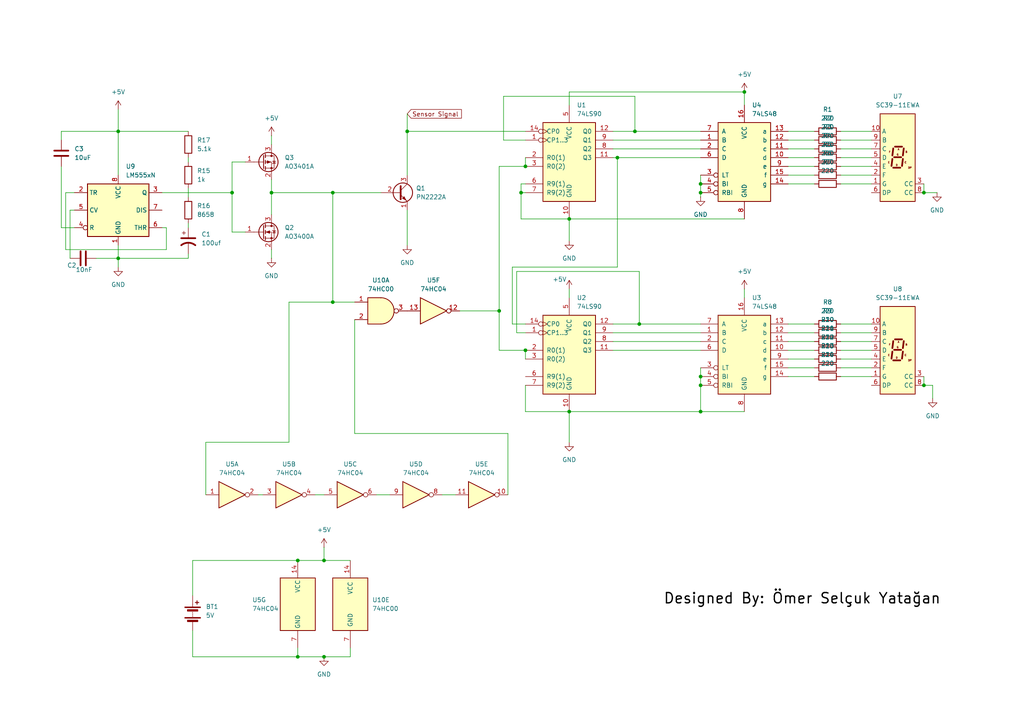
<source format=kicad_sch>
(kicad_sch
	(version 20231120)
	(generator "eeschema")
	(generator_version "8.0")
	(uuid "15362409-b7a8-4903-8c7f-27db10f975a0")
	(paper "A4")
	(title_block
		(title "RPM Counter")
		(date "2024-12-17")
	)
	(lib_symbols
		(symbol "74xx:74HC00"
			(pin_names
				(offset 1.016)
			)
			(exclude_from_sim no)
			(in_bom yes)
			(on_board yes)
			(property "Reference" "U"
				(at 0 1.27 0)
				(effects
					(font
						(size 1.27 1.27)
					)
				)
			)
			(property "Value" "74HC00"
				(at 0 -1.27 0)
				(effects
					(font
						(size 1.27 1.27)
					)
				)
			)
			(property "Footprint" ""
				(at 0 0 0)
				(effects
					(font
						(size 1.27 1.27)
					)
					(hide yes)
				)
			)
			(property "Datasheet" "http://www.ti.com/lit/gpn/sn74hc00"
				(at 0 0 0)
				(effects
					(font
						(size 1.27 1.27)
					)
					(hide yes)
				)
			)
			(property "Description" "quad 2-input NAND gate"
				(at 0 0 0)
				(effects
					(font
						(size 1.27 1.27)
					)
					(hide yes)
				)
			)
			(property "ki_locked" ""
				(at 0 0 0)
				(effects
					(font
						(size 1.27 1.27)
					)
				)
			)
			(property "ki_keywords" "HCMOS nand 2-input"
				(at 0 0 0)
				(effects
					(font
						(size 1.27 1.27)
					)
					(hide yes)
				)
			)
			(property "ki_fp_filters" "DIP*W7.62mm* SO14*"
				(at 0 0 0)
				(effects
					(font
						(size 1.27 1.27)
					)
					(hide yes)
				)
			)
			(symbol "74HC00_1_1"
				(arc
					(start 0 -3.81)
					(mid 3.7934 0)
					(end 0 3.81)
					(stroke
						(width 0.254)
						(type default)
					)
					(fill
						(type background)
					)
				)
				(polyline
					(pts
						(xy 0 3.81) (xy -3.81 3.81) (xy -3.81 -3.81) (xy 0 -3.81)
					)
					(stroke
						(width 0.254)
						(type default)
					)
					(fill
						(type background)
					)
				)
				(pin input line
					(at -7.62 2.54 0)
					(length 3.81)
					(name "~"
						(effects
							(font
								(size 1.27 1.27)
							)
						)
					)
					(number "1"
						(effects
							(font
								(size 1.27 1.27)
							)
						)
					)
				)
				(pin input line
					(at -7.62 -2.54 0)
					(length 3.81)
					(name "~"
						(effects
							(font
								(size 1.27 1.27)
							)
						)
					)
					(number "2"
						(effects
							(font
								(size 1.27 1.27)
							)
						)
					)
				)
				(pin output inverted
					(at 7.62 0 180)
					(length 3.81)
					(name "~"
						(effects
							(font
								(size 1.27 1.27)
							)
						)
					)
					(number "3"
						(effects
							(font
								(size 1.27 1.27)
							)
						)
					)
				)
			)
			(symbol "74HC00_1_2"
				(arc
					(start -3.81 -3.81)
					(mid -2.589 0)
					(end -3.81 3.81)
					(stroke
						(width 0.254)
						(type default)
					)
					(fill
						(type none)
					)
				)
				(arc
					(start -0.6096 -3.81)
					(mid 2.1842 -2.5851)
					(end 3.81 0)
					(stroke
						(width 0.254)
						(type default)
					)
					(fill
						(type background)
					)
				)
				(polyline
					(pts
						(xy -3.81 -3.81) (xy -0.635 -3.81)
					)
					(stroke
						(width 0.254)
						(type default)
					)
					(fill
						(type background)
					)
				)
				(polyline
					(pts
						(xy -3.81 3.81) (xy -0.635 3.81)
					)
					(stroke
						(width 0.254)
						(type default)
					)
					(fill
						(type background)
					)
				)
				(polyline
					(pts
						(xy -0.635 3.81) (xy -3.81 3.81) (xy -3.81 3.81) (xy -3.556 3.4036) (xy -3.0226 2.2606) (xy -2.6924 1.0414)
						(xy -2.6162 -0.254) (xy -2.7686 -1.4986) (xy -3.175 -2.7178) (xy -3.81 -3.81) (xy -3.81 -3.81)
						(xy -0.635 -3.81)
					)
					(stroke
						(width -25.4)
						(type default)
					)
					(fill
						(type background)
					)
				)
				(arc
					(start 3.81 0)
					(mid 2.1915 2.5936)
					(end -0.6096 3.81)
					(stroke
						(width 0.254)
						(type default)
					)
					(fill
						(type background)
					)
				)
				(pin input inverted
					(at -7.62 2.54 0)
					(length 4.318)
					(name "~"
						(effects
							(font
								(size 1.27 1.27)
							)
						)
					)
					(number "1"
						(effects
							(font
								(size 1.27 1.27)
							)
						)
					)
				)
				(pin input inverted
					(at -7.62 -2.54 0)
					(length 4.318)
					(name "~"
						(effects
							(font
								(size 1.27 1.27)
							)
						)
					)
					(number "2"
						(effects
							(font
								(size 1.27 1.27)
							)
						)
					)
				)
				(pin output line
					(at 7.62 0 180)
					(length 3.81)
					(name "~"
						(effects
							(font
								(size 1.27 1.27)
							)
						)
					)
					(number "3"
						(effects
							(font
								(size 1.27 1.27)
							)
						)
					)
				)
			)
			(symbol "74HC00_2_1"
				(arc
					(start 0 -3.81)
					(mid 3.7934 0)
					(end 0 3.81)
					(stroke
						(width 0.254)
						(type default)
					)
					(fill
						(type background)
					)
				)
				(polyline
					(pts
						(xy 0 3.81) (xy -3.81 3.81) (xy -3.81 -3.81) (xy 0 -3.81)
					)
					(stroke
						(width 0.254)
						(type default)
					)
					(fill
						(type background)
					)
				)
				(pin input line
					(at -7.62 2.54 0)
					(length 3.81)
					(name "~"
						(effects
							(font
								(size 1.27 1.27)
							)
						)
					)
					(number "4"
						(effects
							(font
								(size 1.27 1.27)
							)
						)
					)
				)
				(pin input line
					(at -7.62 -2.54 0)
					(length 3.81)
					(name "~"
						(effects
							(font
								(size 1.27 1.27)
							)
						)
					)
					(number "5"
						(effects
							(font
								(size 1.27 1.27)
							)
						)
					)
				)
				(pin output inverted
					(at 7.62 0 180)
					(length 3.81)
					(name "~"
						(effects
							(font
								(size 1.27 1.27)
							)
						)
					)
					(number "6"
						(effects
							(font
								(size 1.27 1.27)
							)
						)
					)
				)
			)
			(symbol "74HC00_2_2"
				(arc
					(start -3.81 -3.81)
					(mid -2.589 0)
					(end -3.81 3.81)
					(stroke
						(width 0.254)
						(type default)
					)
					(fill
						(type none)
					)
				)
				(arc
					(start -0.6096 -3.81)
					(mid 2.1842 -2.5851)
					(end 3.81 0)
					(stroke
						(width 0.254)
						(type default)
					)
					(fill
						(type background)
					)
				)
				(polyline
					(pts
						(xy -3.81 -3.81) (xy -0.635 -3.81)
					)
					(stroke
						(width 0.254)
						(type default)
					)
					(fill
						(type background)
					)
				)
				(polyline
					(pts
						(xy -3.81 3.81) (xy -0.635 3.81)
					)
					(stroke
						(width 0.254)
						(type default)
					)
					(fill
						(type background)
					)
				)
				(polyline
					(pts
						(xy -0.635 3.81) (xy -3.81 3.81) (xy -3.81 3.81) (xy -3.556 3.4036) (xy -3.0226 2.2606) (xy -2.6924 1.0414)
						(xy -2.6162 -0.254) (xy -2.7686 -1.4986) (xy -3.175 -2.7178) (xy -3.81 -3.81) (xy -3.81 -3.81)
						(xy -0.635 -3.81)
					)
					(stroke
						(width -25.4)
						(type default)
					)
					(fill
						(type background)
					)
				)
				(arc
					(start 3.81 0)
					(mid 2.1915 2.5936)
					(end -0.6096 3.81)
					(stroke
						(width 0.254)
						(type default)
					)
					(fill
						(type background)
					)
				)
				(pin input inverted
					(at -7.62 2.54 0)
					(length 4.318)
					(name "~"
						(effects
							(font
								(size 1.27 1.27)
							)
						)
					)
					(number "4"
						(effects
							(font
								(size 1.27 1.27)
							)
						)
					)
				)
				(pin input inverted
					(at -7.62 -2.54 0)
					(length 4.318)
					(name "~"
						(effects
							(font
								(size 1.27 1.27)
							)
						)
					)
					(number "5"
						(effects
							(font
								(size 1.27 1.27)
							)
						)
					)
				)
				(pin output line
					(at 7.62 0 180)
					(length 3.81)
					(name "~"
						(effects
							(font
								(size 1.27 1.27)
							)
						)
					)
					(number "6"
						(effects
							(font
								(size 1.27 1.27)
							)
						)
					)
				)
			)
			(symbol "74HC00_3_1"
				(arc
					(start 0 -3.81)
					(mid 3.7934 0)
					(end 0 3.81)
					(stroke
						(width 0.254)
						(type default)
					)
					(fill
						(type background)
					)
				)
				(polyline
					(pts
						(xy 0 3.81) (xy -3.81 3.81) (xy -3.81 -3.81) (xy 0 -3.81)
					)
					(stroke
						(width 0.254)
						(type default)
					)
					(fill
						(type background)
					)
				)
				(pin input line
					(at -7.62 -2.54 0)
					(length 3.81)
					(name "~"
						(effects
							(font
								(size 1.27 1.27)
							)
						)
					)
					(number "10"
						(effects
							(font
								(size 1.27 1.27)
							)
						)
					)
				)
				(pin output inverted
					(at 7.62 0 180)
					(length 3.81)
					(name "~"
						(effects
							(font
								(size 1.27 1.27)
							)
						)
					)
					(number "8"
						(effects
							(font
								(size 1.27 1.27)
							)
						)
					)
				)
				(pin input line
					(at -7.62 2.54 0)
					(length 3.81)
					(name "~"
						(effects
							(font
								(size 1.27 1.27)
							)
						)
					)
					(number "9"
						(effects
							(font
								(size 1.27 1.27)
							)
						)
					)
				)
			)
			(symbol "74HC00_3_2"
				(arc
					(start -3.81 -3.81)
					(mid -2.589 0)
					(end -3.81 3.81)
					(stroke
						(width 0.254)
						(type default)
					)
					(fill
						(type none)
					)
				)
				(arc
					(start -0.6096 -3.81)
					(mid 2.1842 -2.5851)
					(end 3.81 0)
					(stroke
						(width 0.254)
						(type default)
					)
					(fill
						(type background)
					)
				)
				(polyline
					(pts
						(xy -3.81 -3.81) (xy -0.635 -3.81)
					)
					(stroke
						(width 0.254)
						(type default)
					)
					(fill
						(type background)
					)
				)
				(polyline
					(pts
						(xy -3.81 3.81) (xy -0.635 3.81)
					)
					(stroke
						(width 0.254)
						(type default)
					)
					(fill
						(type background)
					)
				)
				(polyline
					(pts
						(xy -0.635 3.81) (xy -3.81 3.81) (xy -3.81 3.81) (xy -3.556 3.4036) (xy -3.0226 2.2606) (xy -2.6924 1.0414)
						(xy -2.6162 -0.254) (xy -2.7686 -1.4986) (xy -3.175 -2.7178) (xy -3.81 -3.81) (xy -3.81 -3.81)
						(xy -0.635 -3.81)
					)
					(stroke
						(width -25.4)
						(type default)
					)
					(fill
						(type background)
					)
				)
				(arc
					(start 3.81 0)
					(mid 2.1915 2.5936)
					(end -0.6096 3.81)
					(stroke
						(width 0.254)
						(type default)
					)
					(fill
						(type background)
					)
				)
				(pin input inverted
					(at -7.62 -2.54 0)
					(length 4.318)
					(name "~"
						(effects
							(font
								(size 1.27 1.27)
							)
						)
					)
					(number "10"
						(effects
							(font
								(size 1.27 1.27)
							)
						)
					)
				)
				(pin output line
					(at 7.62 0 180)
					(length 3.81)
					(name "~"
						(effects
							(font
								(size 1.27 1.27)
							)
						)
					)
					(number "8"
						(effects
							(font
								(size 1.27 1.27)
							)
						)
					)
				)
				(pin input inverted
					(at -7.62 2.54 0)
					(length 4.318)
					(name "~"
						(effects
							(font
								(size 1.27 1.27)
							)
						)
					)
					(number "9"
						(effects
							(font
								(size 1.27 1.27)
							)
						)
					)
				)
			)
			(symbol "74HC00_4_1"
				(arc
					(start 0 -3.81)
					(mid 3.7934 0)
					(end 0 3.81)
					(stroke
						(width 0.254)
						(type default)
					)
					(fill
						(type background)
					)
				)
				(polyline
					(pts
						(xy 0 3.81) (xy -3.81 3.81) (xy -3.81 -3.81) (xy 0 -3.81)
					)
					(stroke
						(width 0.254)
						(type default)
					)
					(fill
						(type background)
					)
				)
				(pin output inverted
					(at 7.62 0 180)
					(length 3.81)
					(name "~"
						(effects
							(font
								(size 1.27 1.27)
							)
						)
					)
					(number "11"
						(effects
							(font
								(size 1.27 1.27)
							)
						)
					)
				)
				(pin input line
					(at -7.62 2.54 0)
					(length 3.81)
					(name "~"
						(effects
							(font
								(size 1.27 1.27)
							)
						)
					)
					(number "12"
						(effects
							(font
								(size 1.27 1.27)
							)
						)
					)
				)
				(pin input line
					(at -7.62 -2.54 0)
					(length 3.81)
					(name "~"
						(effects
							(font
								(size 1.27 1.27)
							)
						)
					)
					(number "13"
						(effects
							(font
								(size 1.27 1.27)
							)
						)
					)
				)
			)
			(symbol "74HC00_4_2"
				(arc
					(start -3.81 -3.81)
					(mid -2.589 0)
					(end -3.81 3.81)
					(stroke
						(width 0.254)
						(type default)
					)
					(fill
						(type none)
					)
				)
				(arc
					(start -0.6096 -3.81)
					(mid 2.1842 -2.5851)
					(end 3.81 0)
					(stroke
						(width 0.254)
						(type default)
					)
					(fill
						(type background)
					)
				)
				(polyline
					(pts
						(xy -3.81 -3.81) (xy -0.635 -3.81)
					)
					(stroke
						(width 0.254)
						(type default)
					)
					(fill
						(type background)
					)
				)
				(polyline
					(pts
						(xy -3.81 3.81) (xy -0.635 3.81)
					)
					(stroke
						(width 0.254)
						(type default)
					)
					(fill
						(type background)
					)
				)
				(polyline
					(pts
						(xy -0.635 3.81) (xy -3.81 3.81) (xy -3.81 3.81) (xy -3.556 3.4036) (xy -3.0226 2.2606) (xy -2.6924 1.0414)
						(xy -2.6162 -0.254) (xy -2.7686 -1.4986) (xy -3.175 -2.7178) (xy -3.81 -3.81) (xy -3.81 -3.81)
						(xy -0.635 -3.81)
					)
					(stroke
						(width -25.4)
						(type default)
					)
					(fill
						(type background)
					)
				)
				(arc
					(start 3.81 0)
					(mid 2.1915 2.5936)
					(end -0.6096 3.81)
					(stroke
						(width 0.254)
						(type default)
					)
					(fill
						(type background)
					)
				)
				(pin output line
					(at 7.62 0 180)
					(length 3.81)
					(name "~"
						(effects
							(font
								(size 1.27 1.27)
							)
						)
					)
					(number "11"
						(effects
							(font
								(size 1.27 1.27)
							)
						)
					)
				)
				(pin input inverted
					(at -7.62 2.54 0)
					(length 4.318)
					(name "~"
						(effects
							(font
								(size 1.27 1.27)
							)
						)
					)
					(number "12"
						(effects
							(font
								(size 1.27 1.27)
							)
						)
					)
				)
				(pin input inverted
					(at -7.62 -2.54 0)
					(length 4.318)
					(name "~"
						(effects
							(font
								(size 1.27 1.27)
							)
						)
					)
					(number "13"
						(effects
							(font
								(size 1.27 1.27)
							)
						)
					)
				)
			)
			(symbol "74HC00_5_0"
				(pin power_in line
					(at 0 12.7 270)
					(length 5.08)
					(name "VCC"
						(effects
							(font
								(size 1.27 1.27)
							)
						)
					)
					(number "14"
						(effects
							(font
								(size 1.27 1.27)
							)
						)
					)
				)
				(pin power_in line
					(at 0 -12.7 90)
					(length 5.08)
					(name "GND"
						(effects
							(font
								(size 1.27 1.27)
							)
						)
					)
					(number "7"
						(effects
							(font
								(size 1.27 1.27)
							)
						)
					)
				)
			)
			(symbol "74HC00_5_1"
				(rectangle
					(start -5.08 7.62)
					(end 5.08 -7.62)
					(stroke
						(width 0.254)
						(type default)
					)
					(fill
						(type background)
					)
				)
			)
		)
		(symbol "74xx:74HC04"
			(exclude_from_sim no)
			(in_bom yes)
			(on_board yes)
			(property "Reference" "U"
				(at 0 1.27 0)
				(effects
					(font
						(size 1.27 1.27)
					)
				)
			)
			(property "Value" "74HC04"
				(at 0 -1.27 0)
				(effects
					(font
						(size 1.27 1.27)
					)
				)
			)
			(property "Footprint" ""
				(at 0 0 0)
				(effects
					(font
						(size 1.27 1.27)
					)
					(hide yes)
				)
			)
			(property "Datasheet" "https://assets.nexperia.com/documents/data-sheet/74HC_HCT04.pdf"
				(at 0 0 0)
				(effects
					(font
						(size 1.27 1.27)
					)
					(hide yes)
				)
			)
			(property "Description" "Hex Inverter"
				(at 0 0 0)
				(effects
					(font
						(size 1.27 1.27)
					)
					(hide yes)
				)
			)
			(property "ki_locked" ""
				(at 0 0 0)
				(effects
					(font
						(size 1.27 1.27)
					)
				)
			)
			(property "ki_keywords" "HCMOS not inv"
				(at 0 0 0)
				(effects
					(font
						(size 1.27 1.27)
					)
					(hide yes)
				)
			)
			(property "ki_fp_filters" "DIP*W7.62mm* SSOP?14* TSSOP?14*"
				(at 0 0 0)
				(effects
					(font
						(size 1.27 1.27)
					)
					(hide yes)
				)
			)
			(symbol "74HC04_1_0"
				(polyline
					(pts
						(xy -3.81 3.81) (xy -3.81 -3.81) (xy 3.81 0) (xy -3.81 3.81)
					)
					(stroke
						(width 0.254)
						(type default)
					)
					(fill
						(type background)
					)
				)
				(pin input line
					(at -7.62 0 0)
					(length 3.81)
					(name "~"
						(effects
							(font
								(size 1.27 1.27)
							)
						)
					)
					(number "1"
						(effects
							(font
								(size 1.27 1.27)
							)
						)
					)
				)
				(pin output inverted
					(at 7.62 0 180)
					(length 3.81)
					(name "~"
						(effects
							(font
								(size 1.27 1.27)
							)
						)
					)
					(number "2"
						(effects
							(font
								(size 1.27 1.27)
							)
						)
					)
				)
			)
			(symbol "74HC04_2_0"
				(polyline
					(pts
						(xy -3.81 3.81) (xy -3.81 -3.81) (xy 3.81 0) (xy -3.81 3.81)
					)
					(stroke
						(width 0.254)
						(type default)
					)
					(fill
						(type background)
					)
				)
				(pin input line
					(at -7.62 0 0)
					(length 3.81)
					(name "~"
						(effects
							(font
								(size 1.27 1.27)
							)
						)
					)
					(number "3"
						(effects
							(font
								(size 1.27 1.27)
							)
						)
					)
				)
				(pin output inverted
					(at 7.62 0 180)
					(length 3.81)
					(name "~"
						(effects
							(font
								(size 1.27 1.27)
							)
						)
					)
					(number "4"
						(effects
							(font
								(size 1.27 1.27)
							)
						)
					)
				)
			)
			(symbol "74HC04_3_0"
				(polyline
					(pts
						(xy -3.81 3.81) (xy -3.81 -3.81) (xy 3.81 0) (xy -3.81 3.81)
					)
					(stroke
						(width 0.254)
						(type default)
					)
					(fill
						(type background)
					)
				)
				(pin input line
					(at -7.62 0 0)
					(length 3.81)
					(name "~"
						(effects
							(font
								(size 1.27 1.27)
							)
						)
					)
					(number "5"
						(effects
							(font
								(size 1.27 1.27)
							)
						)
					)
				)
				(pin output inverted
					(at 7.62 0 180)
					(length 3.81)
					(name "~"
						(effects
							(font
								(size 1.27 1.27)
							)
						)
					)
					(number "6"
						(effects
							(font
								(size 1.27 1.27)
							)
						)
					)
				)
			)
			(symbol "74HC04_4_0"
				(polyline
					(pts
						(xy -3.81 3.81) (xy -3.81 -3.81) (xy 3.81 0) (xy -3.81 3.81)
					)
					(stroke
						(width 0.254)
						(type default)
					)
					(fill
						(type background)
					)
				)
				(pin output inverted
					(at 7.62 0 180)
					(length 3.81)
					(name "~"
						(effects
							(font
								(size 1.27 1.27)
							)
						)
					)
					(number "8"
						(effects
							(font
								(size 1.27 1.27)
							)
						)
					)
				)
				(pin input line
					(at -7.62 0 0)
					(length 3.81)
					(name "~"
						(effects
							(font
								(size 1.27 1.27)
							)
						)
					)
					(number "9"
						(effects
							(font
								(size 1.27 1.27)
							)
						)
					)
				)
			)
			(symbol "74HC04_5_0"
				(polyline
					(pts
						(xy -3.81 3.81) (xy -3.81 -3.81) (xy 3.81 0) (xy -3.81 3.81)
					)
					(stroke
						(width 0.254)
						(type default)
					)
					(fill
						(type background)
					)
				)
				(pin output inverted
					(at 7.62 0 180)
					(length 3.81)
					(name "~"
						(effects
							(font
								(size 1.27 1.27)
							)
						)
					)
					(number "10"
						(effects
							(font
								(size 1.27 1.27)
							)
						)
					)
				)
				(pin input line
					(at -7.62 0 0)
					(length 3.81)
					(name "~"
						(effects
							(font
								(size 1.27 1.27)
							)
						)
					)
					(number "11"
						(effects
							(font
								(size 1.27 1.27)
							)
						)
					)
				)
			)
			(symbol "74HC04_6_0"
				(polyline
					(pts
						(xy -3.81 3.81) (xy -3.81 -3.81) (xy 3.81 0) (xy -3.81 3.81)
					)
					(stroke
						(width 0.254)
						(type default)
					)
					(fill
						(type background)
					)
				)
				(pin output inverted
					(at 7.62 0 180)
					(length 3.81)
					(name "~"
						(effects
							(font
								(size 1.27 1.27)
							)
						)
					)
					(number "12"
						(effects
							(font
								(size 1.27 1.27)
							)
						)
					)
				)
				(pin input line
					(at -7.62 0 0)
					(length 3.81)
					(name "~"
						(effects
							(font
								(size 1.27 1.27)
							)
						)
					)
					(number "13"
						(effects
							(font
								(size 1.27 1.27)
							)
						)
					)
				)
			)
			(symbol "74HC04_7_0"
				(pin power_in line
					(at 0 12.7 270)
					(length 5.08)
					(name "VCC"
						(effects
							(font
								(size 1.27 1.27)
							)
						)
					)
					(number "14"
						(effects
							(font
								(size 1.27 1.27)
							)
						)
					)
				)
				(pin power_in line
					(at 0 -12.7 90)
					(length 5.08)
					(name "GND"
						(effects
							(font
								(size 1.27 1.27)
							)
						)
					)
					(number "7"
						(effects
							(font
								(size 1.27 1.27)
							)
						)
					)
				)
			)
			(symbol "74HC04_7_1"
				(rectangle
					(start -5.08 7.62)
					(end 5.08 -7.62)
					(stroke
						(width 0.254)
						(type default)
					)
					(fill
						(type background)
					)
				)
			)
		)
		(symbol "74xx:74LS48"
			(pin_names
				(offset 1.016)
			)
			(exclude_from_sim no)
			(in_bom yes)
			(on_board yes)
			(property "Reference" "U"
				(at -7.62 11.43 0)
				(effects
					(font
						(size 1.27 1.27)
					)
				)
			)
			(property "Value" "74LS48"
				(at -7.62 -13.97 0)
				(effects
					(font
						(size 1.27 1.27)
					)
				)
			)
			(property "Footprint" ""
				(at 0 0 0)
				(effects
					(font
						(size 1.27 1.27)
					)
					(hide yes)
				)
			)
			(property "Datasheet" "http://www.ti.com/lit/gpn/sn74LS48"
				(at 0 0 0)
				(effects
					(font
						(size 1.27 1.27)
					)
					(hide yes)
				)
			)
			(property "Description" "BCD to 7-segment Decoder/driver, Active High outputs"
				(at 0 0 0)
				(effects
					(font
						(size 1.27 1.27)
					)
					(hide yes)
				)
			)
			(property "ki_locked" ""
				(at 0 0 0)
				(effects
					(font
						(size 1.27 1.27)
					)
				)
			)
			(property "ki_keywords" "TTL DECOD DECOD7"
				(at 0 0 0)
				(effects
					(font
						(size 1.27 1.27)
					)
					(hide yes)
				)
			)
			(property "ki_fp_filters" "DIP?16*"
				(at 0 0 0)
				(effects
					(font
						(size 1.27 1.27)
					)
					(hide yes)
				)
			)
			(symbol "74LS48_1_0"
				(pin input line
					(at -12.7 5.08 0)
					(length 5.08)
					(name "B"
						(effects
							(font
								(size 1.27 1.27)
							)
						)
					)
					(number "1"
						(effects
							(font
								(size 1.27 1.27)
							)
						)
					)
				)
				(pin open_collector line
					(at 12.7 0 180)
					(length 5.08)
					(name "d"
						(effects
							(font
								(size 1.27 1.27)
							)
						)
					)
					(number "10"
						(effects
							(font
								(size 1.27 1.27)
							)
						)
					)
				)
				(pin open_collector line
					(at 12.7 2.54 180)
					(length 5.08)
					(name "c"
						(effects
							(font
								(size 1.27 1.27)
							)
						)
					)
					(number "11"
						(effects
							(font
								(size 1.27 1.27)
							)
						)
					)
				)
				(pin open_collector line
					(at 12.7 5.08 180)
					(length 5.08)
					(name "b"
						(effects
							(font
								(size 1.27 1.27)
							)
						)
					)
					(number "12"
						(effects
							(font
								(size 1.27 1.27)
							)
						)
					)
				)
				(pin open_collector line
					(at 12.7 7.62 180)
					(length 5.08)
					(name "a"
						(effects
							(font
								(size 1.27 1.27)
							)
						)
					)
					(number "13"
						(effects
							(font
								(size 1.27 1.27)
							)
						)
					)
				)
				(pin open_collector line
					(at 12.7 -7.62 180)
					(length 5.08)
					(name "g"
						(effects
							(font
								(size 1.27 1.27)
							)
						)
					)
					(number "14"
						(effects
							(font
								(size 1.27 1.27)
							)
						)
					)
				)
				(pin open_collector line
					(at 12.7 -5.08 180)
					(length 5.08)
					(name "f"
						(effects
							(font
								(size 1.27 1.27)
							)
						)
					)
					(number "15"
						(effects
							(font
								(size 1.27 1.27)
							)
						)
					)
				)
				(pin power_in line
					(at 0 15.24 270)
					(length 5.08)
					(name "VCC"
						(effects
							(font
								(size 1.27 1.27)
							)
						)
					)
					(number "16"
						(effects
							(font
								(size 1.27 1.27)
							)
						)
					)
				)
				(pin input line
					(at -12.7 2.54 0)
					(length 5.08)
					(name "C"
						(effects
							(font
								(size 1.27 1.27)
							)
						)
					)
					(number "2"
						(effects
							(font
								(size 1.27 1.27)
							)
						)
					)
				)
				(pin input inverted
					(at -12.7 -5.08 0)
					(length 5.08)
					(name "LT"
						(effects
							(font
								(size 1.27 1.27)
							)
						)
					)
					(number "3"
						(effects
							(font
								(size 1.27 1.27)
							)
						)
					)
				)
				(pin input inverted
					(at -12.7 -7.62 0)
					(length 5.08)
					(name "BI"
						(effects
							(font
								(size 1.27 1.27)
							)
						)
					)
					(number "4"
						(effects
							(font
								(size 1.27 1.27)
							)
						)
					)
				)
				(pin input inverted
					(at -12.7 -10.16 0)
					(length 5.08)
					(name "RBI"
						(effects
							(font
								(size 1.27 1.27)
							)
						)
					)
					(number "5"
						(effects
							(font
								(size 1.27 1.27)
							)
						)
					)
				)
				(pin input line
					(at -12.7 0 0)
					(length 5.08)
					(name "D"
						(effects
							(font
								(size 1.27 1.27)
							)
						)
					)
					(number "6"
						(effects
							(font
								(size 1.27 1.27)
							)
						)
					)
				)
				(pin input line
					(at -12.7 7.62 0)
					(length 5.08)
					(name "A"
						(effects
							(font
								(size 1.27 1.27)
							)
						)
					)
					(number "7"
						(effects
							(font
								(size 1.27 1.27)
							)
						)
					)
				)
				(pin power_in line
					(at 0 -17.78 90)
					(length 5.08)
					(name "GND"
						(effects
							(font
								(size 1.27 1.27)
							)
						)
					)
					(number "8"
						(effects
							(font
								(size 1.27 1.27)
							)
						)
					)
				)
				(pin open_collector line
					(at 12.7 -2.54 180)
					(length 5.08)
					(name "e"
						(effects
							(font
								(size 1.27 1.27)
							)
						)
					)
					(number "9"
						(effects
							(font
								(size 1.27 1.27)
							)
						)
					)
				)
			)
			(symbol "74LS48_1_1"
				(rectangle
					(start -7.62 10.16)
					(end 7.62 -12.7)
					(stroke
						(width 0.254)
						(type default)
					)
					(fill
						(type background)
					)
				)
			)
		)
		(symbol "74xx:74LS90"
			(pin_names
				(offset 1.016)
			)
			(exclude_from_sim no)
			(in_bom yes)
			(on_board yes)
			(property "Reference" "U"
				(at -7.62 11.43 0)
				(effects
					(font
						(size 1.27 1.27)
					)
				)
			)
			(property "Value" "74LS90"
				(at -7.62 -13.97 0)
				(effects
					(font
						(size 1.27 1.27)
					)
				)
			)
			(property "Footprint" ""
				(at 0 0 0)
				(effects
					(font
						(size 1.27 1.27)
					)
					(hide yes)
				)
			)
			(property "Datasheet" "http://www.ti.com/lit/gpn/sn74LS90"
				(at 0 0 0)
				(effects
					(font
						(size 1.27 1.27)
					)
					(hide yes)
				)
			)
			(property "Description" "BCD Counter ( div 2 & div 5 )"
				(at 0 0 0)
				(effects
					(font
						(size 1.27 1.27)
					)
					(hide yes)
				)
			)
			(property "ki_locked" ""
				(at 0 0 0)
				(effects
					(font
						(size 1.27 1.27)
					)
				)
			)
			(property "ki_keywords" "TTL CNT CNT4"
				(at 0 0 0)
				(effects
					(font
						(size 1.27 1.27)
					)
					(hide yes)
				)
			)
			(property "ki_fp_filters" "DIP?12*"
				(at 0 0 0)
				(effects
					(font
						(size 1.27 1.27)
					)
					(hide yes)
				)
			)
			(symbol "74LS90_1_0"
				(pin input inverted_clock
					(at -12.7 5.08 0)
					(length 5.08)
					(name "CP1..3"
						(effects
							(font
								(size 1.27 1.27)
							)
						)
					)
					(number "1"
						(effects
							(font
								(size 1.27 1.27)
							)
						)
					)
				)
				(pin power_in line
					(at 0 -17.78 90)
					(length 5.08)
					(name "GND"
						(effects
							(font
								(size 1.27 1.27)
							)
						)
					)
					(number "10"
						(effects
							(font
								(size 1.27 1.27)
							)
						)
					)
				)
				(pin output line
					(at 12.7 0 180)
					(length 5.08)
					(name "Q3"
						(effects
							(font
								(size 1.27 1.27)
							)
						)
					)
					(number "11"
						(effects
							(font
								(size 1.27 1.27)
							)
						)
					)
				)
				(pin output line
					(at 12.7 7.62 180)
					(length 5.08)
					(name "Q0"
						(effects
							(font
								(size 1.27 1.27)
							)
						)
					)
					(number "12"
						(effects
							(font
								(size 1.27 1.27)
							)
						)
					)
				)
				(pin input inverted_clock
					(at -12.7 7.62 0)
					(length 5.08)
					(name "CP0"
						(effects
							(font
								(size 1.27 1.27)
							)
						)
					)
					(number "14"
						(effects
							(font
								(size 1.27 1.27)
							)
						)
					)
				)
				(pin input line
					(at -12.7 0 0)
					(length 5.08)
					(name "R0(1)"
						(effects
							(font
								(size 1.27 1.27)
							)
						)
					)
					(number "2"
						(effects
							(font
								(size 1.27 1.27)
							)
						)
					)
				)
				(pin input line
					(at -12.7 -2.54 0)
					(length 5.08)
					(name "R0(2)"
						(effects
							(font
								(size 1.27 1.27)
							)
						)
					)
					(number "3"
						(effects
							(font
								(size 1.27 1.27)
							)
						)
					)
				)
				(pin power_in line
					(at 0 15.24 270)
					(length 5.08)
					(name "VCC"
						(effects
							(font
								(size 1.27 1.27)
							)
						)
					)
					(number "5"
						(effects
							(font
								(size 1.27 1.27)
							)
						)
					)
				)
				(pin input line
					(at -12.7 -7.62 0)
					(length 5.08)
					(name "R9(1)"
						(effects
							(font
								(size 1.27 1.27)
							)
						)
					)
					(number "6"
						(effects
							(font
								(size 1.27 1.27)
							)
						)
					)
				)
				(pin input line
					(at -12.7 -10.16 0)
					(length 5.08)
					(name "R9(2)"
						(effects
							(font
								(size 1.27 1.27)
							)
						)
					)
					(number "7"
						(effects
							(font
								(size 1.27 1.27)
							)
						)
					)
				)
				(pin output line
					(at 12.7 2.54 180)
					(length 5.08)
					(name "Q2"
						(effects
							(font
								(size 1.27 1.27)
							)
						)
					)
					(number "8"
						(effects
							(font
								(size 1.27 1.27)
							)
						)
					)
				)
				(pin output line
					(at 12.7 5.08 180)
					(length 5.08)
					(name "Q1"
						(effects
							(font
								(size 1.27 1.27)
							)
						)
					)
					(number "9"
						(effects
							(font
								(size 1.27 1.27)
							)
						)
					)
				)
			)
			(symbol "74LS90_1_1"
				(rectangle
					(start -7.62 10.16)
					(end 7.62 -12.7)
					(stroke
						(width 0.254)
						(type default)
					)
					(fill
						(type background)
					)
				)
			)
		)
		(symbol "Device:Battery"
			(pin_numbers hide)
			(pin_names
				(offset 0) hide)
			(exclude_from_sim no)
			(in_bom yes)
			(on_board yes)
			(property "Reference" "BT"
				(at 2.54 2.54 0)
				(effects
					(font
						(size 1.27 1.27)
					)
					(justify left)
				)
			)
			(property "Value" "Battery"
				(at 2.54 0 0)
				(effects
					(font
						(size 1.27 1.27)
					)
					(justify left)
				)
			)
			(property "Footprint" ""
				(at 0 1.524 90)
				(effects
					(font
						(size 1.27 1.27)
					)
					(hide yes)
				)
			)
			(property "Datasheet" "~"
				(at 0 1.524 90)
				(effects
					(font
						(size 1.27 1.27)
					)
					(hide yes)
				)
			)
			(property "Description" "Multiple-cell battery"
				(at 0 0 0)
				(effects
					(font
						(size 1.27 1.27)
					)
					(hide yes)
				)
			)
			(property "ki_keywords" "batt voltage-source cell"
				(at 0 0 0)
				(effects
					(font
						(size 1.27 1.27)
					)
					(hide yes)
				)
			)
			(symbol "Battery_0_1"
				(rectangle
					(start -2.286 -1.27)
					(end 2.286 -1.524)
					(stroke
						(width 0)
						(type default)
					)
					(fill
						(type outline)
					)
				)
				(rectangle
					(start -2.286 1.778)
					(end 2.286 1.524)
					(stroke
						(width 0)
						(type default)
					)
					(fill
						(type outline)
					)
				)
				(rectangle
					(start -1.524 -2.032)
					(end 1.524 -2.54)
					(stroke
						(width 0)
						(type default)
					)
					(fill
						(type outline)
					)
				)
				(rectangle
					(start -1.524 1.016)
					(end 1.524 0.508)
					(stroke
						(width 0)
						(type default)
					)
					(fill
						(type outline)
					)
				)
				(polyline
					(pts
						(xy 0 -1.016) (xy 0 -0.762)
					)
					(stroke
						(width 0)
						(type default)
					)
					(fill
						(type none)
					)
				)
				(polyline
					(pts
						(xy 0 -0.508) (xy 0 -0.254)
					)
					(stroke
						(width 0)
						(type default)
					)
					(fill
						(type none)
					)
				)
				(polyline
					(pts
						(xy 0 0) (xy 0 0.254)
					)
					(stroke
						(width 0)
						(type default)
					)
					(fill
						(type none)
					)
				)
				(polyline
					(pts
						(xy 0 1.778) (xy 0 2.54)
					)
					(stroke
						(width 0)
						(type default)
					)
					(fill
						(type none)
					)
				)
				(polyline
					(pts
						(xy 0.762 3.048) (xy 1.778 3.048)
					)
					(stroke
						(width 0.254)
						(type default)
					)
					(fill
						(type none)
					)
				)
				(polyline
					(pts
						(xy 1.27 3.556) (xy 1.27 2.54)
					)
					(stroke
						(width 0.254)
						(type default)
					)
					(fill
						(type none)
					)
				)
			)
			(symbol "Battery_1_1"
				(pin passive line
					(at 0 5.08 270)
					(length 2.54)
					(name "+"
						(effects
							(font
								(size 1.27 1.27)
							)
						)
					)
					(number "1"
						(effects
							(font
								(size 1.27 1.27)
							)
						)
					)
				)
				(pin passive line
					(at 0 -5.08 90)
					(length 2.54)
					(name "-"
						(effects
							(font
								(size 1.27 1.27)
							)
						)
					)
					(number "2"
						(effects
							(font
								(size 1.27 1.27)
							)
						)
					)
				)
			)
		)
		(symbol "Device:C"
			(pin_numbers hide)
			(pin_names
				(offset 0.254)
			)
			(exclude_from_sim no)
			(in_bom yes)
			(on_board yes)
			(property "Reference" "C"
				(at 0.635 2.54 0)
				(effects
					(font
						(size 1.27 1.27)
					)
					(justify left)
				)
			)
			(property "Value" "C"
				(at 0.635 -2.54 0)
				(effects
					(font
						(size 1.27 1.27)
					)
					(justify left)
				)
			)
			(property "Footprint" ""
				(at 0.9652 -3.81 0)
				(effects
					(font
						(size 1.27 1.27)
					)
					(hide yes)
				)
			)
			(property "Datasheet" "~"
				(at 0 0 0)
				(effects
					(font
						(size 1.27 1.27)
					)
					(hide yes)
				)
			)
			(property "Description" "Unpolarized capacitor"
				(at 0 0 0)
				(effects
					(font
						(size 1.27 1.27)
					)
					(hide yes)
				)
			)
			(property "ki_keywords" "cap capacitor"
				(at 0 0 0)
				(effects
					(font
						(size 1.27 1.27)
					)
					(hide yes)
				)
			)
			(property "ki_fp_filters" "C_*"
				(at 0 0 0)
				(effects
					(font
						(size 1.27 1.27)
					)
					(hide yes)
				)
			)
			(symbol "C_0_1"
				(polyline
					(pts
						(xy -2.032 -0.762) (xy 2.032 -0.762)
					)
					(stroke
						(width 0.508)
						(type default)
					)
					(fill
						(type none)
					)
				)
				(polyline
					(pts
						(xy -2.032 0.762) (xy 2.032 0.762)
					)
					(stroke
						(width 0.508)
						(type default)
					)
					(fill
						(type none)
					)
				)
			)
			(symbol "C_1_1"
				(pin passive line
					(at 0 3.81 270)
					(length 2.794)
					(name "~"
						(effects
							(font
								(size 1.27 1.27)
							)
						)
					)
					(number "1"
						(effects
							(font
								(size 1.27 1.27)
							)
						)
					)
				)
				(pin passive line
					(at 0 -3.81 90)
					(length 2.794)
					(name "~"
						(effects
							(font
								(size 1.27 1.27)
							)
						)
					)
					(number "2"
						(effects
							(font
								(size 1.27 1.27)
							)
						)
					)
				)
			)
		)
		(symbol "Device:C_Polarized_US"
			(pin_numbers hide)
			(pin_names
				(offset 0.254) hide)
			(exclude_from_sim no)
			(in_bom yes)
			(on_board yes)
			(property "Reference" "C"
				(at 0.635 2.54 0)
				(effects
					(font
						(size 1.27 1.27)
					)
					(justify left)
				)
			)
			(property "Value" "C_Polarized_US"
				(at 0.635 -2.54 0)
				(effects
					(font
						(size 1.27 1.27)
					)
					(justify left)
				)
			)
			(property "Footprint" ""
				(at 0 0 0)
				(effects
					(font
						(size 1.27 1.27)
					)
					(hide yes)
				)
			)
			(property "Datasheet" "~"
				(at 0 0 0)
				(effects
					(font
						(size 1.27 1.27)
					)
					(hide yes)
				)
			)
			(property "Description" "Polarized capacitor, US symbol"
				(at 0 0 0)
				(effects
					(font
						(size 1.27 1.27)
					)
					(hide yes)
				)
			)
			(property "ki_keywords" "cap capacitor"
				(at 0 0 0)
				(effects
					(font
						(size 1.27 1.27)
					)
					(hide yes)
				)
			)
			(property "ki_fp_filters" "CP_*"
				(at 0 0 0)
				(effects
					(font
						(size 1.27 1.27)
					)
					(hide yes)
				)
			)
			(symbol "C_Polarized_US_0_1"
				(polyline
					(pts
						(xy -2.032 0.762) (xy 2.032 0.762)
					)
					(stroke
						(width 0.508)
						(type default)
					)
					(fill
						(type none)
					)
				)
				(polyline
					(pts
						(xy -1.778 2.286) (xy -0.762 2.286)
					)
					(stroke
						(width 0)
						(type default)
					)
					(fill
						(type none)
					)
				)
				(polyline
					(pts
						(xy -1.27 1.778) (xy -1.27 2.794)
					)
					(stroke
						(width 0)
						(type default)
					)
					(fill
						(type none)
					)
				)
				(arc
					(start 2.032 -1.27)
					(mid 0 -0.5572)
					(end -2.032 -1.27)
					(stroke
						(width 0.508)
						(type default)
					)
					(fill
						(type none)
					)
				)
			)
			(symbol "C_Polarized_US_1_1"
				(pin passive line
					(at 0 3.81 270)
					(length 2.794)
					(name "~"
						(effects
							(font
								(size 1.27 1.27)
							)
						)
					)
					(number "1"
						(effects
							(font
								(size 1.27 1.27)
							)
						)
					)
				)
				(pin passive line
					(at 0 -3.81 90)
					(length 3.302)
					(name "~"
						(effects
							(font
								(size 1.27 1.27)
							)
						)
					)
					(number "2"
						(effects
							(font
								(size 1.27 1.27)
							)
						)
					)
				)
			)
		)
		(symbol "Device:R"
			(pin_numbers hide)
			(pin_names
				(offset 0)
			)
			(exclude_from_sim no)
			(in_bom yes)
			(on_board yes)
			(property "Reference" "R"
				(at 2.032 0 90)
				(effects
					(font
						(size 1.27 1.27)
					)
				)
			)
			(property "Value" "R"
				(at 0 0 90)
				(effects
					(font
						(size 1.27 1.27)
					)
				)
			)
			(property "Footprint" ""
				(at -1.778 0 90)
				(effects
					(font
						(size 1.27 1.27)
					)
					(hide yes)
				)
			)
			(property "Datasheet" "~"
				(at 0 0 0)
				(effects
					(font
						(size 1.27 1.27)
					)
					(hide yes)
				)
			)
			(property "Description" "Resistor"
				(at 0 0 0)
				(effects
					(font
						(size 1.27 1.27)
					)
					(hide yes)
				)
			)
			(property "ki_keywords" "R res resistor"
				(at 0 0 0)
				(effects
					(font
						(size 1.27 1.27)
					)
					(hide yes)
				)
			)
			(property "ki_fp_filters" "R_*"
				(at 0 0 0)
				(effects
					(font
						(size 1.27 1.27)
					)
					(hide yes)
				)
			)
			(symbol "R_0_1"
				(rectangle
					(start -1.016 -2.54)
					(end 1.016 2.54)
					(stroke
						(width 0.254)
						(type default)
					)
					(fill
						(type none)
					)
				)
			)
			(symbol "R_1_1"
				(pin passive line
					(at 0 3.81 270)
					(length 1.27)
					(name "~"
						(effects
							(font
								(size 1.27 1.27)
							)
						)
					)
					(number "1"
						(effects
							(font
								(size 1.27 1.27)
							)
						)
					)
				)
				(pin passive line
					(at 0 -3.81 90)
					(length 1.27)
					(name "~"
						(effects
							(font
								(size 1.27 1.27)
							)
						)
					)
					(number "2"
						(effects
							(font
								(size 1.27 1.27)
							)
						)
					)
				)
			)
		)
		(symbol "Display_Character:SC39-11EWA"
			(exclude_from_sim no)
			(in_bom yes)
			(on_board yes)
			(property "Reference" "U"
				(at -3.81 13.97 0)
				(effects
					(font
						(size 1.27 1.27)
					)
				)
			)
			(property "Value" "SC39-11EWA"
				(at 6.35 13.97 0)
				(effects
					(font
						(size 1.27 1.27)
					)
				)
			)
			(property "Footprint" "Display_7Segment:Sx39-1xxxxx"
				(at 0 -13.97 0)
				(effects
					(font
						(size 1.27 1.27)
					)
					(hide yes)
				)
			)
			(property "Datasheet" "http://www.kingbrightusa.com/images/catalog/SPEC/sc39-11ewa.pdf"
				(at 0 0 0)
				(effects
					(font
						(size 1.27 1.27)
					)
					(hide yes)
				)
			)
			(property "Description" "Single digit 7 segment display, high efficiency red, common cathode"
				(at 0 0 0)
				(effects
					(font
						(size 1.27 1.27)
					)
					(hide yes)
				)
			)
			(property "ki_keywords" "display LED 7-segment"
				(at 0 0 0)
				(effects
					(font
						(size 1.27 1.27)
					)
					(hide yes)
				)
			)
			(property "ki_fp_filters" "S?39?1*"
				(at 0 0 0)
				(effects
					(font
						(size 1.27 1.27)
					)
					(hide yes)
				)
			)
			(symbol "SC39-11EWA_1_0"
				(text "A"
					(at 0.254 2.413 0)
					(effects
						(font
							(size 0.508 0.508)
						)
					)
				)
				(text "B"
					(at 2.54 1.651 0)
					(effects
						(font
							(size 0.508 0.508)
						)
					)
				)
				(text "C"
					(at 2.286 -1.397 0)
					(effects
						(font
							(size 0.508 0.508)
						)
					)
				)
				(text "D"
					(at -0.254 -2.159 0)
					(effects
						(font
							(size 0.508 0.508)
						)
					)
				)
				(text "DP"
					(at 3.556 -2.921 0)
					(effects
						(font
							(size 0.508 0.508)
						)
					)
				)
				(text "E"
					(at -2.54 -1.397 0)
					(effects
						(font
							(size 0.508 0.508)
						)
					)
				)
				(text "F"
					(at -2.286 1.651 0)
					(effects
						(font
							(size 0.508 0.508)
						)
					)
				)
				(text "G"
					(at 0 0.889 0)
					(effects
						(font
							(size 0.508 0.508)
						)
					)
				)
			)
			(symbol "SC39-11EWA_1_1"
				(rectangle
					(start -5.08 12.7)
					(end 5.08 -12.7)
					(stroke
						(width 0.254)
						(type default)
					)
					(fill
						(type background)
					)
				)
				(polyline
					(pts
						(xy -1.524 -0.381) (xy -1.778 -2.413)
					)
					(stroke
						(width 0.508)
						(type default)
					)
					(fill
						(type none)
					)
				)
				(polyline
					(pts
						(xy -1.27 -2.921) (xy 0.762 -2.921)
					)
					(stroke
						(width 0.508)
						(type default)
					)
					(fill
						(type none)
					)
				)
				(polyline
					(pts
						(xy -1.27 2.667) (xy -1.524 0.635)
					)
					(stroke
						(width 0.508)
						(type default)
					)
					(fill
						(type none)
					)
				)
				(polyline
					(pts
						(xy -1.016 0.127) (xy 1.016 0.127)
					)
					(stroke
						(width 0.508)
						(type default)
					)
					(fill
						(type none)
					)
				)
				(polyline
					(pts
						(xy -0.762 3.175) (xy 1.27 3.175)
					)
					(stroke
						(width 0.508)
						(type default)
					)
					(fill
						(type none)
					)
				)
				(polyline
					(pts
						(xy 1.524 -0.381) (xy 1.27 -2.413)
					)
					(stroke
						(width 0.508)
						(type default)
					)
					(fill
						(type none)
					)
				)
				(polyline
					(pts
						(xy 1.778 2.667) (xy 1.524 0.635)
					)
					(stroke
						(width 0.508)
						(type default)
					)
					(fill
						(type none)
					)
				)
				(polyline
					(pts
						(xy 2.54 -2.921) (xy 2.54 -2.921)
					)
					(stroke
						(width 0.508)
						(type default)
					)
					(fill
						(type none)
					)
				)
				(pin input line
					(at -7.62 -7.62 0)
					(length 2.54)
					(name "G"
						(effects
							(font
								(size 1.27 1.27)
							)
						)
					)
					(number "1"
						(effects
							(font
								(size 1.27 1.27)
							)
						)
					)
				)
				(pin input line
					(at -7.62 7.62 0)
					(length 2.54)
					(name "A"
						(effects
							(font
								(size 1.27 1.27)
							)
						)
					)
					(number "10"
						(effects
							(font
								(size 1.27 1.27)
							)
						)
					)
				)
				(pin input line
					(at -7.62 -5.08 0)
					(length 2.54)
					(name "F"
						(effects
							(font
								(size 1.27 1.27)
							)
						)
					)
					(number "2"
						(effects
							(font
								(size 1.27 1.27)
							)
						)
					)
				)
				(pin input line
					(at 7.62 -7.62 180)
					(length 2.54)
					(name "CC"
						(effects
							(font
								(size 1.27 1.27)
							)
						)
					)
					(number "3"
						(effects
							(font
								(size 1.27 1.27)
							)
						)
					)
				)
				(pin input line
					(at -7.62 -2.54 0)
					(length 2.54)
					(name "E"
						(effects
							(font
								(size 1.27 1.27)
							)
						)
					)
					(number "4"
						(effects
							(font
								(size 1.27 1.27)
							)
						)
					)
				)
				(pin input line
					(at -7.62 0 0)
					(length 2.54)
					(name "D"
						(effects
							(font
								(size 1.27 1.27)
							)
						)
					)
					(number "5"
						(effects
							(font
								(size 1.27 1.27)
							)
						)
					)
				)
				(pin input line
					(at -7.62 -10.16 0)
					(length 2.54)
					(name "DP"
						(effects
							(font
								(size 1.27 1.27)
							)
						)
					)
					(number "6"
						(effects
							(font
								(size 1.27 1.27)
							)
						)
					)
				)
				(pin input line
					(at -7.62 2.54 0)
					(length 2.54)
					(name "C"
						(effects
							(font
								(size 1.27 1.27)
							)
						)
					)
					(number "7"
						(effects
							(font
								(size 1.27 1.27)
							)
						)
					)
				)
				(pin input line
					(at 7.62 -10.16 180)
					(length 2.54)
					(name "CC"
						(effects
							(font
								(size 1.27 1.27)
							)
						)
					)
					(number "8"
						(effects
							(font
								(size 1.27 1.27)
							)
						)
					)
				)
				(pin input line
					(at -7.62 5.08 0)
					(length 2.54)
					(name "B"
						(effects
							(font
								(size 1.27 1.27)
							)
						)
					)
					(number "9"
						(effects
							(font
								(size 1.27 1.27)
							)
						)
					)
				)
			)
		)
		(symbol "Timer:LM555xN"
			(exclude_from_sim no)
			(in_bom yes)
			(on_board yes)
			(property "Reference" "U"
				(at -10.16 8.89 0)
				(effects
					(font
						(size 1.27 1.27)
					)
					(justify left)
				)
			)
			(property "Value" "LM555xN"
				(at 2.54 8.89 0)
				(effects
					(font
						(size 1.27 1.27)
					)
					(justify left)
				)
			)
			(property "Footprint" "Package_DIP:DIP-8_W7.62mm"
				(at 16.51 -10.16 0)
				(effects
					(font
						(size 1.27 1.27)
					)
					(hide yes)
				)
			)
			(property "Datasheet" "http://www.ti.com/lit/ds/symlink/lm555.pdf"
				(at 21.59 -10.16 0)
				(effects
					(font
						(size 1.27 1.27)
					)
					(hide yes)
				)
			)
			(property "Description" "Timer, 555 compatible, PDIP-8"
				(at 0 0 0)
				(effects
					(font
						(size 1.27 1.27)
					)
					(hide yes)
				)
			)
			(property "ki_keywords" "single timer 555"
				(at 0 0 0)
				(effects
					(font
						(size 1.27 1.27)
					)
					(hide yes)
				)
			)
			(property "ki_fp_filters" "DIP*W7.62mm*"
				(at 0 0 0)
				(effects
					(font
						(size 1.27 1.27)
					)
					(hide yes)
				)
			)
			(symbol "LM555xN_0_0"
				(pin power_in line
					(at 0 -10.16 90)
					(length 2.54)
					(name "GND"
						(effects
							(font
								(size 1.27 1.27)
							)
						)
					)
					(number "1"
						(effects
							(font
								(size 1.27 1.27)
							)
						)
					)
				)
				(pin power_in line
					(at 0 10.16 270)
					(length 2.54)
					(name "VCC"
						(effects
							(font
								(size 1.27 1.27)
							)
						)
					)
					(number "8"
						(effects
							(font
								(size 1.27 1.27)
							)
						)
					)
				)
			)
			(symbol "LM555xN_0_1"
				(rectangle
					(start -8.89 -7.62)
					(end 8.89 7.62)
					(stroke
						(width 0.254)
						(type default)
					)
					(fill
						(type background)
					)
				)
				(rectangle
					(start -8.89 -7.62)
					(end 8.89 7.62)
					(stroke
						(width 0.254)
						(type default)
					)
					(fill
						(type background)
					)
				)
			)
			(symbol "LM555xN_1_1"
				(pin input line
					(at -12.7 5.08 0)
					(length 3.81)
					(name "TR"
						(effects
							(font
								(size 1.27 1.27)
							)
						)
					)
					(number "2"
						(effects
							(font
								(size 1.27 1.27)
							)
						)
					)
				)
				(pin output line
					(at 12.7 5.08 180)
					(length 3.81)
					(name "Q"
						(effects
							(font
								(size 1.27 1.27)
							)
						)
					)
					(number "3"
						(effects
							(font
								(size 1.27 1.27)
							)
						)
					)
				)
				(pin input inverted
					(at -12.7 -5.08 0)
					(length 3.81)
					(name "R"
						(effects
							(font
								(size 1.27 1.27)
							)
						)
					)
					(number "4"
						(effects
							(font
								(size 1.27 1.27)
							)
						)
					)
				)
				(pin input line
					(at -12.7 0 0)
					(length 3.81)
					(name "CV"
						(effects
							(font
								(size 1.27 1.27)
							)
						)
					)
					(number "5"
						(effects
							(font
								(size 1.27 1.27)
							)
						)
					)
				)
				(pin input line
					(at 12.7 -5.08 180)
					(length 3.81)
					(name "THR"
						(effects
							(font
								(size 1.27 1.27)
							)
						)
					)
					(number "6"
						(effects
							(font
								(size 1.27 1.27)
							)
						)
					)
				)
				(pin input line
					(at 12.7 0 180)
					(length 3.81)
					(name "DIS"
						(effects
							(font
								(size 1.27 1.27)
							)
						)
					)
					(number "7"
						(effects
							(font
								(size 1.27 1.27)
							)
						)
					)
				)
			)
		)
		(symbol "Transistor_BJT:PN2222A"
			(pin_names
				(offset 0) hide)
			(exclude_from_sim no)
			(in_bom yes)
			(on_board yes)
			(property "Reference" "Q"
				(at 5.08 1.905 0)
				(effects
					(font
						(size 1.27 1.27)
					)
					(justify left)
				)
			)
			(property "Value" "PN2222A"
				(at 5.08 0 0)
				(effects
					(font
						(size 1.27 1.27)
					)
					(justify left)
				)
			)
			(property "Footprint" "Package_TO_SOT_THT:TO-92_Inline"
				(at 5.08 -1.905 0)
				(effects
					(font
						(size 1.27 1.27)
						(italic yes)
					)
					(justify left)
					(hide yes)
				)
			)
			(property "Datasheet" "https://www.onsemi.com/pub/Collateral/PN2222-D.PDF"
				(at 0 0 0)
				(effects
					(font
						(size 1.27 1.27)
					)
					(justify left)
					(hide yes)
				)
			)
			(property "Description" "1A Ic, 40V Vce, NPN Transistor, General Purpose Transistor, TO-92"
				(at 0 0 0)
				(effects
					(font
						(size 1.27 1.27)
					)
					(hide yes)
				)
			)
			(property "ki_keywords" "NPN Transistor"
				(at 0 0 0)
				(effects
					(font
						(size 1.27 1.27)
					)
					(hide yes)
				)
			)
			(property "ki_fp_filters" "TO?92*"
				(at 0 0 0)
				(effects
					(font
						(size 1.27 1.27)
					)
					(hide yes)
				)
			)
			(symbol "PN2222A_0_1"
				(polyline
					(pts
						(xy 0 0) (xy 0.635 0)
					)
					(stroke
						(width 0)
						(type default)
					)
					(fill
						(type none)
					)
				)
				(polyline
					(pts
						(xy 2.54 -2.54) (xy 0.635 -0.635)
					)
					(stroke
						(width 0)
						(type default)
					)
					(fill
						(type none)
					)
				)
				(polyline
					(pts
						(xy 2.54 2.54) (xy 0.635 0.635)
					)
					(stroke
						(width 0)
						(type default)
					)
					(fill
						(type none)
					)
				)
				(polyline
					(pts
						(xy 0.635 1.905) (xy 0.635 -1.905) (xy 0.635 -1.905)
					)
					(stroke
						(width 0.508)
						(type default)
					)
					(fill
						(type none)
					)
				)
				(polyline
					(pts
						(xy 2.413 -2.413) (xy 1.905 -1.905) (xy 1.905 -1.905)
					)
					(stroke
						(width 0)
						(type default)
					)
					(fill
						(type none)
					)
				)
				(polyline
					(pts
						(xy 1.143 -1.651) (xy 1.651 -1.143) (xy 2.159 -2.159) (xy 1.143 -1.651) (xy 1.143 -1.651)
					)
					(stroke
						(width 0)
						(type default)
					)
					(fill
						(type outline)
					)
				)
				(circle
					(center 1.27 0)
					(radius 2.8194)
					(stroke
						(width 0.254)
						(type default)
					)
					(fill
						(type none)
					)
				)
			)
			(symbol "PN2222A_1_1"
				(pin passive line
					(at 2.54 -5.08 90)
					(length 2.54)
					(name "E"
						(effects
							(font
								(size 1.27 1.27)
							)
						)
					)
					(number "1"
						(effects
							(font
								(size 1.27 1.27)
							)
						)
					)
				)
				(pin input line
					(at -5.08 0 0)
					(length 5.08)
					(name "B"
						(effects
							(font
								(size 1.27 1.27)
							)
						)
					)
					(number "2"
						(effects
							(font
								(size 1.27 1.27)
							)
						)
					)
				)
				(pin passive line
					(at 2.54 5.08 270)
					(length 2.54)
					(name "C"
						(effects
							(font
								(size 1.27 1.27)
							)
						)
					)
					(number "3"
						(effects
							(font
								(size 1.27 1.27)
							)
						)
					)
				)
			)
		)
		(symbol "Transistor_FET:AO3400A"
			(pin_names hide)
			(exclude_from_sim no)
			(in_bom yes)
			(on_board yes)
			(property "Reference" "Q"
				(at 5.08 1.905 0)
				(effects
					(font
						(size 1.27 1.27)
					)
					(justify left)
				)
			)
			(property "Value" "AO3400A"
				(at 5.08 0 0)
				(effects
					(font
						(size 1.27 1.27)
					)
					(justify left)
				)
			)
			(property "Footprint" "Package_TO_SOT_SMD:SOT-23"
				(at 5.08 -1.905 0)
				(effects
					(font
						(size 1.27 1.27)
						(italic yes)
					)
					(justify left)
					(hide yes)
				)
			)
			(property "Datasheet" "http://www.aosmd.com/pdfs/datasheet/AO3400A.pdf"
				(at 5.08 -3.81 0)
				(effects
					(font
						(size 1.27 1.27)
					)
					(justify left)
					(hide yes)
				)
			)
			(property "Description" "30V Vds, 5.7A Id, N-Channel MOSFET, SOT-23"
				(at 0 0 0)
				(effects
					(font
						(size 1.27 1.27)
					)
					(hide yes)
				)
			)
			(property "ki_keywords" "N-Channel MOSFET"
				(at 0 0 0)
				(effects
					(font
						(size 1.27 1.27)
					)
					(hide yes)
				)
			)
			(property "ki_fp_filters" "SOT?23*"
				(at 0 0 0)
				(effects
					(font
						(size 1.27 1.27)
					)
					(hide yes)
				)
			)
			(symbol "AO3400A_0_1"
				(polyline
					(pts
						(xy 0.254 0) (xy -2.54 0)
					)
					(stroke
						(width 0)
						(type default)
					)
					(fill
						(type none)
					)
				)
				(polyline
					(pts
						(xy 0.254 1.905) (xy 0.254 -1.905)
					)
					(stroke
						(width 0.254)
						(type default)
					)
					(fill
						(type none)
					)
				)
				(polyline
					(pts
						(xy 0.762 -1.27) (xy 0.762 -2.286)
					)
					(stroke
						(width 0.254)
						(type default)
					)
					(fill
						(type none)
					)
				)
				(polyline
					(pts
						(xy 0.762 0.508) (xy 0.762 -0.508)
					)
					(stroke
						(width 0.254)
						(type default)
					)
					(fill
						(type none)
					)
				)
				(polyline
					(pts
						(xy 0.762 2.286) (xy 0.762 1.27)
					)
					(stroke
						(width 0.254)
						(type default)
					)
					(fill
						(type none)
					)
				)
				(polyline
					(pts
						(xy 2.54 2.54) (xy 2.54 1.778)
					)
					(stroke
						(width 0)
						(type default)
					)
					(fill
						(type none)
					)
				)
				(polyline
					(pts
						(xy 2.54 -2.54) (xy 2.54 0) (xy 0.762 0)
					)
					(stroke
						(width 0)
						(type default)
					)
					(fill
						(type none)
					)
				)
				(polyline
					(pts
						(xy 0.762 -1.778) (xy 3.302 -1.778) (xy 3.302 1.778) (xy 0.762 1.778)
					)
					(stroke
						(width 0)
						(type default)
					)
					(fill
						(type none)
					)
				)
				(polyline
					(pts
						(xy 1.016 0) (xy 2.032 0.381) (xy 2.032 -0.381) (xy 1.016 0)
					)
					(stroke
						(width 0)
						(type default)
					)
					(fill
						(type outline)
					)
				)
				(polyline
					(pts
						(xy 2.794 0.508) (xy 2.921 0.381) (xy 3.683 0.381) (xy 3.81 0.254)
					)
					(stroke
						(width 0)
						(type default)
					)
					(fill
						(type none)
					)
				)
				(polyline
					(pts
						(xy 3.302 0.381) (xy 2.921 -0.254) (xy 3.683 -0.254) (xy 3.302 0.381)
					)
					(stroke
						(width 0)
						(type default)
					)
					(fill
						(type none)
					)
				)
				(circle
					(center 1.651 0)
					(radius 2.794)
					(stroke
						(width 0.254)
						(type default)
					)
					(fill
						(type none)
					)
				)
				(circle
					(center 2.54 -1.778)
					(radius 0.254)
					(stroke
						(width 0)
						(type default)
					)
					(fill
						(type outline)
					)
				)
				(circle
					(center 2.54 1.778)
					(radius 0.254)
					(stroke
						(width 0)
						(type default)
					)
					(fill
						(type outline)
					)
				)
			)
			(symbol "AO3400A_1_1"
				(pin input line
					(at -5.08 0 0)
					(length 2.54)
					(name "G"
						(effects
							(font
								(size 1.27 1.27)
							)
						)
					)
					(number "1"
						(effects
							(font
								(size 1.27 1.27)
							)
						)
					)
				)
				(pin passive line
					(at 2.54 -5.08 90)
					(length 2.54)
					(name "S"
						(effects
							(font
								(size 1.27 1.27)
							)
						)
					)
					(number "2"
						(effects
							(font
								(size 1.27 1.27)
							)
						)
					)
				)
				(pin passive line
					(at 2.54 5.08 270)
					(length 2.54)
					(name "D"
						(effects
							(font
								(size 1.27 1.27)
							)
						)
					)
					(number "3"
						(effects
							(font
								(size 1.27 1.27)
							)
						)
					)
				)
			)
		)
		(symbol "Transistor_FET:AO3401A"
			(pin_names hide)
			(exclude_from_sim no)
			(in_bom yes)
			(on_board yes)
			(property "Reference" "Q"
				(at 5.08 1.905 0)
				(effects
					(font
						(size 1.27 1.27)
					)
					(justify left)
				)
			)
			(property "Value" "AO3401A"
				(at 5.08 0 0)
				(effects
					(font
						(size 1.27 1.27)
					)
					(justify left)
				)
			)
			(property "Footprint" "Package_TO_SOT_SMD:SOT-23"
				(at 5.08 -1.905 0)
				(effects
					(font
						(size 1.27 1.27)
						(italic yes)
					)
					(justify left)
					(hide yes)
				)
			)
			(property "Datasheet" "http://www.aosmd.com/pdfs/datasheet/AO3401A.pdf"
				(at 5.08 -3.81 0)
				(effects
					(font
						(size 1.27 1.27)
					)
					(justify left)
					(hide yes)
				)
			)
			(property "Description" "-4.0A Id, -30V Vds, P-Channel MOSFET, SOT-23"
				(at 0 0 0)
				(effects
					(font
						(size 1.27 1.27)
					)
					(hide yes)
				)
			)
			(property "ki_keywords" "P-Channel MOSFET"
				(at 0 0 0)
				(effects
					(font
						(size 1.27 1.27)
					)
					(hide yes)
				)
			)
			(property "ki_fp_filters" "SOT?23*"
				(at 0 0 0)
				(effects
					(font
						(size 1.27 1.27)
					)
					(hide yes)
				)
			)
			(symbol "AO3401A_0_1"
				(polyline
					(pts
						(xy 0.254 0) (xy -2.54 0)
					)
					(stroke
						(width 0)
						(type default)
					)
					(fill
						(type none)
					)
				)
				(polyline
					(pts
						(xy 0.254 1.905) (xy 0.254 -1.905)
					)
					(stroke
						(width 0.254)
						(type default)
					)
					(fill
						(type none)
					)
				)
				(polyline
					(pts
						(xy 0.762 -1.27) (xy 0.762 -2.286)
					)
					(stroke
						(width 0.254)
						(type default)
					)
					(fill
						(type none)
					)
				)
				(polyline
					(pts
						(xy 0.762 0.508) (xy 0.762 -0.508)
					)
					(stroke
						(width 0.254)
						(type default)
					)
					(fill
						(type none)
					)
				)
				(polyline
					(pts
						(xy 0.762 2.286) (xy 0.762 1.27)
					)
					(stroke
						(width 0.254)
						(type default)
					)
					(fill
						(type none)
					)
				)
				(polyline
					(pts
						(xy 2.54 2.54) (xy 2.54 1.778)
					)
					(stroke
						(width 0)
						(type default)
					)
					(fill
						(type none)
					)
				)
				(polyline
					(pts
						(xy 2.54 -2.54) (xy 2.54 0) (xy 0.762 0)
					)
					(stroke
						(width 0)
						(type default)
					)
					(fill
						(type none)
					)
				)
				(polyline
					(pts
						(xy 0.762 1.778) (xy 3.302 1.778) (xy 3.302 -1.778) (xy 0.762 -1.778)
					)
					(stroke
						(width 0)
						(type default)
					)
					(fill
						(type none)
					)
				)
				(polyline
					(pts
						(xy 2.286 0) (xy 1.27 0.381) (xy 1.27 -0.381) (xy 2.286 0)
					)
					(stroke
						(width 0)
						(type default)
					)
					(fill
						(type outline)
					)
				)
				(polyline
					(pts
						(xy 2.794 -0.508) (xy 2.921 -0.381) (xy 3.683 -0.381) (xy 3.81 -0.254)
					)
					(stroke
						(width 0)
						(type default)
					)
					(fill
						(type none)
					)
				)
				(polyline
					(pts
						(xy 3.302 -0.381) (xy 2.921 0.254) (xy 3.683 0.254) (xy 3.302 -0.381)
					)
					(stroke
						(width 0)
						(type default)
					)
					(fill
						(type none)
					)
				)
				(circle
					(center 1.651 0)
					(radius 2.794)
					(stroke
						(width 0.254)
						(type default)
					)
					(fill
						(type none)
					)
				)
				(circle
					(center 2.54 -1.778)
					(radius 0.254)
					(stroke
						(width 0)
						(type default)
					)
					(fill
						(type outline)
					)
				)
				(circle
					(center 2.54 1.778)
					(radius 0.254)
					(stroke
						(width 0)
						(type default)
					)
					(fill
						(type outline)
					)
				)
			)
			(symbol "AO3401A_1_1"
				(pin input line
					(at -5.08 0 0)
					(length 2.54)
					(name "G"
						(effects
							(font
								(size 1.27 1.27)
							)
						)
					)
					(number "1"
						(effects
							(font
								(size 1.27 1.27)
							)
						)
					)
				)
				(pin passive line
					(at 2.54 -5.08 90)
					(length 2.54)
					(name "S"
						(effects
							(font
								(size 1.27 1.27)
							)
						)
					)
					(number "2"
						(effects
							(font
								(size 1.27 1.27)
							)
						)
					)
				)
				(pin passive line
					(at 2.54 5.08 270)
					(length 2.54)
					(name "D"
						(effects
							(font
								(size 1.27 1.27)
							)
						)
					)
					(number "3"
						(effects
							(font
								(size 1.27 1.27)
							)
						)
					)
				)
			)
		)
		(symbol "power:+5V"
			(power)
			(pin_numbers hide)
			(pin_names
				(offset 0) hide)
			(exclude_from_sim no)
			(in_bom yes)
			(on_board yes)
			(property "Reference" "#PWR"
				(at 0 -3.81 0)
				(effects
					(font
						(size 1.27 1.27)
					)
					(hide yes)
				)
			)
			(property "Value" "+5V"
				(at 0 3.556 0)
				(effects
					(font
						(size 1.27 1.27)
					)
				)
			)
			(property "Footprint" ""
				(at 0 0 0)
				(effects
					(font
						(size 1.27 1.27)
					)
					(hide yes)
				)
			)
			(property "Datasheet" ""
				(at 0 0 0)
				(effects
					(font
						(size 1.27 1.27)
					)
					(hide yes)
				)
			)
			(property "Description" "Power symbol creates a global label with name \"+5V\""
				(at 0 0 0)
				(effects
					(font
						(size 1.27 1.27)
					)
					(hide yes)
				)
			)
			(property "ki_keywords" "global power"
				(at 0 0 0)
				(effects
					(font
						(size 1.27 1.27)
					)
					(hide yes)
				)
			)
			(symbol "+5V_0_1"
				(polyline
					(pts
						(xy -0.762 1.27) (xy 0 2.54)
					)
					(stroke
						(width 0)
						(type default)
					)
					(fill
						(type none)
					)
				)
				(polyline
					(pts
						(xy 0 0) (xy 0 2.54)
					)
					(stroke
						(width 0)
						(type default)
					)
					(fill
						(type none)
					)
				)
				(polyline
					(pts
						(xy 0 2.54) (xy 0.762 1.27)
					)
					(stroke
						(width 0)
						(type default)
					)
					(fill
						(type none)
					)
				)
			)
			(symbol "+5V_1_1"
				(pin power_in line
					(at 0 0 90)
					(length 0)
					(name "~"
						(effects
							(font
								(size 1.27 1.27)
							)
						)
					)
					(number "1"
						(effects
							(font
								(size 1.27 1.27)
							)
						)
					)
				)
			)
		)
		(symbol "power:GND"
			(power)
			(pin_numbers hide)
			(pin_names
				(offset 0) hide)
			(exclude_from_sim no)
			(in_bom yes)
			(on_board yes)
			(property "Reference" "#PWR"
				(at 0 -6.35 0)
				(effects
					(font
						(size 1.27 1.27)
					)
					(hide yes)
				)
			)
			(property "Value" "GND"
				(at 0 -3.81 0)
				(effects
					(font
						(size 1.27 1.27)
					)
				)
			)
			(property "Footprint" ""
				(at 0 0 0)
				(effects
					(font
						(size 1.27 1.27)
					)
					(hide yes)
				)
			)
			(property "Datasheet" ""
				(at 0 0 0)
				(effects
					(font
						(size 1.27 1.27)
					)
					(hide yes)
				)
			)
			(property "Description" "Power symbol creates a global label with name \"GND\" , ground"
				(at 0 0 0)
				(effects
					(font
						(size 1.27 1.27)
					)
					(hide yes)
				)
			)
			(property "ki_keywords" "global power"
				(at 0 0 0)
				(effects
					(font
						(size 1.27 1.27)
					)
					(hide yes)
				)
			)
			(symbol "GND_0_1"
				(polyline
					(pts
						(xy 0 0) (xy 0 -1.27) (xy 1.27 -1.27) (xy 0 -2.54) (xy -1.27 -1.27) (xy 0 -1.27)
					)
					(stroke
						(width 0)
						(type default)
					)
					(fill
						(type none)
					)
				)
			)
			(symbol "GND_1_1"
				(pin power_in line
					(at 0 0 270)
					(length 0)
					(name "~"
						(effects
							(font
								(size 1.27 1.27)
							)
						)
					)
					(number "1"
						(effects
							(font
								(size 1.27 1.27)
							)
						)
					)
				)
			)
		)
	)
	(junction
		(at 67.31 55.88)
		(diameter 0)
		(color 0 0 0 0)
		(uuid "0abc6703-6437-4f88-b0c0-88ea3ccda346")
	)
	(junction
		(at 179.07 45.72)
		(diameter 0)
		(color 0 0 0 0)
		(uuid "0b5c20f4-e2b6-4534-bc20-1a5e187c486d")
	)
	(junction
		(at 151.13 55.88)
		(diameter 0)
		(color 0 0 0 0)
		(uuid "148dc37e-71da-42f7-bf15-669d994aaf70")
	)
	(junction
		(at 86.36 190.5)
		(diameter 0)
		(color 0 0 0 0)
		(uuid "1fe25998-e2da-4a31-9dd1-097692061a18")
	)
	(junction
		(at 93.98 162.56)
		(diameter 0)
		(color 0 0 0 0)
		(uuid "276be760-7e01-4bd9-801e-6297252d34bb")
	)
	(junction
		(at 203.2 55.88)
		(diameter 0)
		(color 0 0 0 0)
		(uuid "2af4ab1c-12c9-44bc-8f49-0f3ef0b47e2f")
	)
	(junction
		(at 152.4 101.6)
		(diameter 0)
		(color 0 0 0 0)
		(uuid "3b9ae4a4-d7fd-4233-a5ed-865ed0473e17")
	)
	(junction
		(at 152.4 48.26)
		(diameter 0)
		(color 0 0 0 0)
		(uuid "483fc9c1-6952-4f92-b161-5890255a0324")
	)
	(junction
		(at 267.97 111.76)
		(diameter 0)
		(color 0 0 0 0)
		(uuid "558ddb52-d05e-4550-8ec8-2d34adcbb031")
	)
	(junction
		(at 86.36 162.56)
		(diameter 0)
		(color 0 0 0 0)
		(uuid "67d19be3-c31b-4e2e-9b4b-880f08160ec2")
	)
	(junction
		(at 34.29 74.93)
		(diameter 0)
		(color 0 0 0 0)
		(uuid "6a40d9fd-1f9a-473e-ad0f-f2e7d69bcfc6")
	)
	(junction
		(at 118.11 38.1)
		(diameter 0)
		(color 0 0 0 0)
		(uuid "70f81df8-a1cc-49bb-b6fd-359d5c4a06d0")
	)
	(junction
		(at 267.97 55.88)
		(diameter 0)
		(color 0 0 0 0)
		(uuid "833db5d1-13fc-45fa-83c0-c1e457b5109e")
	)
	(junction
		(at 203.2 53.34)
		(diameter 0)
		(color 0 0 0 0)
		(uuid "935800bf-4e21-4bf1-8aab-e9c76e3fa6dc")
	)
	(junction
		(at 215.9 26.67)
		(diameter 0)
		(color 0 0 0 0)
		(uuid "97f6158a-3e43-4320-9ff6-f7957afaaa45")
	)
	(junction
		(at 203.2 111.76)
		(diameter 0)
		(color 0 0 0 0)
		(uuid "9d531f26-e4b2-4194-93fc-c5993cd8ea4c")
	)
	(junction
		(at 165.1 63.5)
		(diameter 0)
		(color 0 0 0 0)
		(uuid "aba460d8-6804-42fa-bb4f-a4a4cf37fdbb")
	)
	(junction
		(at 93.98 190.5)
		(diameter 0)
		(color 0 0 0 0)
		(uuid "ac4dbb51-99b8-46f4-9fde-d7b96cfdc3f1")
	)
	(junction
		(at 96.52 87.63)
		(diameter 0)
		(color 0 0 0 0)
		(uuid "b87d1836-b7b6-4686-ac79-0b760ad204c7")
	)
	(junction
		(at 184.15 38.1)
		(diameter 0)
		(color 0 0 0 0)
		(uuid "be1dd513-f3ab-4ec3-ac77-f3a78f8f6d74")
	)
	(junction
		(at 165.1 119.38)
		(diameter 0)
		(color 0 0 0 0)
		(uuid "d2043bae-23bd-462b-9e21-6dfbc24bad67")
	)
	(junction
		(at 203.2 109.22)
		(diameter 0)
		(color 0 0 0 0)
		(uuid "d4bf2f05-7c62-4677-938c-876ec3ce41a7")
	)
	(junction
		(at 96.52 55.88)
		(diameter 0)
		(color 0 0 0 0)
		(uuid "dd6e0b13-30e0-46d8-b112-5abce4c4c0c9")
	)
	(junction
		(at 185.42 93.98)
		(diameter 0)
		(color 0 0 0 0)
		(uuid "e3a5f0c8-9889-43ab-8f44-c0eb5d72e88d")
	)
	(junction
		(at 34.29 38.1)
		(diameter 0)
		(color 0 0 0 0)
		(uuid "edbbf456-6429-4d5b-883c-3fefafb2e8ae")
	)
	(junction
		(at 144.78 90.17)
		(diameter 0)
		(color 0 0 0 0)
		(uuid "ee28b552-f5a1-4b31-9979-03bd799e4e87")
	)
	(junction
		(at 78.74 55.88)
		(diameter 0)
		(color 0 0 0 0)
		(uuid "f933a936-2c6b-46ec-9c66-2d54ba74c728")
	)
	(junction
		(at 203.2 119.38)
		(diameter 0)
		(color 0 0 0 0)
		(uuid "fcb91e00-9c1c-4c33-8852-15b7a6b97656")
	)
	(wire
		(pts
			(xy 151.13 63.5) (xy 151.13 55.88)
		)
		(stroke
			(width 0)
			(type default)
		)
		(uuid "013d54c7-e533-4c48-ac7f-66c9e9b61859")
	)
	(wire
		(pts
			(xy 54.61 74.93) (xy 54.61 73.66)
		)
		(stroke
			(width 0)
			(type default)
		)
		(uuid "01467a46-5c26-415a-bc83-8a8a9a0086ad")
	)
	(wire
		(pts
			(xy 243.84 106.68) (xy 252.73 106.68)
		)
		(stroke
			(width 0)
			(type default)
		)
		(uuid "043af27a-d71c-4cef-9696-51fff37c467c")
	)
	(wire
		(pts
			(xy 93.98 162.56) (xy 101.6 162.56)
		)
		(stroke
			(width 0)
			(type default)
		)
		(uuid "06c5c5d3-204f-4c2b-88a6-9ca26ed4c4f0")
	)
	(wire
		(pts
			(xy 67.31 67.31) (xy 71.12 67.31)
		)
		(stroke
			(width 0)
			(type default)
		)
		(uuid "07128548-4d24-422b-aa02-c8396b38a68b")
	)
	(wire
		(pts
			(xy 96.52 55.88) (xy 110.49 55.88)
		)
		(stroke
			(width 0)
			(type default)
		)
		(uuid "07438ef8-d0d8-4a3e-8e23-c9a537a44f74")
	)
	(wire
		(pts
			(xy 179.07 77.47) (xy 148.59 77.47)
		)
		(stroke
			(width 0)
			(type default)
		)
		(uuid "07af2083-86aa-44f9-ae67-80f5e5a47b08")
	)
	(wire
		(pts
			(xy 177.8 40.64) (xy 203.2 40.64)
		)
		(stroke
			(width 0)
			(type default)
		)
		(uuid "08a4f5fb-0244-4511-bc3c-dd4101d844f0")
	)
	(wire
		(pts
			(xy 152.4 111.76) (xy 152.4 119.38)
		)
		(stroke
			(width 0)
			(type default)
		)
		(uuid "090e09df-504b-4539-921e-e3c5f3700f4f")
	)
	(wire
		(pts
			(xy 177.8 93.98) (xy 185.42 93.98)
		)
		(stroke
			(width 0)
			(type default)
		)
		(uuid "09486996-18ad-4fa5-9f3e-895cdddfdfda")
	)
	(wire
		(pts
			(xy 118.11 60.96) (xy 118.11 71.12)
		)
		(stroke
			(width 0)
			(type default)
		)
		(uuid "094c6140-cd30-4af5-8b91-ca91d821d907")
	)
	(wire
		(pts
			(xy 149.86 78.74) (xy 149.86 96.52)
		)
		(stroke
			(width 0)
			(type default)
		)
		(uuid "0b7a4073-71c9-4a92-a249-9f1ae8bdef71")
	)
	(wire
		(pts
			(xy 228.6 109.22) (xy 236.22 109.22)
		)
		(stroke
			(width 0)
			(type default)
		)
		(uuid "0d7fc565-7006-4a16-a7f1-7c425c26836d")
	)
	(wire
		(pts
			(xy 59.69 128.27) (xy 59.69 143.51)
		)
		(stroke
			(width 0)
			(type default)
		)
		(uuid "0f02c796-6770-40ea-b012-61f393b47478")
	)
	(wire
		(pts
			(xy 203.2 53.34) (xy 203.2 55.88)
		)
		(stroke
			(width 0)
			(type default)
		)
		(uuid "11c357e2-0de6-4853-aad4-757c5f1265be")
	)
	(wire
		(pts
			(xy 203.2 55.88) (xy 203.2 57.15)
		)
		(stroke
			(width 0)
			(type default)
		)
		(uuid "137f22e5-0d7a-4006-a003-8c2db679de5c")
	)
	(wire
		(pts
			(xy 147.32 143.51) (xy 147.32 125.73)
		)
		(stroke
			(width 0)
			(type default)
		)
		(uuid "14fddda5-72b7-4369-996f-d0aeaf02b432")
	)
	(wire
		(pts
			(xy 101.6 190.5) (xy 101.6 187.96)
		)
		(stroke
			(width 0)
			(type default)
		)
		(uuid "1816194b-ee9a-4029-aa8f-0b06375e2527")
	)
	(wire
		(pts
			(xy 118.11 33.02) (xy 118.11 38.1)
		)
		(stroke
			(width 0)
			(type default)
		)
		(uuid "18f297e3-e8e7-4911-97e7-cdb8cd016585")
	)
	(wire
		(pts
			(xy 34.29 74.93) (xy 54.61 74.93)
		)
		(stroke
			(width 0)
			(type default)
		)
		(uuid "1a0aecdf-e408-4c9d-b8fc-37c5d3c1350b")
	)
	(wire
		(pts
			(xy 203.2 119.38) (xy 215.9 119.38)
		)
		(stroke
			(width 0)
			(type default)
		)
		(uuid "1e4334b4-3199-4657-83da-fe5422523386")
	)
	(wire
		(pts
			(xy 34.29 38.1) (xy 17.78 38.1)
		)
		(stroke
			(width 0)
			(type default)
		)
		(uuid "1f658b23-b646-4356-8ee5-de8ba77723b7")
	)
	(wire
		(pts
			(xy 148.59 77.47) (xy 148.59 93.98)
		)
		(stroke
			(width 0)
			(type default)
		)
		(uuid "1ff5f01d-3360-4fe1-8020-4ec54f3ba451")
	)
	(wire
		(pts
			(xy 270.51 115.57) (xy 270.51 111.76)
		)
		(stroke
			(width 0)
			(type default)
		)
		(uuid "20b6d0ab-f6d8-4200-a25d-07f272cf3aed")
	)
	(wire
		(pts
			(xy 152.4 119.38) (xy 165.1 119.38)
		)
		(stroke
			(width 0)
			(type default)
		)
		(uuid "2498a721-7421-49e5-ab7e-9a9224ff545e")
	)
	(wire
		(pts
			(xy 48.26 72.39) (xy 19.05 72.39)
		)
		(stroke
			(width 0)
			(type default)
		)
		(uuid "2a1fc91c-a323-4f99-a85b-ebeb0441fded")
	)
	(wire
		(pts
			(xy 17.78 48.26) (xy 17.78 66.04)
		)
		(stroke
			(width 0)
			(type default)
		)
		(uuid "2b0e2cbd-d3d0-4c76-8a8b-a5e2e436c82f")
	)
	(wire
		(pts
			(xy 243.84 53.34) (xy 252.73 53.34)
		)
		(stroke
			(width 0)
			(type default)
		)
		(uuid "2b4e0759-8e04-4156-bf1e-0143d7e4051c")
	)
	(wire
		(pts
			(xy 109.22 143.51) (xy 113.03 143.51)
		)
		(stroke
			(width 0)
			(type default)
		)
		(uuid "2b791d10-652e-4601-9075-9d8b2ce4fa42")
	)
	(wire
		(pts
			(xy 78.74 55.88) (xy 78.74 62.23)
		)
		(stroke
			(width 0)
			(type default)
		)
		(uuid "2d3930ad-d188-4124-9339-d8e379e09bc7")
	)
	(wire
		(pts
			(xy 96.52 87.63) (xy 102.87 87.63)
		)
		(stroke
			(width 0)
			(type default)
		)
		(uuid "2efd5ca7-46c4-4707-9e18-4a66453b1571")
	)
	(wire
		(pts
			(xy 165.1 83.82) (xy 165.1 86.36)
		)
		(stroke
			(width 0)
			(type default)
		)
		(uuid "31c56217-bae8-48fe-a474-824464576868")
	)
	(wire
		(pts
			(xy 165.1 63.5) (xy 165.1 69.85)
		)
		(stroke
			(width 0)
			(type default)
		)
		(uuid "34490c8d-0227-404f-a044-48a9029427f2")
	)
	(wire
		(pts
			(xy 203.2 109.22) (xy 203.2 111.76)
		)
		(stroke
			(width 0)
			(type default)
		)
		(uuid "34e032d1-9501-41ee-8b59-724d8d249ce6")
	)
	(wire
		(pts
			(xy 55.88 190.5) (xy 86.36 190.5)
		)
		(stroke
			(width 0)
			(type default)
		)
		(uuid "3583242d-73a6-4898-af8a-8a5c74eb2d61")
	)
	(wire
		(pts
			(xy 151.13 53.34) (xy 151.13 55.88)
		)
		(stroke
			(width 0)
			(type default)
		)
		(uuid "36121eeb-df58-43d3-ad2d-0b6ba7f5f259")
	)
	(wire
		(pts
			(xy 54.61 45.72) (xy 54.61 46.99)
		)
		(stroke
			(width 0)
			(type default)
		)
		(uuid "36d73bf9-1fa9-4a8d-b9d7-daebdb3b1b77")
	)
	(wire
		(pts
			(xy 146.05 40.64) (xy 152.4 40.64)
		)
		(stroke
			(width 0)
			(type default)
		)
		(uuid "3919342d-e4bb-4633-9abe-a9f042bbaece")
	)
	(wire
		(pts
			(xy 93.98 190.5) (xy 101.6 190.5)
		)
		(stroke
			(width 0)
			(type default)
		)
		(uuid "3a2a052c-eda8-4f68-a665-39c5d42a280d")
	)
	(wire
		(pts
			(xy 165.1 119.38) (xy 203.2 119.38)
		)
		(stroke
			(width 0)
			(type default)
		)
		(uuid "3c2e500e-ca3b-4d2f-8d55-eb9ca0042c75")
	)
	(wire
		(pts
			(xy 78.74 39.37) (xy 78.74 41.91)
		)
		(stroke
			(width 0)
			(type default)
		)
		(uuid "3ec9028f-9f72-47d9-837c-4f1cebe49b99")
	)
	(wire
		(pts
			(xy 177.8 101.6) (xy 203.2 101.6)
		)
		(stroke
			(width 0)
			(type default)
		)
		(uuid "3efe4543-59a6-4071-aeeb-f342fc3f3d9a")
	)
	(wire
		(pts
			(xy 267.97 55.88) (xy 271.78 55.88)
		)
		(stroke
			(width 0)
			(type default)
		)
		(uuid "3f9c8a98-e827-4b21-880f-1eaaa46a6bff")
	)
	(wire
		(pts
			(xy 102.87 125.73) (xy 102.87 92.71)
		)
		(stroke
			(width 0)
			(type default)
		)
		(uuid "414978ed-c5d6-4256-ab57-f30efffb4c62")
	)
	(wire
		(pts
			(xy 152.4 101.6) (xy 152.4 104.14)
		)
		(stroke
			(width 0)
			(type default)
		)
		(uuid "426e60df-0108-4969-8a57-f37841504e3f")
	)
	(wire
		(pts
			(xy 74.93 143.51) (xy 76.2 143.51)
		)
		(stroke
			(width 0)
			(type default)
		)
		(uuid "43ac9f0d-0596-4848-accd-723012147ee6")
	)
	(wire
		(pts
			(xy 177.8 96.52) (xy 203.2 96.52)
		)
		(stroke
			(width 0)
			(type default)
		)
		(uuid "44aeafc5-be17-4712-885e-4ad41f5aa73a")
	)
	(wire
		(pts
			(xy 146.05 27.94) (xy 146.05 40.64)
		)
		(stroke
			(width 0)
			(type default)
		)
		(uuid "4563288a-4561-4059-b6c6-51269c7966fb")
	)
	(wire
		(pts
			(xy 54.61 64.77) (xy 54.61 66.04)
		)
		(stroke
			(width 0)
			(type default)
		)
		(uuid "4595412f-b365-499a-a6ba-832b9907ff1f")
	)
	(wire
		(pts
			(xy 243.84 43.18) (xy 252.73 43.18)
		)
		(stroke
			(width 0)
			(type default)
		)
		(uuid "4737cf5d-1b32-48d4-baba-e95793f68bce")
	)
	(wire
		(pts
			(xy 55.88 182.88) (xy 55.88 190.5)
		)
		(stroke
			(width 0)
			(type default)
		)
		(uuid "484e35db-69b2-4ad5-98b6-e1f90e536ef5")
	)
	(wire
		(pts
			(xy 228.6 99.06) (xy 236.22 99.06)
		)
		(stroke
			(width 0)
			(type default)
		)
		(uuid "48ede474-d9e9-4d6b-a292-ee5b73960ee0")
	)
	(wire
		(pts
			(xy 83.82 87.63) (xy 83.82 128.27)
		)
		(stroke
			(width 0)
			(type default)
		)
		(uuid "495adf05-3d4e-428f-aa7a-3771b55bfa45")
	)
	(wire
		(pts
			(xy 34.29 71.12) (xy 34.29 74.93)
		)
		(stroke
			(width 0)
			(type default)
		)
		(uuid "49a80cd4-e5e1-42dd-843d-f303a6c0e8f4")
	)
	(wire
		(pts
			(xy 228.6 40.64) (xy 236.22 40.64)
		)
		(stroke
			(width 0)
			(type default)
		)
		(uuid "49be1a7c-3184-45c8-9f17-a3b091482b14")
	)
	(wire
		(pts
			(xy 184.15 27.94) (xy 146.05 27.94)
		)
		(stroke
			(width 0)
			(type default)
		)
		(uuid "4a07984b-4751-4f0a-bc87-b58d37e2cc49")
	)
	(wire
		(pts
			(xy 67.31 55.88) (xy 67.31 67.31)
		)
		(stroke
			(width 0)
			(type default)
		)
		(uuid "4a762512-19df-48fd-b5bc-e1168a36a280")
	)
	(wire
		(pts
			(xy 179.07 45.72) (xy 203.2 45.72)
		)
		(stroke
			(width 0)
			(type default)
		)
		(uuid "4b30e025-41cb-4966-8695-96cb71727fbf")
	)
	(wire
		(pts
			(xy 93.98 162.56) (xy 93.98 158.75)
		)
		(stroke
			(width 0)
			(type default)
		)
		(uuid "4b45baa0-c2d7-4702-863a-72baa3637665")
	)
	(wire
		(pts
			(xy 243.84 40.64) (xy 252.73 40.64)
		)
		(stroke
			(width 0)
			(type default)
		)
		(uuid "4bb54972-77dd-4191-ae63-6532a7259905")
	)
	(wire
		(pts
			(xy 228.6 38.1) (xy 236.22 38.1)
		)
		(stroke
			(width 0)
			(type default)
		)
		(uuid "51e45936-a778-4770-91fd-97fc83bccdf5")
	)
	(wire
		(pts
			(xy 151.13 55.88) (xy 152.4 55.88)
		)
		(stroke
			(width 0)
			(type default)
		)
		(uuid "5729df54-e8d4-49f0-8e46-d0c3456c397c")
	)
	(wire
		(pts
			(xy 228.6 106.68) (xy 236.22 106.68)
		)
		(stroke
			(width 0)
			(type default)
		)
		(uuid "5e967ecd-fc5c-46dd-80d4-9cb1d07d7bab")
	)
	(wire
		(pts
			(xy 86.36 162.56) (xy 93.98 162.56)
		)
		(stroke
			(width 0)
			(type default)
		)
		(uuid "5f7dbf2f-670f-4d7a-a13a-93407e822cf8")
	)
	(wire
		(pts
			(xy 228.6 50.8) (xy 236.22 50.8)
		)
		(stroke
			(width 0)
			(type default)
		)
		(uuid "62400e8b-1965-47fa-aa70-ea8aabfa927b")
	)
	(wire
		(pts
			(xy 228.6 45.72) (xy 236.22 45.72)
		)
		(stroke
			(width 0)
			(type default)
		)
		(uuid "64a23ef0-dab1-4ed1-86a8-d9b286560521")
	)
	(wire
		(pts
			(xy 144.78 90.17) (xy 144.78 101.6)
		)
		(stroke
			(width 0)
			(type default)
		)
		(uuid "65c927a0-c1eb-4d04-a2dc-91ca12e9867c")
	)
	(wire
		(pts
			(xy 270.51 111.76) (xy 267.97 111.76)
		)
		(stroke
			(width 0)
			(type default)
		)
		(uuid "6693973c-b4fd-41b6-9bdc-3f8953a31cfb")
	)
	(wire
		(pts
			(xy 152.4 38.1) (xy 118.11 38.1)
		)
		(stroke
			(width 0)
			(type default)
		)
		(uuid "6968863d-3287-47bb-ac70-fd61afc40b94")
	)
	(wire
		(pts
			(xy 147.32 125.73) (xy 102.87 125.73)
		)
		(stroke
			(width 0)
			(type default)
		)
		(uuid "6992118e-9ea1-4ac8-a79b-15d1efa78719")
	)
	(wire
		(pts
			(xy 34.29 31.75) (xy 34.29 38.1)
		)
		(stroke
			(width 0)
			(type default)
		)
		(uuid "6a164b88-641f-46cd-9ae2-c3519ecbae24")
	)
	(wire
		(pts
			(xy 243.84 50.8) (xy 252.73 50.8)
		)
		(stroke
			(width 0)
			(type default)
		)
		(uuid "6aa5e69f-80ff-46b4-86a2-3adc85859ba7")
	)
	(wire
		(pts
			(xy 267.97 53.34) (xy 267.97 55.88)
		)
		(stroke
			(width 0)
			(type default)
		)
		(uuid "6aaa76d8-b30e-4ed2-9951-d2583f9669ae")
	)
	(wire
		(pts
			(xy 165.1 119.38) (xy 165.1 128.27)
		)
		(stroke
			(width 0)
			(type default)
		)
		(uuid "7174805b-4dfc-4daa-9dd3-a8929e73e1fa")
	)
	(wire
		(pts
			(xy 165.1 30.48) (xy 165.1 26.67)
		)
		(stroke
			(width 0)
			(type default)
		)
		(uuid "71e5b479-ab2b-4449-804c-9051a4f7cd09")
	)
	(wire
		(pts
			(xy 118.11 38.1) (xy 118.11 50.8)
		)
		(stroke
			(width 0)
			(type default)
		)
		(uuid "754284e4-c0a1-4d64-bd58-af2f821dbd76")
	)
	(wire
		(pts
			(xy 177.8 38.1) (xy 184.15 38.1)
		)
		(stroke
			(width 0)
			(type default)
		)
		(uuid "76700184-28e9-4b91-b807-e2edab1026ec")
	)
	(wire
		(pts
			(xy 46.99 55.88) (xy 67.31 55.88)
		)
		(stroke
			(width 0)
			(type default)
		)
		(uuid "776e6359-7687-472f-b4c5-d22a73a0df0b")
	)
	(wire
		(pts
			(xy 20.32 60.96) (xy 20.32 74.93)
		)
		(stroke
			(width 0)
			(type default)
		)
		(uuid "7eb2be69-b4ad-420a-a87d-6053e29a0f2f")
	)
	(wire
		(pts
			(xy 148.59 93.98) (xy 152.4 93.98)
		)
		(stroke
			(width 0)
			(type default)
		)
		(uuid "84ae2e7c-e1eb-41fc-ba3b-e75cc272eb75")
	)
	(wire
		(pts
			(xy 21.59 55.88) (xy 19.05 55.88)
		)
		(stroke
			(width 0)
			(type default)
		)
		(uuid "8569c091-7d05-49a9-8734-7742dccf7917")
	)
	(wire
		(pts
			(xy 91.44 143.51) (xy 93.98 143.51)
		)
		(stroke
			(width 0)
			(type default)
		)
		(uuid "87fe153d-2b42-43df-969c-72c5de99f87f")
	)
	(wire
		(pts
			(xy 34.29 74.93) (xy 34.29 77.47)
		)
		(stroke
			(width 0)
			(type default)
		)
		(uuid "8a50283c-ccce-46eb-876e-84d8f2e89a17")
	)
	(wire
		(pts
			(xy 78.74 55.88) (xy 96.52 55.88)
		)
		(stroke
			(width 0)
			(type default)
		)
		(uuid "8cc140c8-d771-4896-84ca-c26edbcfd1f7")
	)
	(wire
		(pts
			(xy 165.1 63.5) (xy 151.13 63.5)
		)
		(stroke
			(width 0)
			(type default)
		)
		(uuid "8dfa4f64-5f26-483a-a4b1-b38dff557d40")
	)
	(wire
		(pts
			(xy 243.84 109.22) (xy 252.73 109.22)
		)
		(stroke
			(width 0)
			(type default)
		)
		(uuid "8fc8e65c-418c-4fee-82c3-18da4dcdb39a")
	)
	(wire
		(pts
			(xy 228.6 93.98) (xy 236.22 93.98)
		)
		(stroke
			(width 0)
			(type default)
		)
		(uuid "904af974-643e-49b5-9ab9-ad59f5ff2c49")
	)
	(wire
		(pts
			(xy 21.59 60.96) (xy 20.32 60.96)
		)
		(stroke
			(width 0)
			(type default)
		)
		(uuid "90ab966c-5fe9-4df5-ad34-acb6c7e57ffb")
	)
	(wire
		(pts
			(xy 203.2 111.76) (xy 203.2 119.38)
		)
		(stroke
			(width 0)
			(type default)
		)
		(uuid "98d26b8e-5e62-44e2-97a7-a53fdd6ee4d9")
	)
	(wire
		(pts
			(xy 228.6 43.18) (xy 236.22 43.18)
		)
		(stroke
			(width 0)
			(type default)
		)
		(uuid "9d2523b1-9745-4dd7-84ad-2211f1a6e48b")
	)
	(wire
		(pts
			(xy 55.88 172.72) (xy 55.88 162.56)
		)
		(stroke
			(width 0)
			(type default)
		)
		(uuid "a1fbdf14-29f7-4ecc-870b-ef59a55ed3e8")
	)
	(wire
		(pts
			(xy 243.84 104.14) (xy 252.73 104.14)
		)
		(stroke
			(width 0)
			(type default)
		)
		(uuid "a32edd0b-429e-4f9c-a25e-f23959f22c46")
	)
	(wire
		(pts
			(xy 177.8 99.06) (xy 203.2 99.06)
		)
		(stroke
			(width 0)
			(type default)
		)
		(uuid "a33363f0-ee13-43d8-8aa9-a35e4c662241")
	)
	(wire
		(pts
			(xy 55.88 162.56) (xy 86.36 162.56)
		)
		(stroke
			(width 0)
			(type default)
		)
		(uuid "a43e1b2b-2969-42a1-9a0a-3b51ca0ac9be")
	)
	(wire
		(pts
			(xy 67.31 55.88) (xy 67.31 46.99)
		)
		(stroke
			(width 0)
			(type default)
		)
		(uuid "a6fff296-2fe4-4bc7-8a85-f3261615b41c")
	)
	(wire
		(pts
			(xy 185.42 93.98) (xy 203.2 93.98)
		)
		(stroke
			(width 0)
			(type default)
		)
		(uuid "a76f0c2b-8a12-4c9f-93a5-b5495115102e")
	)
	(wire
		(pts
			(xy 165.1 26.67) (xy 215.9 26.67)
		)
		(stroke
			(width 0)
			(type default)
		)
		(uuid "a78759a2-51eb-4de3-8519-87eadf763d03")
	)
	(wire
		(pts
			(xy 179.07 45.72) (xy 179.07 77.47)
		)
		(stroke
			(width 0)
			(type default)
		)
		(uuid "a85c588c-e141-48a3-899b-9cc171def0c9")
	)
	(wire
		(pts
			(xy 128.27 143.51) (xy 132.08 143.51)
		)
		(stroke
			(width 0)
			(type default)
		)
		(uuid "aa401c2a-b3d6-4442-a974-2628b49c56d0")
	)
	(wire
		(pts
			(xy 267.97 109.22) (xy 267.97 111.76)
		)
		(stroke
			(width 0)
			(type default)
		)
		(uuid "ab39e43f-172c-450c-93c4-51f1a4451d95")
	)
	(wire
		(pts
			(xy 86.36 190.5) (xy 93.98 190.5)
		)
		(stroke
			(width 0)
			(type default)
		)
		(uuid "ae8cf181-6ae8-4e1f-8425-cf417fc4d92e")
	)
	(wire
		(pts
			(xy 185.42 93.98) (xy 185.42 78.74)
		)
		(stroke
			(width 0)
			(type default)
		)
		(uuid "b0568ec9-4a7e-48cf-aebc-75ae66f3d136")
	)
	(wire
		(pts
			(xy 215.9 83.82) (xy 215.9 86.36)
		)
		(stroke
			(width 0)
			(type default)
		)
		(uuid "b18d1499-8eb4-4715-8c37-c6da6510a63e")
	)
	(wire
		(pts
			(xy 96.52 55.88) (xy 96.52 87.63)
		)
		(stroke
			(width 0)
			(type default)
		)
		(uuid "b1abc839-fc38-41d0-a093-c6024650c734")
	)
	(wire
		(pts
			(xy 177.8 45.72) (xy 179.07 45.72)
		)
		(stroke
			(width 0)
			(type default)
		)
		(uuid "b1c77d07-6872-4cbf-a1d4-974309c1810d")
	)
	(wire
		(pts
			(xy 144.78 48.26) (xy 152.4 48.26)
		)
		(stroke
			(width 0)
			(type default)
		)
		(uuid "b2b8eb29-70b0-4a3a-88b8-1178753f516a")
	)
	(wire
		(pts
			(xy 243.84 38.1) (xy 252.73 38.1)
		)
		(stroke
			(width 0)
			(type default)
		)
		(uuid "b30123c8-831c-4d01-8938-6a6663a8345a")
	)
	(wire
		(pts
			(xy 215.9 26.67) (xy 215.9 30.48)
		)
		(stroke
			(width 0)
			(type default)
		)
		(uuid "bca684b2-fc02-4f81-bcdd-877f66a2c22e")
	)
	(wire
		(pts
			(xy 54.61 54.61) (xy 54.61 57.15)
		)
		(stroke
			(width 0)
			(type default)
		)
		(uuid "bfbe329d-b951-4195-b477-3c6649c71f43")
	)
	(wire
		(pts
			(xy 48.26 66.04) (xy 46.99 66.04)
		)
		(stroke
			(width 0)
			(type default)
		)
		(uuid "bff8a4b5-25d7-4564-946c-c571086a8ecc")
	)
	(wire
		(pts
			(xy 17.78 38.1) (xy 17.78 40.64)
		)
		(stroke
			(width 0)
			(type default)
		)
		(uuid "c364c328-5720-4303-bf87-56981c8eeb32")
	)
	(wire
		(pts
			(xy 152.4 45.72) (xy 152.4 48.26)
		)
		(stroke
			(width 0)
			(type default)
		)
		(uuid "c3b3ddf3-6e41-4636-8a6c-fc470a5f28e1")
	)
	(wire
		(pts
			(xy 228.6 101.6) (xy 236.22 101.6)
		)
		(stroke
			(width 0)
			(type default)
		)
		(uuid "c746ba79-b3a2-49d7-bed6-69b44daaf3a2")
	)
	(wire
		(pts
			(xy 228.6 104.14) (xy 236.22 104.14)
		)
		(stroke
			(width 0)
			(type default)
		)
		(uuid "cbf15e4a-e913-4b89-8dc4-cedadfa238ab")
	)
	(wire
		(pts
			(xy 149.86 96.52) (xy 152.4 96.52)
		)
		(stroke
			(width 0)
			(type default)
		)
		(uuid "ce76d776-9f98-45fa-af4f-9f7695e7a46a")
	)
	(wire
		(pts
			(xy 17.78 66.04) (xy 21.59 66.04)
		)
		(stroke
			(width 0)
			(type default)
		)
		(uuid "cee2a181-3afa-41e8-8ec9-4bd4b39a3f3e")
	)
	(wire
		(pts
			(xy 243.84 96.52) (xy 252.73 96.52)
		)
		(stroke
			(width 0)
			(type default)
		)
		(uuid "d2695442-e9ff-47eb-a1fc-1afb404ca21c")
	)
	(wire
		(pts
			(xy 203.2 106.68) (xy 203.2 109.22)
		)
		(stroke
			(width 0)
			(type default)
		)
		(uuid "d35e35b9-b522-4719-adf0-cd8fd8f31e73")
	)
	(wire
		(pts
			(xy 152.4 53.34) (xy 151.13 53.34)
		)
		(stroke
			(width 0)
			(type default)
		)
		(uuid "d61e5070-2f66-47ac-8214-a17e17348372")
	)
	(wire
		(pts
			(xy 144.78 101.6) (xy 152.4 101.6)
		)
		(stroke
			(width 0)
			(type default)
		)
		(uuid "d7e10a6f-d178-4ace-9123-4f82303d877b")
	)
	(wire
		(pts
			(xy 78.74 72.39) (xy 78.74 74.93)
		)
		(stroke
			(width 0)
			(type default)
		)
		(uuid "d8023a11-76b5-42c7-82ab-a149407f99b1")
	)
	(wire
		(pts
			(xy 133.35 90.17) (xy 144.78 90.17)
		)
		(stroke
			(width 0)
			(type default)
		)
		(uuid "d84a8fb9-49e0-4d15-96f5-2d913f042cc1")
	)
	(wire
		(pts
			(xy 144.78 90.17) (xy 144.78 48.26)
		)
		(stroke
			(width 0)
			(type default)
		)
		(uuid "d8e2c309-2f7d-4402-a1a3-2a652b37171c")
	)
	(wire
		(pts
			(xy 243.84 99.06) (xy 252.73 99.06)
		)
		(stroke
			(width 0)
			(type default)
		)
		(uuid "dab14c25-7d27-4c2b-b0df-d780208a26ab")
	)
	(wire
		(pts
			(xy 165.1 63.5) (xy 215.9 63.5)
		)
		(stroke
			(width 0)
			(type default)
		)
		(uuid "df0b6f19-c067-4d2d-a080-91636f0b0d08")
	)
	(wire
		(pts
			(xy 203.2 50.8) (xy 203.2 53.34)
		)
		(stroke
			(width 0)
			(type default)
		)
		(uuid "df38c3ab-aea5-4c78-ae1b-340401e07d28")
	)
	(wire
		(pts
			(xy 83.82 128.27) (xy 59.69 128.27)
		)
		(stroke
			(width 0)
			(type default)
		)
		(uuid "e08207b9-e514-4984-8d03-4a540c36efe6")
	)
	(wire
		(pts
			(xy 27.94 74.93) (xy 34.29 74.93)
		)
		(stroke
			(width 0)
			(type default)
		)
		(uuid "e2300716-b65e-4632-8aa3-64d32c8ec1b6")
	)
	(wire
		(pts
			(xy 184.15 38.1) (xy 203.2 38.1)
		)
		(stroke
			(width 0)
			(type default)
		)
		(uuid "e2562d46-07d7-4c34-8d4f-8d7a50295b31")
	)
	(wire
		(pts
			(xy 228.6 53.34) (xy 236.22 53.34)
		)
		(stroke
			(width 0)
			(type default)
		)
		(uuid "e41879fb-7f56-480a-b496-ac16d7564d9d")
	)
	(wire
		(pts
			(xy 96.52 87.63) (xy 83.82 87.63)
		)
		(stroke
			(width 0)
			(type default)
		)
		(uuid "e5bb5524-b51f-46e9-8b57-21282f15a9bf")
	)
	(wire
		(pts
			(xy 185.42 78.74) (xy 149.86 78.74)
		)
		(stroke
			(width 0)
			(type default)
		)
		(uuid "e7b35e19-c348-4501-bf65-dbfb061d457a")
	)
	(wire
		(pts
			(xy 184.15 38.1) (xy 184.15 27.94)
		)
		(stroke
			(width 0)
			(type default)
		)
		(uuid "ed1ef938-7992-4953-9fad-eed78a30b801")
	)
	(wire
		(pts
			(xy 34.29 38.1) (xy 54.61 38.1)
		)
		(stroke
			(width 0)
			(type default)
		)
		(uuid "ed79b147-ac3a-4e24-8b72-e7a9edff78c2")
	)
	(wire
		(pts
			(xy 86.36 187.96) (xy 86.36 190.5)
		)
		(stroke
			(width 0)
			(type default)
		)
		(uuid "ee00d787-5ba1-4f27-9ddd-6670089a3ef6")
	)
	(wire
		(pts
			(xy 78.74 52.07) (xy 78.74 55.88)
		)
		(stroke
			(width 0)
			(type default)
		)
		(uuid "f3cbbd40-b77e-445e-ae09-23af8b77c1bb")
	)
	(wire
		(pts
			(xy 243.84 45.72) (xy 252.73 45.72)
		)
		(stroke
			(width 0)
			(type default)
		)
		(uuid "f4b61dd1-3fe2-46c4-ba9e-df927b591285")
	)
	(wire
		(pts
			(xy 67.31 46.99) (xy 71.12 46.99)
		)
		(stroke
			(width 0)
			(type default)
		)
		(uuid "f5b7430c-1ac8-4380-8c31-1c324e3ede5c")
	)
	(wire
		(pts
			(xy 34.29 38.1) (xy 34.29 50.8)
		)
		(stroke
			(width 0)
			(type default)
		)
		(uuid "f82e5194-2957-4780-881f-3a450b91f6f4")
	)
	(wire
		(pts
			(xy 243.84 101.6) (xy 252.73 101.6)
		)
		(stroke
			(width 0)
			(type default)
		)
		(uuid "fa840bf8-6f46-4eec-a4cd-82d28c4616fc")
	)
	(wire
		(pts
			(xy 48.26 66.04) (xy 48.26 72.39)
		)
		(stroke
			(width 0)
			(type default)
		)
		(uuid "faafb721-70dc-4c24-844f-035f7a1da79c")
	)
	(wire
		(pts
			(xy 19.05 55.88) (xy 19.05 72.39)
		)
		(stroke
			(width 0)
			(type default)
		)
		(uuid "faf1f0d9-d9af-4f6f-a8b7-4f5e8c5594c1")
	)
	(wire
		(pts
			(xy 228.6 48.26) (xy 236.22 48.26)
		)
		(stroke
			(width 0)
			(type default)
		)
		(uuid "fb6b89e3-d243-439e-8c2c-69cad343e275")
	)
	(wire
		(pts
			(xy 228.6 96.52) (xy 236.22 96.52)
		)
		(stroke
			(width 0)
			(type default)
		)
		(uuid "fcb4f061-9e81-43d1-9d2d-342787847028")
	)
	(wire
		(pts
			(xy 243.84 48.26) (xy 252.73 48.26)
		)
		(stroke
			(width 0)
			(type default)
		)
		(uuid "fcf76024-190e-458f-9d0b-9ba5a1d7b859")
	)
	(wire
		(pts
			(xy 243.84 93.98) (xy 252.73 93.98)
		)
		(stroke
			(width 0)
			(type default)
		)
		(uuid "ff0c3231-8498-4a28-914e-644ea79235a2")
	)
	(wire
		(pts
			(xy 177.8 43.18) (xy 203.2 43.18)
		)
		(stroke
			(width 0)
			(type default)
		)
		(uuid "ff5d343a-d9c0-4c58-8176-4477ecddf1c0")
	)
	(text "Designed By: Ömer Selçuk Yatağan\n"
		(exclude_from_sim no)
		(at 232.664 173.736 0)
		(effects
			(font
				(size 3 3)
				(thickness 0.375)
				(color 0 0 0 1)
			)
		)
		(uuid "890a126e-ff08-43ca-a882-057e76f9c9b4")
	)
	(global_label "Sensor Signal"
		(shape input)
		(at 118.11 33.02 0)
		(fields_autoplaced yes)
		(effects
			(font
				(size 1.27 1.27)
			)
			(justify left)
		)
		(uuid "e2e6462b-df57-44f8-9641-d45c65804003")
		(property "Intersheetrefs" "${INTERSHEET_REFS}"
			(at 134.3997 33.02 0)
			(effects
				(font
					(size 1.27 1.27)
				)
				(justify left)
				(hide yes)
			)
		)
	)
	(symbol
		(lib_id "power:GND")
		(at 93.98 190.5 0)
		(unit 1)
		(exclude_from_sim no)
		(in_bom yes)
		(on_board yes)
		(dnp no)
		(fields_autoplaced yes)
		(uuid "08350141-b4aa-4efa-9de3-3bb50340451a")
		(property "Reference" "#PWR011"
			(at 93.98 196.85 0)
			(effects
				(font
					(size 1.27 1.27)
				)
				(hide yes)
			)
		)
		(property "Value" "GND"
			(at 93.98 195.58 0)
			(effects
				(font
					(size 1.27 1.27)
				)
			)
		)
		(property "Footprint" ""
			(at 93.98 190.5 0)
			(effects
				(font
					(size 1.27 1.27)
				)
				(hide yes)
			)
		)
		(property "Datasheet" ""
			(at 93.98 190.5 0)
			(effects
				(font
					(size 1.27 1.27)
				)
				(hide yes)
			)
		)
		(property "Description" "Power symbol creates a global label with name \"GND\" , ground"
			(at 93.98 190.5 0)
			(effects
				(font
					(size 1.27 1.27)
				)
				(hide yes)
			)
		)
		(pin "1"
			(uuid "42be44ee-bcce-433b-a3db-72667a9d84c9")
		)
		(instances
			(project ""
				(path "/15362409-b7a8-4903-8c7f-27db10f975a0"
					(reference "#PWR011")
					(unit 1)
				)
			)
		)
	)
	(symbol
		(lib_id "Device:R")
		(at 240.03 106.68 90)
		(unit 1)
		(exclude_from_sim no)
		(in_bom yes)
		(on_board yes)
		(dnp no)
		(fields_autoplaced yes)
		(uuid "0a309edb-d432-4a57-b50a-6615b52b51cb")
		(property "Reference" "R13"
			(at 240.03 100.33 90)
			(effects
				(font
					(size 1.27 1.27)
				)
			)
		)
		(property "Value" "220"
			(at 240.03 102.87 90)
			(effects
				(font
					(size 1.27 1.27)
				)
			)
		)
		(property "Footprint" "Resistor_THT:R_Axial_DIN0207_L6.3mm_D2.5mm_P7.62mm_Horizontal"
			(at 240.03 108.458 90)
			(effects
				(font
					(size 1.27 1.27)
				)
				(hide yes)
			)
		)
		(property "Datasheet" "~"
			(at 240.03 106.68 0)
			(effects
				(font
					(size 1.27 1.27)
				)
				(hide yes)
			)
		)
		(property "Description" "Resistor"
			(at 240.03 106.68 0)
			(effects
				(font
					(size 1.27 1.27)
				)
				(hide yes)
			)
		)
		(pin "1"
			(uuid "25b441ca-6092-4677-ae64-3fc5f8effdc0")
		)
		(pin "2"
			(uuid "d168abae-7a8b-49e8-80c6-e28b6dbbe170")
		)
		(instances
			(project "Design2"
				(path "/15362409-b7a8-4903-8c7f-27db10f975a0"
					(reference "R13")
					(unit 1)
				)
			)
		)
	)
	(symbol
		(lib_id "74xx:74HC00")
		(at 101.6 175.26 0)
		(unit 5)
		(exclude_from_sim no)
		(in_bom yes)
		(on_board yes)
		(dnp no)
		(fields_autoplaced yes)
		(uuid "119114b7-3400-4d35-bcf0-d2d2ea3f87e6")
		(property "Reference" "U10"
			(at 107.95 173.9899 0)
			(effects
				(font
					(size 1.27 1.27)
				)
				(justify left)
			)
		)
		(property "Value" "74HC00"
			(at 107.95 176.5299 0)
			(effects
				(font
					(size 1.27 1.27)
				)
				(justify left)
			)
		)
		(property "Footprint" "Package_DIP:DIP-14_W7.62mm_Socket_LongPads"
			(at 101.6 175.26 0)
			(effects
				(font
					(size 1.27 1.27)
				)
				(hide yes)
			)
		)
		(property "Datasheet" "http://www.ti.com/lit/gpn/sn74hc00"
			(at 101.6 175.26 0)
			(effects
				(font
					(size 1.27 1.27)
				)
				(hide yes)
			)
		)
		(property "Description" "quad 2-input NAND gate"
			(at 101.6 175.26 0)
			(effects
				(font
					(size 1.27 1.27)
				)
				(hide yes)
			)
		)
		(pin "7"
			(uuid "f8cdb9c5-bb42-4f7f-983a-011b7eabd591")
		)
		(pin "13"
			(uuid "fb084737-8275-46af-90af-88ac81a171a9")
		)
		(pin "12"
			(uuid "c95a986d-3112-4aa2-a0a2-d4cb887a983f")
		)
		(pin "4"
			(uuid "1c389741-61fb-442b-a038-dc54516374bc")
		)
		(pin "6"
			(uuid "81df0ba8-8ef5-4a54-86c1-08b0b991a32c")
		)
		(pin "9"
			(uuid "1a89b778-80bf-44ea-b37e-21d759aab709")
		)
		(pin "3"
			(uuid "2c241c75-1e21-43f9-8312-b916a414d0b5")
		)
		(pin "2"
			(uuid "d6ccd2a6-f69b-497a-a8e7-e2c20859f846")
		)
		(pin "14"
			(uuid "b1857f59-322e-4da9-9bea-bd3b84817dd0")
		)
		(pin "8"
			(uuid "013b3ac4-0def-427e-b0d2-b248e1f05dac")
		)
		(pin "1"
			(uuid "3d81279c-e9c3-47df-8a4f-3df4cf9a9400")
		)
		(pin "11"
			(uuid "4e6dc5fa-20de-4403-9b0b-b68339e26f19")
		)
		(pin "10"
			(uuid "18462871-daef-4fdc-8cbb-40c5824aae6b")
		)
		(pin "5"
			(uuid "9d79ec4f-b6ef-4c1c-8425-cfca0b218ca7")
		)
		(instances
			(project ""
				(path "/15362409-b7a8-4903-8c7f-27db10f975a0"
					(reference "U10")
					(unit 5)
				)
			)
		)
	)
	(symbol
		(lib_id "74xx:74LS48")
		(at 215.9 45.72 0)
		(unit 1)
		(exclude_from_sim no)
		(in_bom yes)
		(on_board yes)
		(dnp no)
		(fields_autoplaced yes)
		(uuid "11de8066-1bde-4783-b827-fde99acdc722")
		(property "Reference" "U4"
			(at 218.0941 30.48 0)
			(effects
				(font
					(size 1.27 1.27)
				)
				(justify left)
			)
		)
		(property "Value" "74LS48"
			(at 218.0941 33.02 0)
			(effects
				(font
					(size 1.27 1.27)
				)
				(justify left)
			)
		)
		(property "Footprint" "Package_DIP:DIP-16_W7.62mm_Socket_LongPads"
			(at 215.9 45.72 0)
			(effects
				(font
					(size 1.27 1.27)
				)
				(hide yes)
			)
		)
		(property "Datasheet" "http://www.ti.com/lit/gpn/sn74LS48"
			(at 215.9 45.72 0)
			(effects
				(font
					(size 1.27 1.27)
				)
				(hide yes)
			)
		)
		(property "Description" "BCD to 7-segment Decoder/driver, Active High outputs"
			(at 215.9 45.72 0)
			(effects
				(font
					(size 1.27 1.27)
				)
				(hide yes)
			)
		)
		(pin "15"
			(uuid "7d2d4c21-9cf5-4531-b070-7f08e9069916")
		)
		(pin "16"
			(uuid "de2588df-7068-4a50-940e-a331ce2c6f3a")
		)
		(pin "8"
			(uuid "576befed-cab6-4014-aaed-9153467addc1")
		)
		(pin "6"
			(uuid "3867d854-f608-448e-9836-e5b206d78c1f")
		)
		(pin "1"
			(uuid "44231ce0-e998-49a9-b336-c59669c4d95b")
		)
		(pin "10"
			(uuid "5250cccb-49fc-4a4e-997d-f8cc35a8a4cf")
		)
		(pin "9"
			(uuid "a24a95d5-e8a9-4a70-a9da-0937fdb3bf46")
		)
		(pin "7"
			(uuid "24b5b428-84c4-48eb-8df0-a883d1da741a")
		)
		(pin "14"
			(uuid "892744fa-189d-4eec-afa2-d3be54184d19")
		)
		(pin "2"
			(uuid "61031882-4ba1-4538-a38c-c94ce8eafe80")
		)
		(pin "12"
			(uuid "9aaa58fc-fddf-4876-a551-c516c872206f")
		)
		(pin "3"
			(uuid "35b6ed4a-1e66-4e55-8d9e-c03ab1d3928e")
		)
		(pin "5"
			(uuid "73734c77-9572-48be-b60f-ea088407ea03")
		)
		(pin "4"
			(uuid "822a265f-0cd6-48f0-ab7f-116f4488e030")
		)
		(pin "11"
			(uuid "0fbdf73d-67e1-45b3-8f4d-8d481d263597")
		)
		(pin "13"
			(uuid "c3ebd8bd-6a4c-49ca-9a74-8e1bacffe15c")
		)
		(instances
			(project ""
				(path "/15362409-b7a8-4903-8c7f-27db10f975a0"
					(reference "U4")
					(unit 1)
				)
			)
		)
	)
	(symbol
		(lib_id "power:+5V")
		(at 215.9 83.82 0)
		(unit 1)
		(exclude_from_sim no)
		(in_bom yes)
		(on_board yes)
		(dnp no)
		(fields_autoplaced yes)
		(uuid "1261e1c2-d3c0-48ed-b88b-3e606cf7be12")
		(property "Reference" "#PWR05"
			(at 215.9 87.63 0)
			(effects
				(font
					(size 1.27 1.27)
				)
				(hide yes)
			)
		)
		(property "Value" "+5V"
			(at 215.9 78.74 0)
			(effects
				(font
					(size 1.27 1.27)
				)
			)
		)
		(property "Footprint" ""
			(at 215.9 83.82 0)
			(effects
				(font
					(size 1.27 1.27)
				)
				(hide yes)
			)
		)
		(property "Datasheet" ""
			(at 215.9 83.82 0)
			(effects
				(font
					(size 1.27 1.27)
				)
				(hide yes)
			)
		)
		(property "Description" "Power symbol creates a global label with name \"+5V\""
			(at 215.9 83.82 0)
			(effects
				(font
					(size 1.27 1.27)
				)
				(hide yes)
			)
		)
		(pin "1"
			(uuid "56935fec-02ed-4731-ac8e-60ae3b208373")
		)
		(instances
			(project ""
				(path "/15362409-b7a8-4903-8c7f-27db10f975a0"
					(reference "#PWR05")
					(unit 1)
				)
			)
		)
	)
	(symbol
		(lib_id "Device:R")
		(at 240.03 48.26 90)
		(unit 1)
		(exclude_from_sim no)
		(in_bom yes)
		(on_board yes)
		(dnp no)
		(uuid "1299e704-f2f1-41cf-93e3-fec808cf28ed")
		(property "Reference" "R5"
			(at 240.03 41.91 90)
			(effects
				(font
					(size 1.27 1.27)
				)
			)
		)
		(property "Value" "220"
			(at 240.03 44.45 90)
			(effects
				(font
					(size 1.27 1.27)
				)
			)
		)
		(property "Footprint" "Resistor_THT:R_Axial_DIN0207_L6.3mm_D2.5mm_P7.62mm_Horizontal"
			(at 240.03 50.038 90)
			(effects
				(font
					(size 1.27 1.27)
				)
				(hide yes)
			)
		)
		(property "Datasheet" "~"
			(at 240.03 48.26 0)
			(effects
				(font
					(size 1.27 1.27)
				)
				(hide yes)
			)
		)
		(property "Description" "Resistor"
			(at 240.03 48.26 0)
			(effects
				(font
					(size 1.27 1.27)
				)
				(hide yes)
			)
		)
		(pin "2"
			(uuid "4f374672-f25e-4e89-858c-4b202a440801")
		)
		(pin "1"
			(uuid "e231f2ed-f7e3-4589-88cd-94ff02e5dc75")
		)
		(instances
			(project ""
				(path "/15362409-b7a8-4903-8c7f-27db10f975a0"
					(reference "R5")
					(unit 1)
				)
			)
		)
	)
	(symbol
		(lib_id "Device:R")
		(at 240.03 40.64 90)
		(unit 1)
		(exclude_from_sim no)
		(in_bom yes)
		(on_board yes)
		(dnp no)
		(fields_autoplaced yes)
		(uuid "1a0132b6-fb65-4561-a72a-0a2bf672f572")
		(property "Reference" "R2"
			(at 240.03 34.29 90)
			(effects
				(font
					(size 1.27 1.27)
				)
			)
		)
		(property "Value" "220"
			(at 240.03 36.83 90)
			(effects
				(font
					(size 1.27 1.27)
				)
			)
		)
		(property "Footprint" "Resistor_THT:R_Axial_DIN0207_L6.3mm_D2.5mm_P7.62mm_Horizontal"
			(at 240.03 42.418 90)
			(effects
				(font
					(size 1.27 1.27)
				)
				(hide yes)
			)
		)
		(property "Datasheet" "~"
			(at 240.03 40.64 0)
			(effects
				(font
					(size 1.27 1.27)
				)
				(hide yes)
			)
		)
		(property "Description" "Resistor"
			(at 240.03 40.64 0)
			(effects
				(font
					(size 1.27 1.27)
				)
				(hide yes)
			)
		)
		(pin "1"
			(uuid "47bd8791-9a72-446f-8769-67a4c80b7892")
		)
		(pin "2"
			(uuid "1d639f52-6f66-4009-9737-ff397c3a3d71")
		)
		(instances
			(project ""
				(path "/15362409-b7a8-4903-8c7f-27db10f975a0"
					(reference "R2")
					(unit 1)
				)
			)
		)
	)
	(symbol
		(lib_id "74xx:74HC04")
		(at 83.82 143.51 0)
		(unit 2)
		(exclude_from_sim no)
		(in_bom yes)
		(on_board yes)
		(dnp no)
		(fields_autoplaced yes)
		(uuid "1bd18f80-ec15-4abf-ac52-0057d555bd0d")
		(property "Reference" "U5"
			(at 83.82 134.62 0)
			(effects
				(font
					(size 1.27 1.27)
				)
			)
		)
		(property "Value" "74HC04"
			(at 83.82 137.16 0)
			(effects
				(font
					(size 1.27 1.27)
				)
			)
		)
		(property "Footprint" "Package_DIP:DIP-14_W7.62mm_Socket_LongPads"
			(at 83.82 143.51 0)
			(effects
				(font
					(size 1.27 1.27)
				)
				(hide yes)
			)
		)
		(property "Datasheet" "https://assets.nexperia.com/documents/data-sheet/74HC_HCT04.pdf"
			(at 83.82 143.51 0)
			(effects
				(font
					(size 1.27 1.27)
				)
				(hide yes)
			)
		)
		(property "Description" "Hex Inverter"
			(at 83.82 143.51 0)
			(effects
				(font
					(size 1.27 1.27)
				)
				(hide yes)
			)
		)
		(pin "13"
			(uuid "86d6e5f1-4490-4032-bd85-a53a36c25067")
		)
		(pin "3"
			(uuid "7d032574-350f-498e-908a-4af8e4fa32ca")
		)
		(pin "12"
			(uuid "f7b43e53-1b39-41f9-ba5d-a30be2db4850")
		)
		(pin "10"
			(uuid "8b0c32df-5710-479d-bd2b-8ebcba5c60fd")
		)
		(pin "8"
			(uuid "eb3b55be-6c96-4a46-9546-626b29500e86")
		)
		(pin "2"
			(uuid "94929818-e5e7-4ef6-82ef-96bcbd9fc0fe")
		)
		(pin "7"
			(uuid "ba0bc121-ef2f-45e5-b455-d58f139fdc8b")
		)
		(pin "11"
			(uuid "7b65f2a6-7345-4a38-882f-0af0cfffd6d2")
		)
		(pin "5"
			(uuid "10ddabe8-e5ae-4b27-805f-713ecadbf5b1")
		)
		(pin "14"
			(uuid "3af15dfa-4950-4c74-a664-6c6a1ff4e4ee")
		)
		(pin "1"
			(uuid "6f9bdcfa-2c65-4d9c-b11f-ddf8b8e0adaf")
		)
		(pin "4"
			(uuid "16faf7e4-9805-48d1-af5e-09675f01992e")
		)
		(pin "6"
			(uuid "e66c6dd7-7c4f-4b40-86be-4140eda3c31f")
		)
		(pin "9"
			(uuid "e5af3dfd-1988-408c-9a37-c53a74870508")
		)
		(instances
			(project ""
				(path "/15362409-b7a8-4903-8c7f-27db10f975a0"
					(reference "U5")
					(unit 2)
				)
			)
		)
	)
	(symbol
		(lib_id "Device:R")
		(at 54.61 60.96 180)
		(unit 1)
		(exclude_from_sim no)
		(in_bom yes)
		(on_board yes)
		(dnp no)
		(fields_autoplaced yes)
		(uuid "2c9f5d2c-e8ef-42fb-b725-6f0d3ab5f063")
		(property "Reference" "R16"
			(at 57.15 59.6899 0)
			(effects
				(font
					(size 1.27 1.27)
				)
				(justify right)
			)
		)
		(property "Value" "8658"
			(at 57.15 62.2299 0)
			(effects
				(font
					(size 1.27 1.27)
				)
				(justify right)
			)
		)
		(property "Footprint" "Resistor_THT:R_Axial_DIN0207_L6.3mm_D2.5mm_P7.62mm_Horizontal"
			(at 56.388 60.96 90)
			(effects
				(font
					(size 1.27 1.27)
				)
				(hide yes)
			)
		)
		(property "Datasheet" "~"
			(at 54.61 60.96 0)
			(effects
				(font
					(size 1.27 1.27)
				)
				(hide yes)
			)
		)
		(property "Description" "Resistor"
			(at 54.61 60.96 0)
			(effects
				(font
					(size 1.27 1.27)
				)
				(hide yes)
			)
		)
		(pin "2"
			(uuid "07f596c2-b31d-44c3-b3f1-e9d63d53cfe8")
		)
		(pin "1"
			(uuid "3f57568e-ff5d-4d89-87df-c9b234b429d4")
		)
		(instances
			(project "Design2"
				(path "/15362409-b7a8-4903-8c7f-27db10f975a0"
					(reference "R16")
					(unit 1)
				)
			)
		)
	)
	(symbol
		(lib_id "Device:R")
		(at 240.03 109.22 90)
		(unit 1)
		(exclude_from_sim no)
		(in_bom yes)
		(on_board yes)
		(dnp no)
		(uuid "2f439717-bcb6-4c86-8f16-b8613c14725f")
		(property "Reference" "R14"
			(at 240.03 102.87 90)
			(effects
				(font
					(size 1.27 1.27)
				)
			)
		)
		(property "Value" "220"
			(at 240.03 105.41 90)
			(effects
				(font
					(size 1.27 1.27)
				)
			)
		)
		(property "Footprint" "Resistor_THT:R_Axial_DIN0207_L6.3mm_D2.5mm_P7.62mm_Horizontal"
			(at 240.03 110.998 90)
			(effects
				(font
					(size 1.27 1.27)
				)
				(hide yes)
			)
		)
		(property "Datasheet" "~"
			(at 240.03 109.22 0)
			(effects
				(font
					(size 1.27 1.27)
				)
				(hide yes)
			)
		)
		(property "Description" "Resistor"
			(at 240.03 109.22 0)
			(effects
				(font
					(size 1.27 1.27)
				)
				(hide yes)
			)
		)
		(pin "1"
			(uuid "75c8da79-be46-4149-b575-bb9fcf7be9cb")
		)
		(pin "2"
			(uuid "2709be56-fe21-47e6-ae3b-91352a0b5a29")
		)
		(instances
			(project "Design2"
				(path "/15362409-b7a8-4903-8c7f-27db10f975a0"
					(reference "R14")
					(unit 1)
				)
			)
		)
	)
	(symbol
		(lib_id "Timer:LM555xN")
		(at 34.29 60.96 0)
		(unit 1)
		(exclude_from_sim no)
		(in_bom yes)
		(on_board yes)
		(dnp no)
		(fields_autoplaced yes)
		(uuid "3873b580-a8be-4fa6-b87d-899989add822")
		(property "Reference" "U9"
			(at 36.4841 48.26 0)
			(effects
				(font
					(size 1.27 1.27)
				)
				(justify left)
			)
		)
		(property "Value" "LM555xN"
			(at 36.4841 50.8 0)
			(effects
				(font
					(size 1.27 1.27)
				)
				(justify left)
			)
		)
		(property "Footprint" "Package_DIP:DIP-8_W7.62mm"
			(at 50.8 71.12 0)
			(effects
				(font
					(size 1.27 1.27)
				)
				(hide yes)
			)
		)
		(property "Datasheet" "http://www.ti.com/lit/ds/symlink/lm555.pdf"
			(at 55.88 71.12 0)
			(effects
				(font
					(size 1.27 1.27)
				)
				(hide yes)
			)
		)
		(property "Description" "Timer, 555 compatible, PDIP-8"
			(at 34.29 60.96 0)
			(effects
				(font
					(size 1.27 1.27)
				)
				(hide yes)
			)
		)
		(pin "1"
			(uuid "0d71a931-762d-4d77-afb8-fe1c35346a1e")
		)
		(pin "6"
			(uuid "3dcdb20a-3cbc-4146-9f69-50ae107dac49")
		)
		(pin "2"
			(uuid "7e934ec5-80d1-4a27-9f0b-b48f602ec2ab")
		)
		(pin "8"
			(uuid "0bac5b35-045d-4781-9c65-062f64488945")
		)
		(pin "7"
			(uuid "b11e0969-07ab-424c-ae8a-14a1bba5fa32")
		)
		(pin "5"
			(uuid "aa54c5fa-f2b4-4e08-a816-aef40f89b7f2")
		)
		(pin "4"
			(uuid "a5c7f5bf-80f7-497e-8c11-90879e203a54")
		)
		(pin "3"
			(uuid "c8ab77b1-1cf3-4b41-8bed-d9ac61caefc9")
		)
		(instances
			(project ""
				(path "/15362409-b7a8-4903-8c7f-27db10f975a0"
					(reference "U9")
					(unit 1)
				)
			)
		)
	)
	(symbol
		(lib_id "power:GND")
		(at 203.2 57.15 0)
		(unit 1)
		(exclude_from_sim no)
		(in_bom yes)
		(on_board yes)
		(dnp no)
		(fields_autoplaced yes)
		(uuid "3a5f4c97-7a8f-4031-aaa7-2fe276052080")
		(property "Reference" "#PWR015"
			(at 203.2 63.5 0)
			(effects
				(font
					(size 1.27 1.27)
				)
				(hide yes)
			)
		)
		(property "Value" "GND"
			(at 203.2 62.23 0)
			(effects
				(font
					(size 1.27 1.27)
				)
			)
		)
		(property "Footprint" ""
			(at 203.2 57.15 0)
			(effects
				(font
					(size 1.27 1.27)
				)
				(hide yes)
			)
		)
		(property "Datasheet" ""
			(at 203.2 57.15 0)
			(effects
				(font
					(size 1.27 1.27)
				)
				(hide yes)
			)
		)
		(property "Description" "Power symbol creates a global label with name \"GND\" , ground"
			(at 203.2 57.15 0)
			(effects
				(font
					(size 1.27 1.27)
				)
				(hide yes)
			)
		)
		(pin "1"
			(uuid "fcfa8dae-d0ca-4a9c-9ac2-cd4be9122f35")
		)
		(instances
			(project ""
				(path "/15362409-b7a8-4903-8c7f-27db10f975a0"
					(reference "#PWR015")
					(unit 1)
				)
			)
		)
	)
	(symbol
		(lib_id "Device:Battery")
		(at 55.88 177.8 0)
		(unit 1)
		(exclude_from_sim no)
		(in_bom yes)
		(on_board yes)
		(dnp no)
		(fields_autoplaced yes)
		(uuid "4370eb05-e2ac-4cb4-97fb-f01f34aa3bba")
		(property "Reference" "BT1"
			(at 59.69 175.9584 0)
			(effects
				(font
					(size 1.27 1.27)
				)
				(justify left)
			)
		)
		(property "Value" "5V"
			(at 59.69 178.4984 0)
			(effects
				(font
					(size 1.27 1.27)
				)
				(justify left)
			)
		)
		(property "Footprint" "Connector_PinHeader_2.54mm:PinHeader_2x01_P2.54mm_Vertical"
			(at 55.88 176.276 90)
			(effects
				(font
					(size 1.27 1.27)
				)
				(hide yes)
			)
		)
		(property "Datasheet" "~"
			(at 55.88 176.276 90)
			(effects
				(font
					(size 1.27 1.27)
				)
				(hide yes)
			)
		)
		(property "Description" "Multiple-cell battery"
			(at 55.88 177.8 0)
			(effects
				(font
					(size 1.27 1.27)
				)
				(hide yes)
			)
		)
		(pin "1"
			(uuid "eaf77c24-ecc4-484c-a0bb-8145d08e42b7")
		)
		(pin "2"
			(uuid "77d303d4-0ddb-430d-bcdc-65e813c2ecf3")
		)
		(instances
			(project ""
				(path "/15362409-b7a8-4903-8c7f-27db10f975a0"
					(reference "BT1")
					(unit 1)
				)
			)
		)
	)
	(symbol
		(lib_id "Transistor_BJT:PN2222A")
		(at 115.57 55.88 0)
		(unit 1)
		(exclude_from_sim no)
		(in_bom yes)
		(on_board yes)
		(dnp no)
		(fields_autoplaced yes)
		(uuid "4421a274-e97c-4c39-ac00-7224e051f237")
		(property "Reference" "Q1"
			(at 120.65 54.6099 0)
			(effects
				(font
					(size 1.27 1.27)
				)
				(justify left)
			)
		)
		(property "Value" "PN2222A"
			(at 120.65 57.1499 0)
			(effects
				(font
					(size 1.27 1.27)
				)
				(justify left)
			)
		)
		(property "Footprint" "Package_TO_SOT_THT:TO-92_Inline"
			(at 120.65 57.785 0)
			(effects
				(font
					(size 1.27 1.27)
					(italic yes)
				)
				(justify left)
				(hide yes)
			)
		)
		(property "Datasheet" "https://www.onsemi.com/pub/Collateral/PN2222-D.PDF"
			(at 115.57 55.88 0)
			(effects
				(font
					(size 1.27 1.27)
				)
				(justify left)
				(hide yes)
			)
		)
		(property "Description" "1A Ic, 40V Vce, NPN Transistor, General Purpose Transistor, TO-92"
			(at 115.57 55.88 0)
			(effects
				(font
					(size 1.27 1.27)
				)
				(hide yes)
			)
		)
		(pin "2"
			(uuid "a40e9634-3dd5-4953-b2b8-4da9414ecfe7")
		)
		(pin "1"
			(uuid "7215219b-025e-43c0-9f15-80d120d43afb")
		)
		(pin "3"
			(uuid "2edfebdb-dfea-4aa4-8f33-87ea3ce69a73")
		)
		(instances
			(project ""
				(path "/15362409-b7a8-4903-8c7f-27db10f975a0"
					(reference "Q1")
					(unit 1)
				)
			)
		)
	)
	(symbol
		(lib_id "Device:R")
		(at 240.03 93.98 270)
		(unit 1)
		(exclude_from_sim no)
		(in_bom yes)
		(on_board yes)
		(dnp no)
		(fields_autoplaced yes)
		(uuid "492993c3-05cf-4abf-bd5c-338402d6b0d2")
		(property "Reference" "R8"
			(at 240.03 87.63 90)
			(effects
				(font
					(size 1.27 1.27)
				)
			)
		)
		(property "Value" "220"
			(at 240.03 90.17 90)
			(effects
				(font
					(size 1.27 1.27)
				)
			)
		)
		(property "Footprint" "Resistor_THT:R_Axial_DIN0207_L6.3mm_D2.5mm_P7.62mm_Horizontal"
			(at 240.03 92.202 90)
			(effects
				(font
					(size 1.27 1.27)
				)
				(hide yes)
			)
		)
		(property "Datasheet" "~"
			(at 240.03 93.98 0)
			(effects
				(font
					(size 1.27 1.27)
				)
				(hide yes)
			)
		)
		(property "Description" "Resistor"
			(at 240.03 93.98 0)
			(effects
				(font
					(size 1.27 1.27)
				)
				(hide yes)
			)
		)
		(pin "2"
			(uuid "8bf95a88-5288-44b9-ba70-62fc9e655559")
		)
		(pin "1"
			(uuid "b917e90b-62ae-457d-a463-6732df7674db")
		)
		(instances
			(project "Design2"
				(path "/15362409-b7a8-4903-8c7f-27db10f975a0"
					(reference "R8")
					(unit 1)
				)
			)
		)
	)
	(symbol
		(lib_id "Device:R")
		(at 240.03 38.1 270)
		(unit 1)
		(exclude_from_sim no)
		(in_bom yes)
		(on_board yes)
		(dnp no)
		(fields_autoplaced yes)
		(uuid "49792bd5-00b2-4067-8f38-7ed70632477a")
		(property "Reference" "R1"
			(at 240.03 31.75 90)
			(effects
				(font
					(size 1.27 1.27)
				)
			)
		)
		(property "Value" "220"
			(at 240.03 34.29 90)
			(effects
				(font
					(size 1.27 1.27)
				)
			)
		)
		(property "Footprint" "Resistor_THT:R_Axial_DIN0207_L6.3mm_D2.5mm_P7.62mm_Horizontal"
			(at 240.03 36.322 90)
			(effects
				(font
					(size 1.27 1.27)
				)
				(hide yes)
			)
		)
		(property "Datasheet" "~"
			(at 240.03 38.1 0)
			(effects
				(font
					(size 1.27 1.27)
				)
				(hide yes)
			)
		)
		(property "Description" "Resistor"
			(at 240.03 38.1 0)
			(effects
				(font
					(size 1.27 1.27)
				)
				(hide yes)
			)
		)
		(pin "2"
			(uuid "9949dfcc-4ba6-442a-b865-aef1fb12e2a2")
		)
		(pin "1"
			(uuid "9e7b6fad-4daa-43a0-8736-cbb7b8e8d20a")
		)
		(instances
			(project ""
				(path "/15362409-b7a8-4903-8c7f-27db10f975a0"
					(reference "R1")
					(unit 1)
				)
			)
		)
	)
	(symbol
		(lib_id "74xx:74HC04")
		(at 101.6 143.51 0)
		(unit 3)
		(exclude_from_sim no)
		(in_bom yes)
		(on_board yes)
		(dnp no)
		(fields_autoplaced yes)
		(uuid "4bf1c82e-a997-4516-aa55-0f342b050c84")
		(property "Reference" "U5"
			(at 101.6 134.62 0)
			(effects
				(font
					(size 1.27 1.27)
				)
			)
		)
		(property "Value" "74HC04"
			(at 101.6 137.16 0)
			(effects
				(font
					(size 1.27 1.27)
				)
			)
		)
		(property "Footprint" "Package_DIP:DIP-14_W7.62mm_Socket_LongPads"
			(at 101.6 143.51 0)
			(effects
				(font
					(size 1.27 1.27)
				)
				(hide yes)
			)
		)
		(property "Datasheet" "https://assets.nexperia.com/documents/data-sheet/74HC_HCT04.pdf"
			(at 101.6 143.51 0)
			(effects
				(font
					(size 1.27 1.27)
				)
				(hide yes)
			)
		)
		(property "Description" "Hex Inverter"
			(at 101.6 143.51 0)
			(effects
				(font
					(size 1.27 1.27)
				)
				(hide yes)
			)
		)
		(pin "13"
			(uuid "86d6e5f1-4490-4032-bd85-a53a36c25068")
		)
		(pin "3"
			(uuid "7d032574-350f-498e-908a-4af8e4fa32cb")
		)
		(pin "12"
			(uuid "f7b43e53-1b39-41f9-ba5d-a30be2db4851")
		)
		(pin "10"
			(uuid "8b0c32df-5710-479d-bd2b-8ebcba5c60fe")
		)
		(pin "8"
			(uuid "eb3b55be-6c96-4a46-9546-626b29500e87")
		)
		(pin "2"
			(uuid "94929818-e5e7-4ef6-82ef-96bcbd9fc0ff")
		)
		(pin "7"
			(uuid "ba0bc121-ef2f-45e5-b455-d58f139fdc8c")
		)
		(pin "11"
			(uuid "7b65f2a6-7345-4a38-882f-0af0cfffd6d3")
		)
		(pin "5"
			(uuid "10ddabe8-e5ae-4b27-805f-713ecadbf5b2")
		)
		(pin "14"
			(uuid "3af15dfa-4950-4c74-a664-6c6a1ff4e4ef")
		)
		(pin "1"
			(uuid "6f9bdcfa-2c65-4d9c-b11f-ddf8b8e0adb0")
		)
		(pin "4"
			(uuid "16faf7e4-9805-48d1-af5e-09675f01992f")
		)
		(pin "6"
			(uuid "e66c6dd7-7c4f-4b40-86be-4140eda3c320")
		)
		(pin "9"
			(uuid "e5af3dfd-1988-408c-9a37-c53a74870509")
		)
		(instances
			(project ""
				(path "/15362409-b7a8-4903-8c7f-27db10f975a0"
					(reference "U5")
					(unit 3)
				)
			)
		)
	)
	(symbol
		(lib_id "74xx:74LS90")
		(at 165.1 45.72 0)
		(unit 1)
		(exclude_from_sim no)
		(in_bom yes)
		(on_board yes)
		(dnp no)
		(fields_autoplaced yes)
		(uuid "59e3d168-4d82-4fb8-b84c-c27c61d2ff5a")
		(property "Reference" "U1"
			(at 167.2941 30.48 0)
			(effects
				(font
					(size 1.27 1.27)
				)
				(justify left)
			)
		)
		(property "Value" "74LS90"
			(at 167.2941 33.02 0)
			(effects
				(font
					(size 1.27 1.27)
				)
				(justify left)
			)
		)
		(property "Footprint" "Package_DIP:DIP-14_W7.62mm_Socket_LongPads"
			(at 165.1 45.72 0)
			(effects
				(font
					(size 1.27 1.27)
				)
				(hide yes)
			)
		)
		(property "Datasheet" "http://www.ti.com/lit/gpn/sn74LS90"
			(at 165.1 45.72 0)
			(effects
				(font
					(size 1.27 1.27)
				)
				(hide yes)
			)
		)
		(property "Description" "BCD Counter ( div 2 & div 5 )"
			(at 165.1 45.72 0)
			(effects
				(font
					(size 1.27 1.27)
				)
				(hide yes)
			)
		)
		(pin "5"
			(uuid "ef7e8bba-4d5d-4c1a-9d46-42326d3a08ad")
		)
		(pin "2"
			(uuid "1eb8ccc1-08d6-45ac-8a81-c55d7092c7d7")
		)
		(pin "7"
			(uuid "8b900ee3-a1cb-416d-843a-39107525f624")
		)
		(pin "12"
			(uuid "0ddd2220-b788-4115-9fd3-5cf6af935da1")
		)
		(pin "1"
			(uuid "77423a63-30d4-455c-950a-819e10b2516c")
		)
		(pin "9"
			(uuid "7896c9bf-56a1-4ee5-9ab4-597b1fc687bf")
		)
		(pin "14"
			(uuid "e1c042fd-b452-41bb-b62c-3ea01b4c4177")
		)
		(pin "3"
			(uuid "81ecbddc-a8e9-4fa9-81ce-6f892f8df8ee")
		)
		(pin "6"
			(uuid "cac074b1-8dde-4de1-95de-cdf8c815e0ec")
		)
		(pin "10"
			(uuid "00296c6c-d247-4b11-86a7-0f41c8ec0509")
		)
		(pin "11"
			(uuid "f0379918-1dce-4c50-baeb-937eda22c972")
		)
		(pin "8"
			(uuid "4f9e8327-9855-4c47-8cc1-ac69ae1746e4")
		)
		(instances
			(project ""
				(path "/15362409-b7a8-4903-8c7f-27db10f975a0"
					(reference "U1")
					(unit 1)
				)
			)
		)
	)
	(symbol
		(lib_id "Display_Character:SC39-11EWA")
		(at 260.35 45.72 0)
		(unit 1)
		(exclude_from_sim no)
		(in_bom yes)
		(on_board yes)
		(dnp no)
		(fields_autoplaced yes)
		(uuid "5a557161-f392-4d6e-8085-4e08d22581a0")
		(property "Reference" "U7"
			(at 260.35 27.94 0)
			(effects
				(font
					(size 1.27 1.27)
				)
			)
		)
		(property "Value" "SC39-11EWA"
			(at 260.35 30.48 0)
			(effects
				(font
					(size 1.27 1.27)
				)
			)
		)
		(property "Footprint" "Display_7Segment:Sx39-1xxxxx"
			(at 260.35 59.69 0)
			(effects
				(font
					(size 1.27 1.27)
				)
				(hide yes)
			)
		)
		(property "Datasheet" "http://www.kingbrightusa.com/images/catalog/SPEC/sc39-11ewa.pdf"
			(at 260.35 45.72 0)
			(effects
				(font
					(size 1.27 1.27)
				)
				(hide yes)
			)
		)
		(property "Description" "Single digit 7 segment display, high efficiency red, common cathode"
			(at 260.35 45.72 0)
			(effects
				(font
					(size 1.27 1.27)
				)
				(hide yes)
			)
		)
		(pin "8"
			(uuid "d5d383b0-4dee-4668-9209-897d10ac0845")
		)
		(pin "4"
			(uuid "56251376-f4b7-4498-be62-4a876be76c40")
		)
		(pin "2"
			(uuid "ea542092-899f-4956-84e1-48c7a3791fe6")
		)
		(pin "9"
			(uuid "7acb8e1e-f21f-4ada-a1b2-4ff4efcedc0b")
		)
		(pin "3"
			(uuid "1c3a521b-a516-40ca-8d2f-368b3c20a46e")
		)
		(pin "6"
			(uuid "c52ffad9-f669-4d88-be55-04fe5c07f4a5")
		)
		(pin "5"
			(uuid "4f4e20b8-dd23-41b7-a243-e0895ed2f041")
		)
		(pin "1"
			(uuid "5321dc84-b99c-4e86-a3f7-0329788295f9")
		)
		(pin "7"
			(uuid "4ba71f76-6868-420a-bd9b-0bd6348ac00a")
		)
		(pin "10"
			(uuid "0258c57f-046e-48b5-b84f-a71d988be0e0")
		)
		(instances
			(project ""
				(path "/15362409-b7a8-4903-8c7f-27db10f975a0"
					(reference "U7")
					(unit 1)
				)
			)
		)
	)
	(symbol
		(lib_id "power:GND")
		(at 165.1 69.85 0)
		(unit 1)
		(exclude_from_sim no)
		(in_bom yes)
		(on_board yes)
		(dnp no)
		(fields_autoplaced yes)
		(uuid "68e7aecb-9acc-4403-949b-f9f5d67819b3")
		(property "Reference" "#PWR03"
			(at 165.1 76.2 0)
			(effects
				(font
					(size 1.27 1.27)
				)
				(hide yes)
			)
		)
		(property "Value" "GND"
			(at 165.1 74.93 0)
			(effects
				(font
					(size 1.27 1.27)
				)
			)
		)
		(property "Footprint" ""
			(at 165.1 69.85 0)
			(effects
				(font
					(size 1.27 1.27)
				)
				(hide yes)
			)
		)
		(property "Datasheet" ""
			(at 165.1 69.85 0)
			(effects
				(font
					(size 1.27 1.27)
				)
				(hide yes)
			)
		)
		(property "Description" "Power symbol creates a global label with name \"GND\" , ground"
			(at 165.1 69.85 0)
			(effects
				(font
					(size 1.27 1.27)
				)
				(hide yes)
			)
		)
		(pin "1"
			(uuid "30abb1cc-dd63-4ebe-a6a6-7e30a3c5ffb8")
		)
		(instances
			(project ""
				(path "/15362409-b7a8-4903-8c7f-27db10f975a0"
					(reference "#PWR03")
					(unit 1)
				)
			)
		)
	)
	(symbol
		(lib_id "power:GND")
		(at 270.51 115.57 0)
		(unit 1)
		(exclude_from_sim no)
		(in_bom yes)
		(on_board yes)
		(dnp no)
		(fields_autoplaced yes)
		(uuid "69b7dbf9-69db-4059-aa3c-8b68c490b05b")
		(property "Reference" "#PWR09"
			(at 270.51 121.92 0)
			(effects
				(font
					(size 1.27 1.27)
				)
				(hide yes)
			)
		)
		(property "Value" "GND"
			(at 270.51 120.65 0)
			(effects
				(font
					(size 1.27 1.27)
				)
			)
		)
		(property "Footprint" ""
			(at 270.51 115.57 0)
			(effects
				(font
					(size 1.27 1.27)
				)
				(hide yes)
			)
		)
		(property "Datasheet" ""
			(at 270.51 115.57 0)
			(effects
				(font
					(size 1.27 1.27)
				)
				(hide yes)
			)
		)
		(property "Description" "Power symbol creates a global label with name \"GND\" , ground"
			(at 270.51 115.57 0)
			(effects
				(font
					(size 1.27 1.27)
				)
				(hide yes)
			)
		)
		(pin "1"
			(uuid "4296fbf4-eac1-458d-bf12-f1e5cec2f44f")
		)
		(instances
			(project ""
				(path "/15362409-b7a8-4903-8c7f-27db10f975a0"
					(reference "#PWR09")
					(unit 1)
				)
			)
		)
	)
	(symbol
		(lib_id "74xx:74HC00")
		(at 110.49 90.17 0)
		(unit 1)
		(exclude_from_sim no)
		(in_bom yes)
		(on_board yes)
		(dnp no)
		(fields_autoplaced yes)
		(uuid "7f97a85a-0b4c-455f-bbf9-7278241f38ec")
		(property "Reference" "U10"
			(at 110.4817 81.28 0)
			(effects
				(font
					(size 1.27 1.27)
				)
			)
		)
		(property "Value" "74HC00"
			(at 110.4817 83.82 0)
			(effects
				(font
					(size 1.27 1.27)
				)
			)
		)
		(property "Footprint" "Package_DIP:DIP-14_W7.62mm_Socket_LongPads"
			(at 110.49 90.17 0)
			(effects
				(font
					(size 1.27 1.27)
				)
				(hide yes)
			)
		)
		(property "Datasheet" "http://www.ti.com/lit/gpn/sn74hc00"
			(at 110.49 90.17 0)
			(effects
				(font
					(size 1.27 1.27)
				)
				(hide yes)
			)
		)
		(property "Description" "quad 2-input NAND gate"
			(at 110.49 90.17 0)
			(effects
				(font
					(size 1.27 1.27)
				)
				(hide yes)
			)
		)
		(pin "6"
			(uuid "ffbcbb28-e254-45a0-8416-da19a5b2ad22")
		)
		(pin "13"
			(uuid "0add6703-cd2d-4a5a-a71c-8aadfa74c08b")
		)
		(pin "11"
			(uuid "61f00ca7-827e-4f2f-a8c2-e921236aaafd")
		)
		(pin "9"
			(uuid "f1126238-3a39-4179-a5e5-0f915943e275")
		)
		(pin "2"
			(uuid "70113358-c2d5-4b3b-9abc-c0c3a2780c12")
		)
		(pin "8"
			(uuid "72c79a37-ad00-4c8d-acd0-f3654f93154f")
		)
		(pin "10"
			(uuid "86c66041-9cf6-4b12-baf9-7464134fe566")
		)
		(pin "14"
			(uuid "d58af4c0-acb1-4cdb-b577-40ac5862c486")
		)
		(pin "12"
			(uuid "045143c6-3990-49d4-9665-3d9f7a077b47")
		)
		(pin "7"
			(uuid "660301a6-3436-4627-b9af-8d5c667a7064")
		)
		(pin "4"
			(uuid "a5cee188-d00e-4ce7-9666-01cbb68e0922")
		)
		(pin "5"
			(uuid "2a00a92f-5989-42b7-8548-2de18078f6a8")
		)
		(pin "3"
			(uuid "bef4e7d3-2b8c-485e-b4cd-bf9032a0ac37")
		)
		(pin "1"
			(uuid "591d0f10-14a2-4cab-a698-a701256a911b")
		)
		(instances
			(project ""
				(path "/15362409-b7a8-4903-8c7f-27db10f975a0"
					(reference "U10")
					(unit 1)
				)
			)
		)
	)
	(symbol
		(lib_id "Device:R")
		(at 240.03 45.72 90)
		(unit 1)
		(exclude_from_sim no)
		(in_bom yes)
		(on_board yes)
		(dnp no)
		(fields_autoplaced yes)
		(uuid "83bdafba-5040-4e0b-b504-39e8a81e95d3")
		(property "Reference" "R4"
			(at 240.03 39.37 90)
			(effects
				(font
					(size 1.27 1.27)
				)
			)
		)
		(property "Value" "220"
			(at 240.03 41.91 90)
			(effects
				(font
					(size 1.27 1.27)
				)
			)
		)
		(property "Footprint" "Resistor_THT:R_Axial_DIN0207_L6.3mm_D2.5mm_P7.62mm_Horizontal"
			(at 240.03 47.498 90)
			(effects
				(font
					(size 1.27 1.27)
				)
				(hide yes)
			)
		)
		(property "Datasheet" "~"
			(at 240.03 45.72 0)
			(effects
				(font
					(size 1.27 1.27)
				)
				(hide yes)
			)
		)
		(property "Description" "Resistor"
			(at 240.03 45.72 0)
			(effects
				(font
					(size 1.27 1.27)
				)
				(hide yes)
			)
		)
		(pin "2"
			(uuid "5d24302c-1124-48b3-bab4-1d3b7d5367e6")
		)
		(pin "1"
			(uuid "9575c7d3-2a35-4703-9b0d-13c60a132872")
		)
		(instances
			(project ""
				(path "/15362409-b7a8-4903-8c7f-27db10f975a0"
					(reference "R4")
					(unit 1)
				)
			)
		)
	)
	(symbol
		(lib_id "74xx:74HC04")
		(at 139.7 143.51 0)
		(unit 5)
		(exclude_from_sim no)
		(in_bom yes)
		(on_board yes)
		(dnp no)
		(fields_autoplaced yes)
		(uuid "85b28107-010c-4dc1-9b6b-0ef03bf80b96")
		(property "Reference" "U5"
			(at 139.7 134.62 0)
			(effects
				(font
					(size 1.27 1.27)
				)
			)
		)
		(property "Value" "74HC04"
			(at 139.7 137.16 0)
			(effects
				(font
					(size 1.27 1.27)
				)
			)
		)
		(property "Footprint" "Package_DIP:DIP-14_W7.62mm_Socket_LongPads"
			(at 139.7 143.51 0)
			(effects
				(font
					(size 1.27 1.27)
				)
				(hide yes)
			)
		)
		(property "Datasheet" "https://assets.nexperia.com/documents/data-sheet/74HC_HCT04.pdf"
			(at 139.7 143.51 0)
			(effects
				(font
					(size 1.27 1.27)
				)
				(hide yes)
			)
		)
		(property "Description" "Hex Inverter"
			(at 139.7 143.51 0)
			(effects
				(font
					(size 1.27 1.27)
				)
				(hide yes)
			)
		)
		(pin "12"
			(uuid "0293cebe-dd26-46b9-aad8-bd584de6c575")
		)
		(pin "2"
			(uuid "88bbf88d-7a37-4dd7-9529-2af474674347")
		)
		(pin "9"
			(uuid "30316e91-513b-481d-8d90-7f1739ab1f47")
		)
		(pin "7"
			(uuid "25a2bbea-0fcc-46eb-b50c-260570c13c43")
		)
		(pin "1"
			(uuid "40d15447-9260-498b-85e9-3a55145ae574")
		)
		(pin "4"
			(uuid "7c406d7f-fe14-4b7b-84ea-5622ac9ec5bc")
		)
		(pin "10"
			(uuid "f702417b-9a12-4288-9e97-3ad1a5dbcc78")
		)
		(pin "14"
			(uuid "96af0c7d-d903-4712-a5fb-2e1cf08a4d54")
		)
		(pin "8"
			(uuid "cb9d4f5f-f817-4bbc-b8f3-0d05b218c018")
		)
		(pin "6"
			(uuid "347d9e72-3dd6-43bc-9be8-5a26ecdca7e0")
		)
		(pin "5"
			(uuid "833f0163-7c75-480e-99b3-ab1838d02639")
		)
		(pin "3"
			(uuid "12889cfe-be6b-48bc-b360-b1ea9233c05a")
		)
		(pin "11"
			(uuid "48f8848f-773f-4247-a3dc-ae07599e8c19")
		)
		(pin "13"
			(uuid "e512338b-8fc9-4ec8-9688-94caa0531873")
		)
		(instances
			(project ""
				(path "/15362409-b7a8-4903-8c7f-27db10f975a0"
					(reference "U5")
					(unit 5)
				)
			)
		)
	)
	(symbol
		(lib_id "power:+5V")
		(at 34.29 31.75 0)
		(unit 1)
		(exclude_from_sim no)
		(in_bom yes)
		(on_board yes)
		(dnp no)
		(fields_autoplaced yes)
		(uuid "8ce7c14b-6324-4b07-a457-610dbd5095ff")
		(property "Reference" "#PWR08"
			(at 34.29 35.56 0)
			(effects
				(font
					(size 1.27 1.27)
				)
				(hide yes)
			)
		)
		(property "Value" "+5V"
			(at 34.29 26.67 0)
			(effects
				(font
					(size 1.27 1.27)
				)
			)
		)
		(property "Footprint" ""
			(at 34.29 31.75 0)
			(effects
				(font
					(size 1.27 1.27)
				)
				(hide yes)
			)
		)
		(property "Datasheet" ""
			(at 34.29 31.75 0)
			(effects
				(font
					(size 1.27 1.27)
				)
				(hide yes)
			)
		)
		(property "Description" "Power symbol creates a global label with name \"+5V\""
			(at 34.29 31.75 0)
			(effects
				(font
					(size 1.27 1.27)
				)
				(hide yes)
			)
		)
		(pin "1"
			(uuid "50240182-b418-4da4-8d9f-97d39b15b089")
		)
		(instances
			(project ""
				(path "/15362409-b7a8-4903-8c7f-27db10f975a0"
					(reference "#PWR08")
					(unit 1)
				)
			)
		)
	)
	(symbol
		(lib_id "power:+5V")
		(at 78.74 39.37 0)
		(unit 1)
		(exclude_from_sim no)
		(in_bom yes)
		(on_board yes)
		(dnp no)
		(fields_autoplaced yes)
		(uuid "95359767-e91a-481e-967d-d26da5ad42e9")
		(property "Reference" "#PWR012"
			(at 78.74 43.18 0)
			(effects
				(font
					(size 1.27 1.27)
				)
				(hide yes)
			)
		)
		(property "Value" "+5V"
			(at 78.74 34.29 0)
			(effects
				(font
					(size 1.27 1.27)
				)
			)
		)
		(property "Footprint" ""
			(at 78.74 39.37 0)
			(effects
				(font
					(size 1.27 1.27)
				)
				(hide yes)
			)
		)
		(property "Datasheet" ""
			(at 78.74 39.37 0)
			(effects
				(font
					(size 1.27 1.27)
				)
				(hide yes)
			)
		)
		(property "Description" "Power symbol creates a global label with name \"+5V\""
			(at 78.74 39.37 0)
			(effects
				(font
					(size 1.27 1.27)
				)
				(hide yes)
			)
		)
		(pin "1"
			(uuid "87d77df8-0ae1-46b3-8203-516133599b33")
		)
		(instances
			(project ""
				(path "/15362409-b7a8-4903-8c7f-27db10f975a0"
					(reference "#PWR012")
					(unit 1)
				)
			)
		)
	)
	(symbol
		(lib_id "power:+5V")
		(at 215.9 26.67 0)
		(unit 1)
		(exclude_from_sim no)
		(in_bom yes)
		(on_board yes)
		(dnp no)
		(fields_autoplaced yes)
		(uuid "9c32af26-225a-48c5-bf66-d8486ee0ddf2")
		(property "Reference" "#PWR06"
			(at 215.9 30.48 0)
			(effects
				(font
					(size 1.27 1.27)
				)
				(hide yes)
			)
		)
		(property "Value" "+5V"
			(at 215.9 21.59 0)
			(effects
				(font
					(size 1.27 1.27)
				)
			)
		)
		(property "Footprint" ""
			(at 215.9 26.67 0)
			(effects
				(font
					(size 1.27 1.27)
				)
				(hide yes)
			)
		)
		(property "Datasheet" ""
			(at 215.9 26.67 0)
			(effects
				(font
					(size 1.27 1.27)
				)
				(hide yes)
			)
		)
		(property "Description" "Power symbol creates a global label with name \"+5V\""
			(at 215.9 26.67 0)
			(effects
				(font
					(size 1.27 1.27)
				)
				(hide yes)
			)
		)
		(pin "1"
			(uuid "c062cf58-238f-4db5-9de3-c770e06d1560")
		)
		(instances
			(project ""
				(path "/15362409-b7a8-4903-8c7f-27db10f975a0"
					(reference "#PWR06")
					(unit 1)
				)
			)
		)
	)
	(symbol
		(lib_id "Device:C_Polarized_US")
		(at 54.61 69.85 0)
		(unit 1)
		(exclude_from_sim no)
		(in_bom yes)
		(on_board yes)
		(dnp no)
		(fields_autoplaced yes)
		(uuid "a00a08a1-9eb0-4f06-92d8-70475c8011be")
		(property "Reference" "C1"
			(at 58.42 67.9449 0)
			(effects
				(font
					(size 1.27 1.27)
				)
				(justify left)
			)
		)
		(property "Value" "100uf"
			(at 58.42 70.4849 0)
			(effects
				(font
					(size 1.27 1.27)
				)
				(justify left)
			)
		)
		(property "Footprint" "Capacitor_THT:CP_Radial_D5.0mm_P2.50mm"
			(at 54.61 69.85 0)
			(effects
				(font
					(size 1.27 1.27)
				)
				(hide yes)
			)
		)
		(property "Datasheet" "~"
			(at 54.61 69.85 0)
			(effects
				(font
					(size 1.27 1.27)
				)
				(hide yes)
			)
		)
		(property "Description" "Polarized capacitor, US symbol"
			(at 54.61 69.85 0)
			(effects
				(font
					(size 1.27 1.27)
				)
				(hide yes)
			)
		)
		(pin "2"
			(uuid "9f536e83-f470-4a55-89e5-13fd9281cae2")
		)
		(pin "1"
			(uuid "45e3c4ea-c5e4-4a7f-9c1f-ed2501dc396d")
		)
		(instances
			(project ""
				(path "/15362409-b7a8-4903-8c7f-27db10f975a0"
					(reference "C1")
					(unit 1)
				)
			)
		)
	)
	(symbol
		(lib_id "Device:R")
		(at 240.03 101.6 90)
		(unit 1)
		(exclude_from_sim no)
		(in_bom yes)
		(on_board yes)
		(dnp no)
		(fields_autoplaced yes)
		(uuid "a1d0775f-779a-4ba3-a7d7-c904d110c430")
		(property "Reference" "R11"
			(at 240.03 95.25 90)
			(effects
				(font
					(size 1.27 1.27)
				)
			)
		)
		(property "Value" "220"
			(at 240.03 97.79 90)
			(effects
				(font
					(size 1.27 1.27)
				)
			)
		)
		(property "Footprint" "Resistor_THT:R_Axial_DIN0207_L6.3mm_D2.5mm_P7.62mm_Horizontal"
			(at 240.03 103.378 90)
			(effects
				(font
					(size 1.27 1.27)
				)
				(hide yes)
			)
		)
		(property "Datasheet" "~"
			(at 240.03 101.6 0)
			(effects
				(font
					(size 1.27 1.27)
				)
				(hide yes)
			)
		)
		(property "Description" "Resistor"
			(at 240.03 101.6 0)
			(effects
				(font
					(size 1.27 1.27)
				)
				(hide yes)
			)
		)
		(pin "2"
			(uuid "7b36a2ee-2f78-406c-919e-c172cffdf161")
		)
		(pin "1"
			(uuid "5d806cad-67c0-445f-8799-6b7ba0b809d6")
		)
		(instances
			(project "Design2"
				(path "/15362409-b7a8-4903-8c7f-27db10f975a0"
					(reference "R11")
					(unit 1)
				)
			)
		)
	)
	(symbol
		(lib_id "Device:R")
		(at 240.03 50.8 90)
		(unit 1)
		(exclude_from_sim no)
		(in_bom yes)
		(on_board yes)
		(dnp no)
		(fields_autoplaced yes)
		(uuid "a514096a-631b-4d39-9b88-731813515408")
		(property "Reference" "R6"
			(at 240.03 44.45 90)
			(effects
				(font
					(size 1.27 1.27)
				)
			)
		)
		(property "Value" "220"
			(at 240.03 46.99 90)
			(effects
				(font
					(size 1.27 1.27)
				)
			)
		)
		(property "Footprint" "Resistor_THT:R_Axial_DIN0207_L6.3mm_D2.5mm_P7.62mm_Horizontal"
			(at 240.03 52.578 90)
			(effects
				(font
					(size 1.27 1.27)
				)
				(hide yes)
			)
		)
		(property "Datasheet" "~"
			(at 240.03 50.8 0)
			(effects
				(font
					(size 1.27 1.27)
				)
				(hide yes)
			)
		)
		(property "Description" "Resistor"
			(at 240.03 50.8 0)
			(effects
				(font
					(size 1.27 1.27)
				)
				(hide yes)
			)
		)
		(pin "1"
			(uuid "74c9aa11-dae9-4000-83a3-638e5f3f07fd")
		)
		(pin "2"
			(uuid "923028d8-9040-4f18-9731-ccd199bb52e6")
		)
		(instances
			(project ""
				(path "/15362409-b7a8-4903-8c7f-27db10f975a0"
					(reference "R6")
					(unit 1)
				)
			)
		)
	)
	(symbol
		(lib_id "Device:R")
		(at 240.03 104.14 90)
		(unit 1)
		(exclude_from_sim no)
		(in_bom yes)
		(on_board yes)
		(dnp no)
		(uuid "a7e7204d-1d88-4fbc-9eac-bdaaeb60bb27")
		(property "Reference" "R12"
			(at 240.03 97.79 90)
			(effects
				(font
					(size 1.27 1.27)
				)
			)
		)
		(property "Value" "220"
			(at 240.03 100.33 90)
			(effects
				(font
					(size 1.27 1.27)
				)
			)
		)
		(property "Footprint" "Resistor_THT:R_Axial_DIN0207_L6.3mm_D2.5mm_P7.62mm_Horizontal"
			(at 240.03 105.918 90)
			(effects
				(font
					(size 1.27 1.27)
				)
				(hide yes)
			)
		)
		(property "Datasheet" "~"
			(at 240.03 104.14 0)
			(effects
				(font
					(size 1.27 1.27)
				)
				(hide yes)
			)
		)
		(property "Description" "Resistor"
			(at 240.03 104.14 0)
			(effects
				(font
					(size 1.27 1.27)
				)
				(hide yes)
			)
		)
		(pin "2"
			(uuid "af6d6024-473e-4ba4-b729-a8d1a87c7f6d")
		)
		(pin "1"
			(uuid "d18bbfd8-20a3-4f9f-a333-786e6a68f7be")
		)
		(instances
			(project "Design2"
				(path "/15362409-b7a8-4903-8c7f-27db10f975a0"
					(reference "R12")
					(unit 1)
				)
			)
		)
	)
	(symbol
		(lib_id "Device:R")
		(at 240.03 96.52 90)
		(unit 1)
		(exclude_from_sim no)
		(in_bom yes)
		(on_board yes)
		(dnp no)
		(fields_autoplaced yes)
		(uuid "aa983763-8968-4f50-9f9d-6ae42a40b8c4")
		(property "Reference" "R9"
			(at 240.03 90.17 90)
			(effects
				(font
					(size 1.27 1.27)
				)
			)
		)
		(property "Value" "220"
			(at 240.03 92.71 90)
			(effects
				(font
					(size 1.27 1.27)
				)
			)
		)
		(property "Footprint" "Resistor_THT:R_Axial_DIN0207_L6.3mm_D2.5mm_P7.62mm_Horizontal"
			(at 240.03 98.298 90)
			(effects
				(font
					(size 1.27 1.27)
				)
				(hide yes)
			)
		)
		(property "Datasheet" "~"
			(at 240.03 96.52 0)
			(effects
				(font
					(size 1.27 1.27)
				)
				(hide yes)
			)
		)
		(property "Description" "Resistor"
			(at 240.03 96.52 0)
			(effects
				(font
					(size 1.27 1.27)
				)
				(hide yes)
			)
		)
		(pin "1"
			(uuid "d69c342a-e746-4a0a-932d-5bbe20b5bf09")
		)
		(pin "2"
			(uuid "4e55ff54-9cba-45e7-8a06-b9b8308c8e40")
		)
		(instances
			(project "Design2"
				(path "/15362409-b7a8-4903-8c7f-27db10f975a0"
					(reference "R9")
					(unit 1)
				)
			)
		)
	)
	(symbol
		(lib_id "power:+5V")
		(at 93.98 158.75 0)
		(unit 1)
		(exclude_from_sim no)
		(in_bom yes)
		(on_board yes)
		(dnp no)
		(fields_autoplaced yes)
		(uuid "ad92dca3-b8a0-446c-86ee-d3193abec643")
		(property "Reference" "#PWR010"
			(at 93.98 162.56 0)
			(effects
				(font
					(size 1.27 1.27)
				)
				(hide yes)
			)
		)
		(property "Value" "+5V"
			(at 93.98 153.67 0)
			(effects
				(font
					(size 1.27 1.27)
				)
			)
		)
		(property "Footprint" ""
			(at 93.98 158.75 0)
			(effects
				(font
					(size 1.27 1.27)
				)
				(hide yes)
			)
		)
		(property "Datasheet" ""
			(at 93.98 158.75 0)
			(effects
				(font
					(size 1.27 1.27)
				)
				(hide yes)
			)
		)
		(property "Description" "Power symbol creates a global label with name \"+5V\""
			(at 93.98 158.75 0)
			(effects
				(font
					(size 1.27 1.27)
				)
				(hide yes)
			)
		)
		(pin "1"
			(uuid "4bf30705-2197-44da-8208-5a8558413b49")
		)
		(instances
			(project ""
				(path "/15362409-b7a8-4903-8c7f-27db10f975a0"
					(reference "#PWR010")
					(unit 1)
				)
			)
		)
	)
	(symbol
		(lib_id "Device:C")
		(at 17.78 44.45 0)
		(unit 1)
		(exclude_from_sim no)
		(in_bom yes)
		(on_board yes)
		(dnp no)
		(fields_autoplaced yes)
		(uuid "ae2a270b-8c46-44c2-a7e9-29fad7acf3aa")
		(property "Reference" "C3"
			(at 21.59 43.1799 0)
			(effects
				(font
					(size 1.27 1.27)
				)
				(justify left)
			)
		)
		(property "Value" "10uF"
			(at 21.59 45.7199 0)
			(effects
				(font
					(size 1.27 1.27)
				)
				(justify left)
			)
		)
		(property "Footprint" "Capacitor_THT:CP_Radial_D5.0mm_P2.50mm"
			(at 18.7452 48.26 0)
			(effects
				(font
					(size 1.27 1.27)
				)
				(hide yes)
			)
		)
		(property "Datasheet" "~"
			(at 17.78 44.45 0)
			(effects
				(font
					(size 1.27 1.27)
				)
				(hide yes)
			)
		)
		(property "Description" "Unpolarized capacitor"
			(at 17.78 44.45 0)
			(effects
				(font
					(size 1.27 1.27)
				)
				(hide yes)
			)
		)
		(pin "2"
			(uuid "f069debd-a3c4-4696-96f1-fa52ca8ac6de")
		)
		(pin "1"
			(uuid "fd4888a8-5494-40dd-8667-785565fdb386")
		)
		(instances
			(project ""
				(path "/15362409-b7a8-4903-8c7f-27db10f975a0"
					(reference "C3")
					(unit 1)
				)
			)
		)
	)
	(symbol
		(lib_id "Device:R")
		(at 240.03 99.06 90)
		(unit 1)
		(exclude_from_sim no)
		(in_bom yes)
		(on_board yes)
		(dnp no)
		(fields_autoplaced yes)
		(uuid "b21354f6-01a8-4d7d-8424-2bf748a43131")
		(property "Reference" "R10"
			(at 240.03 92.71 90)
			(effects
				(font
					(size 1.27 1.27)
				)
			)
		)
		(property "Value" "220"
			(at 240.03 95.25 90)
			(effects
				(font
					(size 1.27 1.27)
				)
			)
		)
		(property "Footprint" "Resistor_THT:R_Axial_DIN0207_L6.3mm_D2.5mm_P7.62mm_Horizontal"
			(at 240.03 100.838 90)
			(effects
				(font
					(size 1.27 1.27)
				)
				(hide yes)
			)
		)
		(property "Datasheet" "~"
			(at 240.03 99.06 0)
			(effects
				(font
					(size 1.27 1.27)
				)
				(hide yes)
			)
		)
		(property "Description" "Resistor"
			(at 240.03 99.06 0)
			(effects
				(font
					(size 1.27 1.27)
				)
				(hide yes)
			)
		)
		(pin "1"
			(uuid "86b9a537-0008-4f75-bc45-ac0be1bc0f0c")
		)
		(pin "2"
			(uuid "08d6b620-fed8-460e-b4df-e4128a0dc7c2")
		)
		(instances
			(project "Design2"
				(path "/15362409-b7a8-4903-8c7f-27db10f975a0"
					(reference "R10")
					(unit 1)
				)
			)
		)
	)
	(symbol
		(lib_id "74xx:74LS48")
		(at 215.9 101.6 0)
		(unit 1)
		(exclude_from_sim no)
		(in_bom yes)
		(on_board yes)
		(dnp no)
		(fields_autoplaced yes)
		(uuid "bbda77b0-5bc7-467e-92f2-a155197c53fa")
		(property "Reference" "U3"
			(at 218.0941 86.36 0)
			(effects
				(font
					(size 1.27 1.27)
				)
				(justify left)
			)
		)
		(property "Value" "74LS48"
			(at 218.0941 88.9 0)
			(effects
				(font
					(size 1.27 1.27)
				)
				(justify left)
			)
		)
		(property "Footprint" "Package_DIP:DIP-16_W7.62mm_Socket_LongPads"
			(at 215.9 101.6 0)
			(effects
				(font
					(size 1.27 1.27)
				)
				(hide yes)
			)
		)
		(property "Datasheet" "http://www.ti.com/lit/gpn/sn74LS48"
			(at 215.9 101.6 0)
			(effects
				(font
					(size 1.27 1.27)
				)
				(hide yes)
			)
		)
		(property "Description" "BCD to 7-segment Decoder/driver, Active High outputs"
			(at 215.9 101.6 0)
			(effects
				(font
					(size 1.27 1.27)
				)
				(hide yes)
			)
		)
		(pin "15"
			(uuid "09cf0c86-4439-4d77-97f6-25f3f83e7cd1")
		)
		(pin "16"
			(uuid "13efd8d7-9d49-42ac-ba8c-feccb9df22da")
		)
		(pin "8"
			(uuid "ed5c9dec-79bf-4ea0-92c7-e85cd993aa8e")
		)
		(pin "6"
			(uuid "45310542-7ab1-4874-9e64-c82db177c10f")
		)
		(pin "1"
			(uuid "d3dce1d3-64bf-470e-8100-109ff899f8bd")
		)
		(pin "10"
			(uuid "65ee0be1-be35-4bf8-ae64-6556982eab08")
		)
		(pin "9"
			(uuid "720be7d5-d539-4be3-9a80-8fda8202841c")
		)
		(pin "7"
			(uuid "3faa063f-347a-4b6d-beb3-647742dd2bc8")
		)
		(pin "14"
			(uuid "ded5c2c6-2a87-4872-a9f4-7e38044a05f1")
		)
		(pin "2"
			(uuid "034b579d-a731-44fc-a9b8-27fabc581801")
		)
		(pin "12"
			(uuid "ef9c3017-f5e9-4466-8ca7-631fb761cfb2")
		)
		(pin "3"
			(uuid "64670b85-bd55-4eea-bb43-15bd4c8532b9")
		)
		(pin "5"
			(uuid "be09404c-0648-444c-a570-2dc529254d9b")
		)
		(pin "4"
			(uuid "8b24a530-ff3c-421f-8650-e2f03018ee2a")
		)
		(pin "11"
			(uuid "0695a704-e225-4952-9331-a9705ef78be9")
		)
		(pin "13"
			(uuid "618e0e62-f6c3-4033-9b81-b0e89ae5f57b")
		)
		(instances
			(project "Design2"
				(path "/15362409-b7a8-4903-8c7f-27db10f975a0"
					(reference "U3")
					(unit 1)
				)
			)
		)
	)
	(symbol
		(lib_id "Device:C")
		(at 24.13 74.93 90)
		(unit 1)
		(exclude_from_sim no)
		(in_bom yes)
		(on_board yes)
		(dnp no)
		(uuid "be7f8281-67d8-4652-875c-b0de8915014f")
		(property "Reference" "C2"
			(at 20.828 76.962 90)
			(effects
				(font
					(size 1.27 1.27)
				)
			)
		)
		(property "Value" "10nF"
			(at 24.384 78.232 90)
			(effects
				(font
					(size 1.27 1.27)
				)
			)
		)
		(property "Footprint" "Capacitor_THT:CP_Radial_D5.0mm_P2.50mm"
			(at 27.94 73.9648 0)
			(effects
				(font
					(size 1.27 1.27)
				)
				(hide yes)
			)
		)
		(property "Datasheet" "~"
			(at 24.13 74.93 0)
			(effects
				(font
					(size 1.27 1.27)
				)
				(hide yes)
			)
		)
		(property "Description" "Unpolarized capacitor"
			(at 24.13 74.93 0)
			(effects
				(font
					(size 1.27 1.27)
				)
				(hide yes)
			)
		)
		(pin "1"
			(uuid "785f5c47-94c9-4fe8-bdb3-4e378911cdf3")
		)
		(pin "2"
			(uuid "36160e82-be60-4cd3-9420-6d17c6a5e49a")
		)
		(instances
			(project ""
				(path "/15362409-b7a8-4903-8c7f-27db10f975a0"
					(reference "C2")
					(unit 1)
				)
			)
		)
	)
	(symbol
		(lib_id "power:GND")
		(at 34.29 77.47 0)
		(unit 1)
		(exclude_from_sim no)
		(in_bom yes)
		(on_board yes)
		(dnp no)
		(fields_autoplaced yes)
		(uuid "c142d24b-4204-4e9e-a524-6de9779f883e")
		(property "Reference" "#PWR013"
			(at 34.29 83.82 0)
			(effects
				(font
					(size 1.27 1.27)
				)
				(hide yes)
			)
		)
		(property "Value" "GND"
			(at 34.29 82.55 0)
			(effects
				(font
					(size 1.27 1.27)
				)
			)
		)
		(property "Footprint" ""
			(at 34.29 77.47 0)
			(effects
				(font
					(size 1.27 1.27)
				)
				(hide yes)
			)
		)
		(property "Datasheet" ""
			(at 34.29 77.47 0)
			(effects
				(font
					(size 1.27 1.27)
				)
				(hide yes)
			)
		)
		(property "Description" "Power symbol creates a global label with name \"GND\" , ground"
			(at 34.29 77.47 0)
			(effects
				(font
					(size 1.27 1.27)
				)
				(hide yes)
			)
		)
		(pin "1"
			(uuid "69c42a99-ca45-425c-92cd-93010ae46423")
		)
		(instances
			(project ""
				(path "/15362409-b7a8-4903-8c7f-27db10f975a0"
					(reference "#PWR013")
					(unit 1)
				)
			)
		)
	)
	(symbol
		(lib_id "74xx:74HC04")
		(at 86.36 175.26 0)
		(unit 7)
		(exclude_from_sim no)
		(in_bom yes)
		(on_board yes)
		(dnp no)
		(uuid "c8e33135-cb50-4f21-b55d-d5e0c34425f7")
		(property "Reference" "U5"
			(at 73.152 173.99 0)
			(effects
				(font
					(size 1.27 1.27)
				)
				(justify left)
			)
		)
		(property "Value" "74HC04"
			(at 73.152 176.53 0)
			(effects
				(font
					(size 1.27 1.27)
				)
				(justify left)
			)
		)
		(property "Footprint" "Package_DIP:DIP-14_W7.62mm_Socket_LongPads"
			(at 86.36 175.26 0)
			(effects
				(font
					(size 1.27 1.27)
				)
				(hide yes)
			)
		)
		(property "Datasheet" "https://assets.nexperia.com/documents/data-sheet/74HC_HCT04.pdf"
			(at 86.36 175.26 0)
			(effects
				(font
					(size 1.27 1.27)
				)
				(hide yes)
			)
		)
		(property "Description" "Hex Inverter"
			(at 86.36 175.26 0)
			(effects
				(font
					(size 1.27 1.27)
				)
				(hide yes)
			)
		)
		(pin "10"
			(uuid "de18bfab-f7aa-465e-9393-babfa3ccf4a3")
		)
		(pin "3"
			(uuid "1a026c98-f1e0-4442-9f08-5ebd622230b6")
		)
		(pin "5"
			(uuid "ca24e8a1-3c79-48bb-a4db-719e14f5b7f9")
		)
		(pin "6"
			(uuid "aa47e128-28e6-4f11-b895-fe46d5ad175b")
		)
		(pin "14"
			(uuid "996c5b35-6b66-445a-be22-49864d8d4d09")
		)
		(pin "7"
			(uuid "9f9364fa-82c5-4628-b284-1e3de615cbba")
		)
		(pin "12"
			(uuid "dd42cddf-44ff-4919-a073-0b519d064baa")
		)
		(pin "2"
			(uuid "72b7e1a3-af9d-4945-82f3-72cf7e720059")
		)
		(pin "4"
			(uuid "b7b36f6d-73af-419b-a4bd-58767c74ec24")
		)
		(pin "9"
			(uuid "cbc3d4f3-5f95-4cd7-b3dc-d3098ac3d38f")
		)
		(pin "8"
			(uuid "fae2e245-870a-4bfa-a9a1-3a2ce471eb7a")
		)
		(pin "11"
			(uuid "209955f5-527f-43b0-9d8a-a50b80521841")
		)
		(pin "1"
			(uuid "d79c3d4a-42a3-4909-89ac-1b9ca6c84adf")
		)
		(pin "13"
			(uuid "254d45d2-565b-4950-a1cb-57d991b9501c")
		)
		(instances
			(project ""
				(path "/15362409-b7a8-4903-8c7f-27db10f975a0"
					(reference "U5")
					(unit 7)
				)
			)
		)
	)
	(symbol
		(lib_id "power:GND")
		(at 118.11 71.12 0)
		(unit 1)
		(exclude_from_sim no)
		(in_bom yes)
		(on_board yes)
		(dnp no)
		(uuid "c9962ea0-7e07-448a-bfd1-b4a16ba7573b")
		(property "Reference" "#PWR07"
			(at 118.11 77.47 0)
			(effects
				(font
					(size 1.27 1.27)
				)
				(hide yes)
			)
		)
		(property "Value" "GND"
			(at 118.11 76.2 0)
			(effects
				(font
					(size 1.27 1.27)
				)
			)
		)
		(property "Footprint" ""
			(at 118.11 71.12 0)
			(effects
				(font
					(size 1.27 1.27)
				)
				(hide yes)
			)
		)
		(property "Datasheet" ""
			(at 118.11 71.12 0)
			(effects
				(font
					(size 1.27 1.27)
				)
				(hide yes)
			)
		)
		(property "Description" "Power symbol creates a global label with name \"GND\" , ground"
			(at 118.11 71.12 0)
			(effects
				(font
					(size 1.27 1.27)
				)
				(hide yes)
			)
		)
		(pin "1"
			(uuid "dd96e330-69a4-4e26-a055-9c63770b6f3d")
		)
		(instances
			(project ""
				(path "/15362409-b7a8-4903-8c7f-27db10f975a0"
					(reference "#PWR07")
					(unit 1)
				)
			)
		)
	)
	(symbol
		(lib_id "Device:R")
		(at 240.03 43.18 90)
		(unit 1)
		(exclude_from_sim no)
		(in_bom yes)
		(on_board yes)
		(dnp no)
		(fields_autoplaced yes)
		(uuid "ca3364e0-f06c-40c5-9f3c-aa0976506cd0")
		(property "Reference" "R3"
			(at 240.03 36.83 90)
			(effects
				(font
					(size 1.27 1.27)
				)
			)
		)
		(property "Value" "220"
			(at 240.03 39.37 90)
			(effects
				(font
					(size 1.27 1.27)
				)
			)
		)
		(property "Footprint" "Resistor_THT:R_Axial_DIN0207_L6.3mm_D2.5mm_P7.62mm_Horizontal"
			(at 240.03 44.958 90)
			(effects
				(font
					(size 1.27 1.27)
				)
				(hide yes)
			)
		)
		(property "Datasheet" "~"
			(at 240.03 43.18 0)
			(effects
				(font
					(size 1.27 1.27)
				)
				(hide yes)
			)
		)
		(property "Description" "Resistor"
			(at 240.03 43.18 0)
			(effects
				(font
					(size 1.27 1.27)
				)
				(hide yes)
			)
		)
		(pin "1"
			(uuid "974c1db2-93eb-4d06-be34-0e793d74238f")
		)
		(pin "2"
			(uuid "362ba889-9e91-4135-81e4-f9e91ecc1beb")
		)
		(instances
			(project ""
				(path "/15362409-b7a8-4903-8c7f-27db10f975a0"
					(reference "R3")
					(unit 1)
				)
			)
		)
	)
	(symbol
		(lib_id "power:GND")
		(at 165.1 128.27 0)
		(unit 1)
		(exclude_from_sim no)
		(in_bom yes)
		(on_board yes)
		(dnp no)
		(fields_autoplaced yes)
		(uuid "cbac1cdf-8967-4924-9d4d-24308518a2a3")
		(property "Reference" "#PWR01"
			(at 165.1 134.62 0)
			(effects
				(font
					(size 1.27 1.27)
				)
				(hide yes)
			)
		)
		(property "Value" "GND"
			(at 165.1 133.35 0)
			(effects
				(font
					(size 1.27 1.27)
				)
			)
		)
		(property "Footprint" ""
			(at 165.1 128.27 0)
			(effects
				(font
					(size 1.27 1.27)
				)
				(hide yes)
			)
		)
		(property "Datasheet" ""
			(at 165.1 128.27 0)
			(effects
				(font
					(size 1.27 1.27)
				)
				(hide yes)
			)
		)
		(property "Description" "Power symbol creates a global label with name \"GND\" , ground"
			(at 165.1 128.27 0)
			(effects
				(font
					(size 1.27 1.27)
				)
				(hide yes)
			)
		)
		(pin "1"
			(uuid "1bdd26f9-e01a-43ad-ac99-1e33a946fcbc")
		)
		(instances
			(project ""
				(path "/15362409-b7a8-4903-8c7f-27db10f975a0"
					(reference "#PWR01")
					(unit 1)
				)
			)
		)
	)
	(symbol
		(lib_id "power:GND")
		(at 78.74 74.93 0)
		(unit 1)
		(exclude_from_sim no)
		(in_bom yes)
		(on_board yes)
		(dnp no)
		(fields_autoplaced yes)
		(uuid "d0e9d2cb-c699-4031-a91e-81219badb8f6")
		(property "Reference" "#PWR014"
			(at 78.74 81.28 0)
			(effects
				(font
					(size 1.27 1.27)
				)
				(hide yes)
			)
		)
		(property "Value" "GND"
			(at 78.74 80.01 0)
			(effects
				(font
					(size 1.27 1.27)
				)
			)
		)
		(property "Footprint" ""
			(at 78.74 74.93 0)
			(effects
				(font
					(size 1.27 1.27)
				)
				(hide yes)
			)
		)
		(property "Datasheet" ""
			(at 78.74 74.93 0)
			(effects
				(font
					(size 1.27 1.27)
				)
				(hide yes)
			)
		)
		(property "Description" "Power symbol creates a global label with name \"GND\" , ground"
			(at 78.74 74.93 0)
			(effects
				(font
					(size 1.27 1.27)
				)
				(hide yes)
			)
		)
		(pin "1"
			(uuid "08597957-a48c-4d53-95d7-cdd1829fff87")
		)
		(instances
			(project ""
				(path "/15362409-b7a8-4903-8c7f-27db10f975a0"
					(reference "#PWR014")
					(unit 1)
				)
			)
		)
	)
	(symbol
		(lib_id "Display_Character:SC39-11EWA")
		(at 260.35 101.6 0)
		(unit 1)
		(exclude_from_sim no)
		(in_bom yes)
		(on_board yes)
		(dnp no)
		(fields_autoplaced yes)
		(uuid "d1da9240-25ed-45b9-b27a-1c7da51afb23")
		(property "Reference" "U8"
			(at 260.35 83.82 0)
			(effects
				(font
					(size 1.27 1.27)
				)
			)
		)
		(property "Value" "SC39-11EWA"
			(at 260.35 86.36 0)
			(effects
				(font
					(size 1.27 1.27)
				)
			)
		)
		(property "Footprint" "Display_7Segment:Sx39-1xxxxx"
			(at 260.35 115.57 0)
			(effects
				(font
					(size 1.27 1.27)
				)
				(hide yes)
			)
		)
		(property "Datasheet" "http://www.kingbrightusa.com/images/catalog/SPEC/sc39-11ewa.pdf"
			(at 260.35 101.6 0)
			(effects
				(font
					(size 1.27 1.27)
				)
				(hide yes)
			)
		)
		(property "Description" "Single digit 7 segment display, high efficiency red, common cathode"
			(at 260.35 101.6 0)
			(effects
				(font
					(size 1.27 1.27)
				)
				(hide yes)
			)
		)
		(pin "4"
			(uuid "b07e9ed5-3bf5-42a3-a451-b0a3b7a34540")
		)
		(pin "3"
			(uuid "012c1d9e-369f-4ed9-a885-abe729f3f209")
		)
		(pin "5"
			(uuid "31554ca6-4f24-4a51-837d-b99ec63b50aa")
		)
		(pin "7"
			(uuid "93527ae4-89ea-4296-be70-ac3813934981")
		)
		(pin "8"
			(uuid "1d0b4947-9fec-4136-968e-09387c1e4354")
		)
		(pin "6"
			(uuid "6b26e429-3c1a-44d0-badd-8e8fb4e0b729")
		)
		(pin "2"
			(uuid "fcbf7aaa-773d-418d-ae55-619488c952a9")
		)
		(pin "10"
			(uuid "33d78b05-278c-458e-bb33-f76dd514fe92")
		)
		(pin "1"
			(uuid "18d61785-e332-4e3c-8308-21aaad77ec20")
		)
		(pin "9"
			(uuid "193e13a2-4302-43ce-93ac-5953e5027002")
		)
		(instances
			(project ""
				(path "/15362409-b7a8-4903-8c7f-27db10f975a0"
					(reference "U8")
					(unit 1)
				)
			)
		)
	)
	(symbol
		(lib_id "74xx:74HC04")
		(at 125.73 90.17 0)
		(unit 6)
		(exclude_from_sim no)
		(in_bom yes)
		(on_board yes)
		(dnp no)
		(fields_autoplaced yes)
		(uuid "d63d009d-20da-4d9e-b82c-39799ec31ae8")
		(property "Reference" "U5"
			(at 125.73 81.28 0)
			(effects
				(font
					(size 1.27 1.27)
				)
			)
		)
		(property "Value" "74HC04"
			(at 125.73 83.82 0)
			(effects
				(font
					(size 1.27 1.27)
				)
			)
		)
		(property "Footprint" "Package_DIP:DIP-14_W7.62mm_Socket_LongPads"
			(at 125.73 90.17 0)
			(effects
				(font
					(size 1.27 1.27)
				)
				(hide yes)
			)
		)
		(property "Datasheet" "https://assets.nexperia.com/documents/data-sheet/74HC_HCT04.pdf"
			(at 125.73 90.17 0)
			(effects
				(font
					(size 1.27 1.27)
				)
				(hide yes)
			)
		)
		(property "Description" "Hex Inverter"
			(at 125.73 90.17 0)
			(effects
				(font
					(size 1.27 1.27)
				)
				(hide yes)
			)
		)
		(pin "11"
			(uuid "18d157fa-5b59-4dc1-9232-a9310193b6b4")
		)
		(pin "5"
			(uuid "33802303-bc0b-45bd-ab60-ac7b91d21111")
		)
		(pin "10"
			(uuid "477e6c4a-91de-4c93-b616-02f2e3031e48")
		)
		(pin "1"
			(uuid "f89ca903-5325-4425-8fcf-5d71d28f43f9")
		)
		(pin "2"
			(uuid "023cbb80-8955-4193-936e-9bbce6564749")
		)
		(pin "8"
			(uuid "1fea2e65-d3a6-41ca-a6ce-28866c8507f7")
		)
		(pin "6"
			(uuid "2b98efb2-9ec1-43f9-b0f8-fa418352d8b9")
		)
		(pin "7"
			(uuid "5771e019-47d3-422f-8468-d0332c3f0c82")
		)
		(pin "4"
			(uuid "b4647d4b-3307-49c9-b3e0-a02f1540a7b2")
		)
		(pin "9"
			(uuid "aa067216-9149-454a-a462-2a1e816e031e")
		)
		(pin "3"
			(uuid "b795cbf9-ded9-4868-8d79-a7375bbf8b97")
		)
		(pin "13"
			(uuid "8aada30d-dd92-4e64-b95e-a4e90795e19a")
		)
		(pin "14"
			(uuid "4c30eac6-36f1-450e-90cf-672c44fd1a77")
		)
		(pin "12"
			(uuid "55b101ef-ea01-4e69-9c5e-1e0bdbfd4a8f")
		)
		(instances
			(project ""
				(path "/15362409-b7a8-4903-8c7f-27db10f975a0"
					(reference "U5")
					(unit 6)
				)
			)
		)
	)
	(symbol
		(lib_id "Device:R")
		(at 54.61 50.8 0)
		(unit 1)
		(exclude_from_sim no)
		(in_bom yes)
		(on_board yes)
		(dnp no)
		(fields_autoplaced yes)
		(uuid "d893ab13-90ad-4d91-a174-a86e720acc16")
		(property "Reference" "R15"
			(at 57.15 49.5299 0)
			(effects
				(font
					(size 1.27 1.27)
				)
				(justify left)
			)
		)
		(property "Value" "1k"
			(at 57.15 52.0699 0)
			(effects
				(font
					(size 1.27 1.27)
				)
				(justify left)
			)
		)
		(property "Footprint" "Resistor_THT:R_Axial_DIN0207_L6.3mm_D2.5mm_P7.62mm_Horizontal"
			(at 52.832 50.8 90)
			(effects
				(font
					(size 1.27 1.27)
				)
				(hide yes)
			)
		)
		(property "Datasheet" "~"
			(at 54.61 50.8 0)
			(effects
				(font
					(size 1.27 1.27)
				)
				(hide yes)
			)
		)
		(property "Description" "Resistor"
			(at 54.61 50.8 0)
			(effects
				(font
					(size 1.27 1.27)
				)
				(hide yes)
			)
		)
		(pin "2"
			(uuid "fb1f855f-bb4a-4a54-b322-41a2159cc3cc")
		)
		(pin "1"
			(uuid "5a8fdd0c-1116-4de6-bea3-1b9ae0ab00e8")
		)
		(instances
			(project ""
				(path "/15362409-b7a8-4903-8c7f-27db10f975a0"
					(reference "R15")
					(unit 1)
				)
			)
		)
	)
	(symbol
		(lib_id "Device:R")
		(at 240.03 53.34 90)
		(unit 1)
		(exclude_from_sim no)
		(in_bom yes)
		(on_board yes)
		(dnp no)
		(uuid "e0f048ba-aa34-4a8c-92c4-94ba1cb985f1")
		(property "Reference" "R7"
			(at 240.03 46.99 90)
			(effects
				(font
					(size 1.27 1.27)
				)
			)
		)
		(property "Value" "220"
			(at 240.03 49.53 90)
			(effects
				(font
					(size 1.27 1.27)
				)
			)
		)
		(property "Footprint" "Resistor_THT:R_Axial_DIN0207_L6.3mm_D2.5mm_P7.62mm_Horizontal"
			(at 240.03 55.118 90)
			(effects
				(font
					(size 1.27 1.27)
				)
				(hide yes)
			)
		)
		(property "Datasheet" "~"
			(at 240.03 53.34 0)
			(effects
				(font
					(size 1.27 1.27)
				)
				(hide yes)
			)
		)
		(property "Description" "Resistor"
			(at 240.03 53.34 0)
			(effects
				(font
					(size 1.27 1.27)
				)
				(hide yes)
			)
		)
		(pin "1"
			(uuid "b78f2878-68d6-4f89-a435-926aacc7fe15")
		)
		(pin "2"
			(uuid "56fe63fd-c33a-42e0-8fa8-3310cc26724b")
		)
		(instances
			(project ""
				(path "/15362409-b7a8-4903-8c7f-27db10f975a0"
					(reference "R7")
					(unit 1)
				)
			)
		)
	)
	(symbol
		(lib_id "Transistor_FET:AO3400A")
		(at 76.2 67.31 0)
		(unit 1)
		(exclude_from_sim no)
		(in_bom yes)
		(on_board yes)
		(dnp no)
		(fields_autoplaced yes)
		(uuid "e4d8efe5-1e44-4a5f-8772-e2a50286f21c")
		(property "Reference" "Q2"
			(at 82.55 66.0399 0)
			(effects
				(font
					(size 1.27 1.27)
				)
				(justify left)
			)
		)
		(property "Value" "AO3400A"
			(at 82.55 68.5799 0)
			(effects
				(font
					(size 1.27 1.27)
				)
				(justify left)
			)
		)
		(property "Footprint" "Package_TO_SOT_THT:TO-92L_HandSolder"
			(at 81.28 69.215 0)
			(effects
				(font
					(size 1.27 1.27)
					(italic yes)
				)
				(justify left)
				(hide yes)
			)
		)
		(property "Datasheet" "http://www.aosmd.com/pdfs/datasheet/AO3400A.pdf"
			(at 81.28 71.12 0)
			(effects
				(font
					(size 1.27 1.27)
				)
				(justify left)
				(hide yes)
			)
		)
		(property "Description" "30V Vds, 5.7A Id, N-Channel MOSFET, SOT-23"
			(at 76.2 67.31 0)
			(effects
				(font
					(size 1.27 1.27)
				)
				(hide yes)
			)
		)
		(pin "1"
			(uuid "bc508bbb-eb4d-4fad-891e-7a3a3a6772f0")
		)
		(pin "2"
			(uuid "8c641e93-b54c-4390-b66e-528b9ab192fc")
		)
		(pin "3"
			(uuid "170c4082-ae3b-4947-91a5-5cb74eed38a9")
		)
		(instances
			(project ""
				(path "/15362409-b7a8-4903-8c7f-27db10f975a0"
					(reference "Q2")
					(unit 1)
				)
			)
		)
	)
	(symbol
		(lib_id "74xx:74HC04")
		(at 120.65 143.51 0)
		(unit 4)
		(exclude_from_sim no)
		(in_bom yes)
		(on_board yes)
		(dnp no)
		(fields_autoplaced yes)
		(uuid "e56cb060-b97f-4b9d-a434-955d48b2f01d")
		(property "Reference" "U5"
			(at 120.65 134.62 0)
			(effects
				(font
					(size 1.27 1.27)
				)
			)
		)
		(property "Value" "74HC04"
			(at 120.65 137.16 0)
			(effects
				(font
					(size 1.27 1.27)
				)
			)
		)
		(property "Footprint" "Package_DIP:DIP-14_W7.62mm_Socket_LongPads"
			(at 120.65 143.51 0)
			(effects
				(font
					(size 1.27 1.27)
				)
				(hide yes)
			)
		)
		(property "Datasheet" "https://assets.nexperia.com/documents/data-sheet/74HC_HCT04.pdf"
			(at 120.65 143.51 0)
			(effects
				(font
					(size 1.27 1.27)
				)
				(hide yes)
			)
		)
		(property "Description" "Hex Inverter"
			(at 120.65 143.51 0)
			(effects
				(font
					(size 1.27 1.27)
				)
				(hide yes)
			)
		)
		(pin "12"
			(uuid "0293cebe-dd26-46b9-aad8-bd584de6c576")
		)
		(pin "2"
			(uuid "88bbf88d-7a37-4dd7-9529-2af474674348")
		)
		(pin "9"
			(uuid "30316e91-513b-481d-8d90-7f1739ab1f48")
		)
		(pin "7"
			(uuid "25a2bbea-0fcc-46eb-b50c-260570c13c44")
		)
		(pin "1"
			(uuid "40d15447-9260-498b-85e9-3a55145ae575")
		)
		(pin "4"
			(uuid "7c406d7f-fe14-4b7b-84ea-5622ac9ec5bd")
		)
		(pin "10"
			(uuid "f702417b-9a12-4288-9e97-3ad1a5dbcc79")
		)
		(pin "14"
			(uuid "96af0c7d-d903-4712-a5fb-2e1cf08a4d55")
		)
		(pin "8"
			(uuid "cb9d4f5f-f817-4bbc-b8f3-0d05b218c019")
		)
		(pin "6"
			(uuid "347d9e72-3dd6-43bc-9be8-5a26ecdca7e1")
		)
		(pin "5"
			(uuid "833f0163-7c75-480e-99b3-ab1838d0263a")
		)
		(pin "3"
			(uuid "12889cfe-be6b-48bc-b360-b1ea9233c05b")
		)
		(pin "11"
			(uuid "48f8848f-773f-4247-a3dc-ae07599e8c1a")
		)
		(pin "13"
			(uuid "e512338b-8fc9-4ec8-9688-94caa0531874")
		)
		(instances
			(project ""
				(path "/15362409-b7a8-4903-8c7f-27db10f975a0"
					(reference "U5")
					(unit 4)
				)
			)
		)
	)
	(symbol
		(lib_id "Transistor_FET:AO3401A")
		(at 76.2 46.99 0)
		(unit 1)
		(exclude_from_sim no)
		(in_bom yes)
		(on_board yes)
		(dnp no)
		(fields_autoplaced yes)
		(uuid "e64481c8-ac51-4f17-957e-06a5234fab56")
		(property "Reference" "Q3"
			(at 82.55 45.7199 0)
			(effects
				(font
					(size 1.27 1.27)
				)
				(justify left)
			)
		)
		(property "Value" "AO3401A"
			(at 82.55 48.2599 0)
			(effects
				(font
					(size 1.27 1.27)
				)
				(justify left)
			)
		)
		(property "Footprint" "Package_TO_SOT_THT:TO-92_HandSolder"
			(at 81.28 48.895 0)
			(effects
				(font
					(size 1.27 1.27)
					(italic yes)
				)
				(justify left)
				(hide yes)
			)
		)
		(property "Datasheet" "http://www.aosmd.com/pdfs/datasheet/AO3401A.pdf"
			(at 81.28 50.8 0)
			(effects
				(font
					(size 1.27 1.27)
				)
				(justify left)
				(hide yes)
			)
		)
		(property "Description" "-4.0A Id, -30V Vds, P-Channel MOSFET, SOT-23"
			(at 76.2 46.99 0)
			(effects
				(font
					(size 1.27 1.27)
				)
				(hide yes)
			)
		)
		(pin "1"
			(uuid "d699b973-decb-4abb-93e2-f9bf9cdb4b5d")
		)
		(pin "3"
			(uuid "16542bd6-e42c-4c85-8d24-d1c7086040e3")
		)
		(pin "2"
			(uuid "48a1417c-aa40-4f10-ab09-315af7b29cb8")
		)
		(instances
			(project ""
				(path "/15362409-b7a8-4903-8c7f-27db10f975a0"
					(reference "Q3")
					(unit 1)
				)
			)
		)
	)
	(symbol
		(lib_id "power:GND")
		(at 271.78 55.88 0)
		(unit 1)
		(exclude_from_sim no)
		(in_bom yes)
		(on_board yes)
		(dnp no)
		(fields_autoplaced yes)
		(uuid "e7971bd3-ed47-4a49-a012-09c8d3bc3dc3")
		(property "Reference" "#PWR02"
			(at 271.78 62.23 0)
			(effects
				(font
					(size 1.27 1.27)
				)
				(hide yes)
			)
		)
		(property "Value" "GND"
			(at 271.78 60.96 0)
			(effects
				(font
					(size 1.27 1.27)
				)
			)
		)
		(property "Footprint" ""
			(at 271.78 55.88 0)
			(effects
				(font
					(size 1.27 1.27)
				)
				(hide yes)
			)
		)
		(property "Datasheet" ""
			(at 271.78 55.88 0)
			(effects
				(font
					(size 1.27 1.27)
				)
				(hide yes)
			)
		)
		(property "Description" "Power symbol creates a global label with name \"GND\" , ground"
			(at 271.78 55.88 0)
			(effects
				(font
					(size 1.27 1.27)
				)
				(hide yes)
			)
		)
		(pin "1"
			(uuid "41163162-eb74-4c07-8262-fa1939c27684")
		)
		(instances
			(project ""
				(path "/15362409-b7a8-4903-8c7f-27db10f975a0"
					(reference "#PWR02")
					(unit 1)
				)
			)
		)
	)
	(symbol
		(lib_id "74xx:74HC04")
		(at 67.31 143.51 0)
		(unit 1)
		(exclude_from_sim no)
		(in_bom yes)
		(on_board yes)
		(dnp no)
		(fields_autoplaced yes)
		(uuid "eb7460ff-047d-4636-add0-d4a9b06d08b3")
		(property "Reference" "U5"
			(at 67.31 134.62 0)
			(effects
				(font
					(size 1.27 1.27)
				)
			)
		)
		(property "Value" "74HC04"
			(at 67.31 137.16 0)
			(effects
				(font
					(size 1.27 1.27)
				)
			)
		)
		(property "Footprint" "Package_DIP:DIP-14_W7.62mm_Socket_LongPads"
			(at 67.31 143.51 0)
			(effects
				(font
					(size 1.27 1.27)
				)
				(hide yes)
			)
		)
		(property "Datasheet" "https://assets.nexperia.com/documents/data-sheet/74HC_HCT04.pdf"
			(at 67.31 143.51 0)
			(effects
				(font
					(size 1.27 1.27)
				)
				(hide yes)
			)
		)
		(property "Description" "Hex Inverter"
			(at 67.31 143.51 0)
			(effects
				(font
					(size 1.27 1.27)
				)
				(hide yes)
			)
		)
		(pin "3"
			(uuid "69ae387c-f0b8-4476-b66a-355cc70b5bf7")
		)
		(pin "1"
			(uuid "938210f7-07e4-47d3-8878-e0f763bcd674")
		)
		(pin "6"
			(uuid "eafc7709-6b20-40f2-8cbb-5b7f9eac2474")
		)
		(pin "4"
			(uuid "98a939b4-d1b7-4d41-9f62-64d3bba82ae7")
		)
		(pin "14"
			(uuid "fd85bc32-bbe2-429c-964d-46219e086c8b")
		)
		(pin "12"
			(uuid "577cf2af-8827-4e3f-a24d-8e042f5ef0de")
		)
		(pin "11"
			(uuid "15fb8d25-e6ce-4084-9f62-f4299e839fc5")
		)
		(pin "13"
			(uuid "0654ec75-6bf8-4291-b8c6-2682d47f7741")
		)
		(pin "8"
			(uuid "5b12843f-7c2a-4135-8f6e-8a07f3885c26")
		)
		(pin "10"
			(uuid "a8c64ef9-ad6f-493b-9bdc-27e88f4a7663")
		)
		(pin "2"
			(uuid "de2bccef-d23f-45a3-a4e0-a2d6fdafd95f")
		)
		(pin "5"
			(uuid "bff4bb9f-7e76-4e5c-94da-432f0515bce4")
		)
		(pin "9"
			(uuid "fe915db0-ec5e-4b62-9c33-4f7c990009e5")
		)
		(pin "7"
			(uuid "d3c3ae45-e4c1-4cce-b6b9-cdab564c63f7")
		)
		(instances
			(project ""
				(path "/15362409-b7a8-4903-8c7f-27db10f975a0"
					(reference "U5")
					(unit 1)
				)
			)
		)
	)
	(symbol
		(lib_id "74xx:74LS90")
		(at 165.1 101.6 0)
		(unit 1)
		(exclude_from_sim no)
		(in_bom yes)
		(on_board yes)
		(dnp no)
		(fields_autoplaced yes)
		(uuid "ec792224-8eff-417d-82ca-f1506b81ef5d")
		(property "Reference" "U2"
			(at 167.2941 86.36 0)
			(effects
				(font
					(size 1.27 1.27)
				)
				(justify left)
			)
		)
		(property "Value" "74LS90"
			(at 167.2941 88.9 0)
			(effects
				(font
					(size 1.27 1.27)
				)
				(justify left)
			)
		)
		(property "Footprint" "Package_DIP:DIP-14_W7.62mm_Socket_LongPads"
			(at 165.1 101.6 0)
			(effects
				(font
					(size 1.27 1.27)
				)
				(hide yes)
			)
		)
		(property "Datasheet" "http://www.ti.com/lit/gpn/sn74LS90"
			(at 165.1 101.6 0)
			(effects
				(font
					(size 1.27 1.27)
				)
				(hide yes)
			)
		)
		(property "Description" "BCD Counter ( div 2 & div 5 )"
			(at 165.1 101.6 0)
			(effects
				(font
					(size 1.27 1.27)
				)
				(hide yes)
			)
		)
		(pin "5"
			(uuid "1b088a62-c46a-48ae-9605-198df9cea7f5")
		)
		(pin "2"
			(uuid "4abdc2bd-db8d-45c9-b719-7c6a3ff5a459")
		)
		(pin "7"
			(uuid "c0c148b8-98f3-48d5-9da4-2602364371be")
		)
		(pin "12"
			(uuid "f4cd6cab-b5c6-4f40-a36b-dbaec990b5f0")
		)
		(pin "1"
			(uuid "7456830f-c51c-416c-a447-2380e8b5768a")
		)
		(pin "9"
			(uuid "36585a39-150b-40fb-bf9a-3ca47ef5bfda")
		)
		(pin "14"
			(uuid "f3b9d1ff-3965-440d-b396-a5cc5cc809ba")
		)
		(pin "3"
			(uuid "9ce73e0c-fe12-4857-8711-ddf40dc6e6bd")
		)
		(pin "6"
			(uuid "2098d6e8-d17c-44aa-9bb7-0d31c4f4c3e2")
		)
		(pin "10"
			(uuid "a20b69f8-54b9-45b6-a1f1-c95627a33302")
		)
		(pin "11"
			(uuid "f6fb91ee-2f13-4fa3-ba69-d8564e4deead")
		)
		(pin "8"
			(uuid "d2bbe394-b8c5-4022-9cc4-c3354f60906f")
		)
		(instances
			(project "Design2"
				(path "/15362409-b7a8-4903-8c7f-27db10f975a0"
					(reference "U2")
					(unit 1)
				)
			)
		)
	)
	(symbol
		(lib_id "Device:R")
		(at 54.61 41.91 0)
		(unit 1)
		(exclude_from_sim no)
		(in_bom yes)
		(on_board yes)
		(dnp no)
		(fields_autoplaced yes)
		(uuid "f029b9b1-1f3f-4d81-bdb0-70aa9878caaa")
		(property "Reference" "R17"
			(at 57.15 40.6399 0)
			(effects
				(font
					(size 1.27 1.27)
				)
				(justify left)
			)
		)
		(property "Value" "5.1k"
			(at 57.15 43.1799 0)
			(effects
				(font
					(size 1.27 1.27)
				)
				(justify left)
			)
		)
		(property "Footprint" "Resistor_THT:R_Axial_DIN0207_L6.3mm_D2.5mm_P7.62mm_Horizontal"
			(at 52.832 41.91 90)
			(effects
				(font
					(size 1.27 1.27)
				)
				(hide yes)
			)
		)
		(property "Datasheet" "~"
			(at 54.61 41.91 0)
			(effects
				(font
					(size 1.27 1.27)
				)
				(hide yes)
			)
		)
		(property "Description" "Resistor"
			(at 54.61 41.91 0)
			(effects
				(font
					(size 1.27 1.27)
				)
				(hide yes)
			)
		)
		(property "Field5" ""
			(at 54.61 41.91 0)
			(effects
				(font
					(size 1.27 1.27)
				)
				(hide yes)
			)
		)
		(pin "2"
			(uuid "07684209-fb48-4568-9866-27cf1cb57f95")
		)
		(pin "1"
			(uuid "eb4b3dd9-637a-4057-a71b-36ba47f7d0c2")
		)
		(instances
			(project "Design2"
				(path "/15362409-b7a8-4903-8c7f-27db10f975a0"
					(reference "R17")
					(unit 1)
				)
			)
		)
	)
	(symbol
		(lib_id "power:+5V")
		(at 165.1 83.82 0)
		(unit 1)
		(exclude_from_sim no)
		(in_bom yes)
		(on_board yes)
		(dnp no)
		(uuid "f60e4894-e2ab-42f1-ac79-1ebb22cecd7b")
		(property "Reference" "#PWR04"
			(at 165.1 87.63 0)
			(effects
				(font
					(size 1.27 1.27)
				)
				(hide yes)
			)
		)
		(property "Value" "+5V"
			(at 162.306 81.026 0)
			(effects
				(font
					(size 1.27 1.27)
				)
			)
		)
		(property "Footprint" ""
			(at 165.1 83.82 0)
			(effects
				(font
					(size 1.27 1.27)
				)
				(hide yes)
			)
		)
		(property "Datasheet" ""
			(at 165.1 83.82 0)
			(effects
				(font
					(size 1.27 1.27)
				)
				(hide yes)
			)
		)
		(property "Description" "Power symbol creates a global label with name \"+5V\""
			(at 165.1 83.82 0)
			(effects
				(font
					(size 1.27 1.27)
				)
				(hide yes)
			)
		)
		(pin "1"
			(uuid "c6d8f9e2-371a-4466-ad90-cd9b52053b34")
		)
		(instances
			(project ""
				(path "/15362409-b7a8-4903-8c7f-27db10f975a0"
					(reference "#PWR04")
					(unit 1)
				)
			)
		)
	)
	(sheet_instances
		(path "/"
			(page "1")
		)
	)
)

</source>
